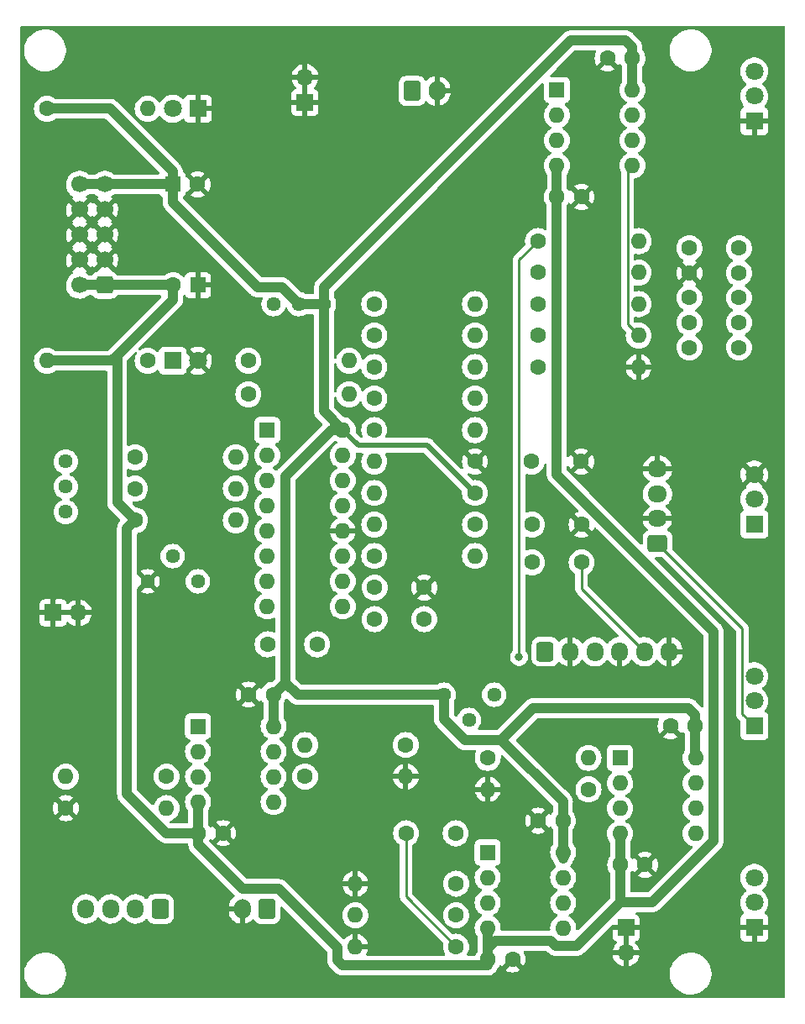
<source format=gbl>
G04 #@! TF.GenerationSoftware,KiCad,Pcbnew,(6.0.11)*
G04 #@! TF.CreationDate,2023-07-18T09:17:07+09:00*
G04 #@! TF.ProjectId,3340VCO,33333430-5643-44f2-9e6b-696361645f70,1.0*
G04 #@! TF.SameCoordinates,Original*
G04 #@! TF.FileFunction,Copper,L2,Bot*
G04 #@! TF.FilePolarity,Positive*
%FSLAX46Y46*%
G04 Gerber Fmt 4.6, Leading zero omitted, Abs format (unit mm)*
G04 Created by KiCad (PCBNEW (6.0.11)) date 2023-07-18 09:17:07*
%MOMM*%
%LPD*%
G01*
G04 APERTURE LIST*
G04 Aperture macros list*
%AMRoundRect*
0 Rectangle with rounded corners*
0 $1 Rounding radius*
0 $2 $3 $4 $5 $6 $7 $8 $9 X,Y pos of 4 corners*
0 Add a 4 corners polygon primitive as box body*
4,1,4,$2,$3,$4,$5,$6,$7,$8,$9,$2,$3,0*
0 Add four circle primitives for the rounded corners*
1,1,$1+$1,$2,$3*
1,1,$1+$1,$4,$5*
1,1,$1+$1,$6,$7*
1,1,$1+$1,$8,$9*
0 Add four rect primitives between the rounded corners*
20,1,$1+$1,$2,$3,$4,$5,0*
20,1,$1+$1,$4,$5,$6,$7,0*
20,1,$1+$1,$6,$7,$8,$9,0*
20,1,$1+$1,$8,$9,$2,$3,0*%
G04 Aperture macros list end*
G04 #@! TA.AperFunction,ComponentPad*
%ADD10R,1.700000X1.700000*%
G04 #@! TD*
G04 #@! TA.AperFunction,ComponentPad*
%ADD11O,1.700000X1.700000*%
G04 #@! TD*
G04 #@! TA.AperFunction,ComponentPad*
%ADD12C,1.600000*%
G04 #@! TD*
G04 #@! TA.AperFunction,ComponentPad*
%ADD13O,1.600000X1.600000*%
G04 #@! TD*
G04 #@! TA.AperFunction,ComponentPad*
%ADD14R,1.600000X1.600000*%
G04 #@! TD*
G04 #@! TA.AperFunction,ComponentPad*
%ADD15R,1.800000X1.800000*%
G04 #@! TD*
G04 #@! TA.AperFunction,ComponentPad*
%ADD16C,1.800000*%
G04 #@! TD*
G04 #@! TA.AperFunction,ComponentPad*
%ADD17C,1.440000*%
G04 #@! TD*
G04 #@! TA.AperFunction,ComponentPad*
%ADD18RoundRect,0.250000X-0.600000X-0.750000X0.600000X-0.750000X0.600000X0.750000X-0.600000X0.750000X0*%
G04 #@! TD*
G04 #@! TA.AperFunction,ComponentPad*
%ADD19O,1.700000X2.000000*%
G04 #@! TD*
G04 #@! TA.AperFunction,ComponentPad*
%ADD20RoundRect,0.250000X-0.600000X-0.725000X0.600000X-0.725000X0.600000X0.725000X-0.600000X0.725000X0*%
G04 #@! TD*
G04 #@! TA.AperFunction,ComponentPad*
%ADD21O,1.700000X1.950000*%
G04 #@! TD*
G04 #@! TA.AperFunction,ComponentPad*
%ADD22RoundRect,0.250000X0.725000X-0.600000X0.725000X0.600000X-0.725000X0.600000X-0.725000X-0.600000X0*%
G04 #@! TD*
G04 #@! TA.AperFunction,ComponentPad*
%ADD23O,1.950000X1.700000*%
G04 #@! TD*
G04 #@! TA.AperFunction,ComponentPad*
%ADD24RoundRect,0.250000X0.600000X0.750000X-0.600000X0.750000X-0.600000X-0.750000X0.600000X-0.750000X0*%
G04 #@! TD*
G04 #@! TA.AperFunction,ComponentPad*
%ADD25RoundRect,0.250000X0.600000X0.725000X-0.600000X0.725000X-0.600000X-0.725000X0.600000X-0.725000X0*%
G04 #@! TD*
G04 #@! TA.AperFunction,ComponentPad*
%ADD26RoundRect,0.250000X0.600000X0.600000X-0.600000X0.600000X-0.600000X-0.600000X0.600000X-0.600000X0*%
G04 #@! TD*
G04 #@! TA.AperFunction,ComponentPad*
%ADD27C,1.700000*%
G04 #@! TD*
G04 #@! TA.AperFunction,ViaPad*
%ADD28C,0.800000*%
G04 #@! TD*
G04 #@! TA.AperFunction,Conductor*
%ADD29C,1.000000*%
G04 #@! TD*
G04 #@! TA.AperFunction,Conductor*
%ADD30C,0.500000*%
G04 #@! TD*
G04 #@! TA.AperFunction,Conductor*
%ADD31C,0.250000*%
G04 #@! TD*
G04 APERTURE END LIST*
D10*
X163195000Y-141605000D03*
D11*
X163195000Y-144145000D03*
D12*
X146050000Y-143510000D03*
D13*
X135890000Y-143510000D03*
X163840000Y-57160000D03*
X163840000Y-59700000D03*
X163840000Y-62240000D03*
X163840000Y-64780000D03*
X156220000Y-64780000D03*
X156220000Y-62240000D03*
X156220000Y-59700000D03*
D14*
X156220000Y-57160000D03*
D10*
X130810000Y-58420000D03*
D11*
X130810000Y-55880000D03*
D12*
X141010000Y-132080000D03*
X146010000Y-132080000D03*
X154305000Y-81915000D03*
D13*
X164465000Y-81915000D03*
D15*
X176130000Y-121245000D03*
D16*
X176130000Y-118745000D03*
X176130000Y-116245000D03*
D15*
X120015000Y-59055000D03*
D16*
X117475000Y-59055000D03*
D12*
X127040000Y-113030000D03*
X132040000Y-113030000D03*
D13*
X147965000Y-85080000D03*
D12*
X137805000Y-85080000D03*
D13*
X135255000Y-84455000D03*
D12*
X125095000Y-84455000D03*
D13*
X147955000Y-104130000D03*
D12*
X137795000Y-104130000D03*
X154305000Y-78740000D03*
D13*
X164465000Y-78740000D03*
D14*
X149235000Y-134005000D03*
D13*
X149235000Y-136545000D03*
X149235000Y-139085000D03*
X149235000Y-141625000D03*
X156855000Y-141625000D03*
X156855000Y-139085000D03*
X156855000Y-136545000D03*
X156855000Y-134005000D03*
D14*
X117475000Y-66675000D03*
D12*
X119975000Y-66675000D03*
D17*
X127645000Y-78740000D03*
X130185000Y-78740000D03*
X132725000Y-78740000D03*
D18*
X141625000Y-57260000D03*
D19*
X144125000Y-57260000D03*
D12*
X159405000Y-127645000D03*
D13*
X149245000Y-127645000D03*
D16*
X176130000Y-95925000D03*
X176130000Y-98425000D03*
D15*
X176130000Y-100925000D03*
D12*
X154305000Y-72390000D03*
D13*
X164465000Y-72390000D03*
D12*
X165100000Y-135255000D03*
X162600000Y-135255000D03*
X146050000Y-137160000D03*
D13*
X135890000Y-137160000D03*
D20*
X155040000Y-113775000D03*
D21*
X157540000Y-113775000D03*
X160040000Y-113775000D03*
X162540000Y-113775000D03*
X165040000Y-113775000D03*
X167540000Y-113775000D03*
D12*
X153670000Y-94615000D03*
X158670000Y-94615000D03*
X104775000Y-59055000D03*
D13*
X114935000Y-59055000D03*
X147965000Y-81905000D03*
D12*
X137805000Y-81905000D03*
D13*
X147955000Y-91440000D03*
D12*
X137795000Y-91440000D03*
X142835000Y-110490000D03*
X137835000Y-110490000D03*
D13*
X147965000Y-88255000D03*
D12*
X137805000Y-88255000D03*
D13*
X123825000Y-94180000D03*
D12*
X113665000Y-94180000D03*
X158710000Y-67935000D03*
X156210000Y-67935000D03*
D10*
X105410000Y-109855000D03*
D11*
X107950000Y-109855000D03*
D13*
X130820000Y-123180000D03*
D12*
X140980000Y-123180000D03*
D15*
X176130000Y-60285000D03*
D16*
X176130000Y-57785000D03*
X176130000Y-55285000D03*
D12*
X149245000Y-124470000D03*
D13*
X159405000Y-124470000D03*
D15*
X117475000Y-84455000D03*
D16*
X120015000Y-84455000D03*
D12*
X127625000Y-118100000D03*
X125125000Y-118100000D03*
X142835000Y-107315000D03*
X137835000Y-107315000D03*
D17*
X106680000Y-94615000D03*
X106680000Y-97155000D03*
X106680000Y-99695000D03*
D15*
X176130000Y-141565000D03*
D16*
X176130000Y-139065000D03*
X176130000Y-136565000D03*
D22*
X166370000Y-102870000D03*
D23*
X166370000Y-100370000D03*
X166370000Y-97870000D03*
X166370000Y-95370000D03*
D13*
X135255000Y-87830000D03*
D12*
X125095000Y-87830000D03*
X154305000Y-75565000D03*
D13*
X164465000Y-75565000D03*
D24*
X126980000Y-139700000D03*
D19*
X124480000Y-139700000D03*
D12*
X163830000Y-53965000D03*
X161330000Y-53965000D03*
X114935000Y-84455000D03*
D13*
X104775000Y-84455000D03*
D17*
X149900000Y-118110000D03*
X147360000Y-120650000D03*
X144820000Y-118110000D03*
D12*
X122555000Y-132070000D03*
X120055000Y-132070000D03*
D13*
X134620000Y-91430000D03*
X134620000Y-93970000D03*
X134620000Y-96510000D03*
X134620000Y-99050000D03*
X134620000Y-101590000D03*
X134620000Y-104130000D03*
X134620000Y-106670000D03*
X134620000Y-109210000D03*
X127000000Y-109210000D03*
X127000000Y-106670000D03*
X127000000Y-104130000D03*
X127000000Y-101590000D03*
X127000000Y-99050000D03*
X127000000Y-96510000D03*
X127000000Y-93970000D03*
D14*
X127000000Y-91430000D03*
D12*
X169582500Y-83105000D03*
X169582500Y-80605000D03*
X169582500Y-78105000D03*
X169582500Y-75605000D03*
X169582500Y-73105000D03*
X174582500Y-83105000D03*
X174582500Y-80605000D03*
X174582500Y-78105000D03*
X174582500Y-75605000D03*
X174582500Y-73105000D03*
D17*
X120015000Y-106680000D03*
X117475000Y-104140000D03*
X114935000Y-106680000D03*
D13*
X137795000Y-100955000D03*
D12*
X147955000Y-100955000D03*
X146050000Y-140335000D03*
D13*
X135890000Y-140335000D03*
X140980000Y-126355000D03*
D12*
X130820000Y-126355000D03*
D13*
X127645000Y-121295000D03*
X127645000Y-123835000D03*
X127645000Y-126375000D03*
X127645000Y-128915000D03*
X120025000Y-128915000D03*
X120025000Y-126375000D03*
X120025000Y-123835000D03*
D14*
X120025000Y-121295000D03*
D13*
X137795000Y-97780000D03*
D12*
X147955000Y-97780000D03*
X153710000Y-104775000D03*
X158710000Y-104775000D03*
D13*
X137795000Y-94615000D03*
D12*
X147955000Y-94615000D03*
D13*
X106690000Y-126365000D03*
D12*
X116850000Y-126365000D03*
D25*
X116205000Y-139700000D03*
D21*
X113705000Y-139700000D03*
X111205000Y-139700000D03*
X108705000Y-139700000D03*
D26*
X110607500Y-76835000D03*
D27*
X108067500Y-76835000D03*
X110607500Y-74295000D03*
X108067500Y-74295000D03*
X110607500Y-71755000D03*
X108067500Y-71755000D03*
X110607500Y-69215000D03*
X108067500Y-69215000D03*
X110607500Y-66675000D03*
X108067500Y-66675000D03*
D13*
X123825000Y-100530000D03*
D12*
X113665000Y-100530000D03*
D14*
X120015000Y-76835000D03*
D12*
X117515000Y-76835000D03*
D13*
X147965000Y-78730000D03*
D12*
X137805000Y-78730000D03*
X154305000Y-85090000D03*
D13*
X164465000Y-85090000D03*
D12*
X158710000Y-100965000D03*
X153710000Y-100965000D03*
X151765000Y-144780000D03*
X149265000Y-144780000D03*
X170180000Y-121285000D03*
X167680000Y-121285000D03*
X156825000Y-130810000D03*
X154325000Y-130810000D03*
D13*
X116850000Y-129540000D03*
D12*
X106690000Y-129540000D03*
D14*
X162590000Y-124480000D03*
D13*
X162590000Y-127020000D03*
X162590000Y-129560000D03*
X162590000Y-132100000D03*
X170210000Y-132100000D03*
X170210000Y-129560000D03*
X170210000Y-127020000D03*
X170210000Y-124480000D03*
D12*
X113665000Y-97345000D03*
D13*
X123825000Y-97345000D03*
D28*
X152400000Y-114300000D03*
D29*
X156825000Y-134600000D02*
X156845000Y-134620000D01*
X156825000Y-128885000D02*
X156825000Y-130810000D01*
X132725000Y-77055000D02*
X157615000Y-52165000D01*
X130065000Y-118110000D02*
X128840000Y-116885000D01*
X134620000Y-91430000D02*
X133488630Y-91430000D01*
X134620000Y-91430000D02*
X132725000Y-89535000D01*
X117475000Y-65405000D02*
X111125000Y-59055000D01*
X170180000Y-121285000D02*
X170180000Y-124450000D01*
X144820000Y-120542448D02*
X146947552Y-122670000D01*
X110607500Y-66675000D02*
X117475000Y-66675000D01*
X128840000Y-116885000D02*
X127625000Y-118100000D01*
X130185000Y-78740000D02*
X132725000Y-78740000D01*
X117475000Y-68475000D02*
X117475000Y-66675000D01*
X163161370Y-52165000D02*
X163830000Y-52833630D01*
X108067500Y-66675000D02*
X110607500Y-66675000D01*
X157615000Y-52165000D02*
X163161370Y-52165000D01*
X170180000Y-124450000D02*
X170210000Y-124480000D01*
D30*
X136180000Y-92990000D02*
X134620000Y-91430000D01*
D29*
X111125000Y-59055000D02*
X104775000Y-59055000D01*
X127625000Y-118100000D02*
X127625000Y-121275000D01*
X163830000Y-57150000D02*
X163840000Y-57160000D01*
X144820000Y-118110000D02*
X130065000Y-118110000D01*
X153795000Y-119485000D02*
X150610000Y-122670000D01*
X126020000Y-77020000D02*
X117475000Y-68475000D01*
D30*
X147955000Y-97780000D02*
X143165000Y-92990000D01*
D29*
X133488630Y-91430000D02*
X128840000Y-96078630D01*
X132725000Y-89535000D02*
X132725000Y-78740000D01*
X170180000Y-121285000D02*
X170180000Y-120153630D01*
X128840000Y-96078630D02*
X128840000Y-116885000D01*
X156855000Y-134610000D02*
X156855000Y-134005000D01*
X156845000Y-134620000D02*
X156855000Y-134610000D01*
X146947552Y-122670000D02*
X150610000Y-122670000D01*
X117475000Y-66675000D02*
X117475000Y-65405000D01*
D30*
X143165000Y-92990000D02*
X136180000Y-92990000D01*
D29*
X132725000Y-78740000D02*
X132725000Y-77055000D01*
X144820000Y-118110000D02*
X144820000Y-120542448D01*
X127625000Y-121275000D02*
X127645000Y-121295000D01*
X170180000Y-120153630D02*
X169511370Y-119485000D01*
X163830000Y-53965000D02*
X163830000Y-57150000D01*
X130185000Y-78740000D02*
X128465000Y-77020000D01*
X169511370Y-119485000D02*
X153795000Y-119485000D01*
X163830000Y-52833630D02*
X163830000Y-53965000D01*
X156825000Y-130810000D02*
X156825000Y-134600000D01*
X150610000Y-122670000D02*
X156825000Y-128885000D01*
X128465000Y-77020000D02*
X126020000Y-77020000D01*
X120025000Y-128915000D02*
X120025000Y-132040000D01*
X124553630Y-137700000D02*
X128175000Y-137700000D01*
X112865001Y-128105001D02*
X116830000Y-132070000D01*
X112865001Y-101329999D02*
X112865001Y-128105001D01*
X162600000Y-139025000D02*
X162600000Y-135255000D01*
X155567208Y-142882793D02*
X156109415Y-143425000D01*
X156220000Y-67925000D02*
X156210000Y-67935000D01*
X104775000Y-84455000D02*
X111335000Y-84455000D01*
X162590000Y-135245000D02*
X162600000Y-135255000D01*
X156109415Y-143425000D02*
X158200000Y-143425000D01*
X117515000Y-76835000D02*
X117515000Y-78275000D01*
X120025000Y-132040000D02*
X120055000Y-132070000D01*
X111335000Y-84455000D02*
X111865000Y-83925000D01*
X113665000Y-100530000D02*
X112865001Y-101329999D01*
X150030837Y-142882793D02*
X155567208Y-142882793D01*
X111865000Y-98730000D02*
X113665000Y-100530000D01*
X134620000Y-145415000D02*
X149225000Y-145415000D01*
X149265000Y-143648630D02*
X150030837Y-142882793D01*
X110607500Y-76835000D02*
X117515000Y-76835000D01*
X134090000Y-144885000D02*
X134620000Y-145415000D01*
X128175000Y-137700000D02*
X134090000Y-143615000D01*
X149235000Y-144750000D02*
X149265000Y-144780000D01*
X116830000Y-132070000D02*
X120055000Y-132070000D01*
X165830585Y-139025000D02*
X162600000Y-139025000D01*
X156210000Y-67935000D02*
X156210000Y-95919415D01*
X156210000Y-95919415D02*
X172010000Y-111719415D01*
X111865000Y-83925000D02*
X111865000Y-98730000D01*
X134090000Y-143615000D02*
X134090000Y-144885000D01*
X158200000Y-143425000D02*
X162600000Y-139025000D01*
X120055000Y-133201370D02*
X124553630Y-137700000D01*
X149235000Y-141625000D02*
X149235000Y-144750000D01*
X120055000Y-132070000D02*
X120055000Y-133201370D01*
X172010000Y-111719415D02*
X172010000Y-132845585D01*
X156220000Y-64780000D02*
X156220000Y-67925000D01*
X117515000Y-78275000D02*
X111865000Y-83925000D01*
X149265000Y-144780000D02*
X149265000Y-143648630D01*
X108067500Y-76835000D02*
X110607500Y-76835000D01*
X172010000Y-132845585D02*
X165830585Y-139025000D01*
X162590000Y-132100000D02*
X162590000Y-135245000D01*
D31*
X158710000Y-107445000D02*
X165040000Y-113775000D01*
X158710000Y-104775000D02*
X158710000Y-107445000D01*
X141010000Y-132080000D02*
X141010000Y-138470000D01*
X141010000Y-138470000D02*
X146050000Y-143510000D01*
X174905000Y-111405000D02*
X174905000Y-120020000D01*
X174905000Y-120020000D02*
X176130000Y-121245000D01*
X166370000Y-102870000D02*
X174905000Y-111405000D01*
X152400000Y-74295000D02*
X154305000Y-72390000D01*
X152400000Y-114290000D02*
X152400000Y-74295000D01*
X163340000Y-80790000D02*
X163340000Y-65280000D01*
X163340000Y-65280000D02*
X163840000Y-64780000D01*
X164465000Y-81915000D02*
X163340000Y-80790000D01*
G04 #@! TA.AperFunction,Conductor*
G36*
X179138621Y-50693502D02*
G01*
X179185114Y-50747158D01*
X179196500Y-50799500D01*
X179196500Y-148590500D01*
X179176498Y-148658621D01*
X179122842Y-148705114D01*
X179070500Y-148716500D01*
X102234500Y-148716500D01*
X102166379Y-148696498D01*
X102119886Y-148642842D01*
X102108500Y-148590500D01*
X102108500Y-146357703D01*
X102490743Y-146357703D01*
X102491302Y-146361947D01*
X102491302Y-146361951D01*
X102499472Y-146424004D01*
X102528268Y-146642734D01*
X102604129Y-146920036D01*
X102716923Y-147184476D01*
X102864561Y-147431161D01*
X103044313Y-147655528D01*
X103252851Y-147853423D01*
X103486317Y-148021186D01*
X103490112Y-148023195D01*
X103490113Y-148023196D01*
X103511869Y-148034715D01*
X103740392Y-148155712D01*
X104010373Y-148254511D01*
X104291264Y-148315755D01*
X104319841Y-148318004D01*
X104514282Y-148333307D01*
X104514291Y-148333307D01*
X104516739Y-148333500D01*
X104672271Y-148333500D01*
X104674407Y-148333354D01*
X104674418Y-148333354D01*
X104882548Y-148319165D01*
X104882554Y-148319164D01*
X104886825Y-148318873D01*
X104891020Y-148318004D01*
X104891022Y-148318004D01*
X105027584Y-148289723D01*
X105168342Y-148260574D01*
X105439343Y-148164607D01*
X105694812Y-148032750D01*
X105698313Y-148030289D01*
X105698317Y-148030287D01*
X105812418Y-147950095D01*
X105930023Y-147867441D01*
X106140622Y-147671740D01*
X106322713Y-147449268D01*
X106472927Y-147204142D01*
X106588483Y-146940898D01*
X106667244Y-146664406D01*
X106707751Y-146379784D01*
X106707845Y-146361951D01*
X106709235Y-146096583D01*
X106709235Y-146096576D01*
X106709257Y-146092297D01*
X106706536Y-146071625D01*
X106692190Y-145962660D01*
X106671732Y-145807266D01*
X106595871Y-145529964D01*
X106579768Y-145492211D01*
X106484763Y-145269476D01*
X106484761Y-145269472D01*
X106483077Y-145265524D01*
X106376668Y-145087728D01*
X106337643Y-145022521D01*
X106337640Y-145022517D01*
X106335439Y-145018839D01*
X106155687Y-144794472D01*
X105947149Y-144596577D01*
X105720907Y-144434005D01*
X105717172Y-144431321D01*
X105717171Y-144431320D01*
X105713683Y-144428814D01*
X105698034Y-144420528D01*
X105644220Y-144392035D01*
X105459608Y-144294288D01*
X105227818Y-144209465D01*
X105193658Y-144196964D01*
X105193656Y-144196963D01*
X105189627Y-144195489D01*
X104908736Y-144134245D01*
X104877685Y-144131801D01*
X104685718Y-144116693D01*
X104685709Y-144116693D01*
X104683261Y-144116500D01*
X104527729Y-144116500D01*
X104525593Y-144116646D01*
X104525582Y-144116646D01*
X104317452Y-144130835D01*
X104317446Y-144130836D01*
X104313175Y-144131127D01*
X104308980Y-144131996D01*
X104308978Y-144131996D01*
X104172416Y-144160277D01*
X104031658Y-144189426D01*
X103760657Y-144285393D01*
X103756848Y-144287359D01*
X103529184Y-144404865D01*
X103505188Y-144417250D01*
X103501687Y-144419711D01*
X103501683Y-144419713D01*
X103475133Y-144438373D01*
X103269977Y-144582559D01*
X103059378Y-144778260D01*
X102877287Y-145000732D01*
X102727073Y-145245858D01*
X102725347Y-145249791D01*
X102725346Y-145249792D01*
X102645577Y-145431511D01*
X102611517Y-145509102D01*
X102610342Y-145513229D01*
X102610341Y-145513230D01*
X102606699Y-145526016D01*
X102532756Y-145785594D01*
X102492249Y-146070216D01*
X102492227Y-146074505D01*
X102492226Y-146074512D01*
X102490788Y-146349024D01*
X102490743Y-146357703D01*
X102108500Y-146357703D01*
X102108500Y-139882890D01*
X107346500Y-139882890D01*
X107346725Y-139885539D01*
X107360579Y-140048812D01*
X107361080Y-140054720D01*
X107362418Y-140059875D01*
X107362419Y-140059881D01*
X107407830Y-140234840D01*
X107418999Y-140277872D01*
X107421191Y-140282738D01*
X107421192Y-140282741D01*
X107442267Y-140329525D01*
X107513688Y-140488075D01*
X107642441Y-140679319D01*
X107646120Y-140683176D01*
X107646122Y-140683178D01*
X107707710Y-140747738D01*
X107801576Y-140846135D01*
X107986542Y-140983754D01*
X107991293Y-140986170D01*
X107991297Y-140986172D01*
X108028607Y-141005141D01*
X108192051Y-141088240D01*
X108197145Y-141089822D01*
X108197148Y-141089823D01*
X108397020Y-141151885D01*
X108412227Y-141156607D01*
X108417516Y-141157308D01*
X108635489Y-141186198D01*
X108635494Y-141186198D01*
X108640774Y-141186898D01*
X108646103Y-141186698D01*
X108646105Y-141186698D01*
X108755966Y-141182573D01*
X108871158Y-141178249D01*
X108887649Y-141174789D01*
X108989289Y-141153463D01*
X109096791Y-141130907D01*
X109101750Y-141128949D01*
X109101752Y-141128948D01*
X109306256Y-141048185D01*
X109306258Y-141048184D01*
X109311221Y-141046224D01*
X109316047Y-141043296D01*
X109503757Y-140929390D01*
X109503756Y-140929390D01*
X109508317Y-140926623D01*
X109577142Y-140866900D01*
X109678412Y-140779023D01*
X109678414Y-140779021D01*
X109682445Y-140775523D01*
X109746048Y-140697954D01*
X109825240Y-140601373D01*
X109825244Y-140601367D01*
X109828624Y-140597245D01*
X109846552Y-140565750D01*
X109897632Y-140516445D01*
X109967262Y-140502583D01*
X110033333Y-140528566D01*
X110060573Y-140557716D01*
X110142441Y-140679319D01*
X110146120Y-140683176D01*
X110146122Y-140683178D01*
X110207710Y-140747738D01*
X110301576Y-140846135D01*
X110486542Y-140983754D01*
X110491293Y-140986170D01*
X110491297Y-140986172D01*
X110528607Y-141005141D01*
X110692051Y-141088240D01*
X110697145Y-141089822D01*
X110697148Y-141089823D01*
X110897020Y-141151885D01*
X110912227Y-141156607D01*
X110917516Y-141157308D01*
X111135489Y-141186198D01*
X111135494Y-141186198D01*
X111140774Y-141186898D01*
X111146103Y-141186698D01*
X111146105Y-141186698D01*
X111255966Y-141182573D01*
X111371158Y-141178249D01*
X111387649Y-141174789D01*
X111489289Y-141153463D01*
X111596791Y-141130907D01*
X111601750Y-141128949D01*
X111601752Y-141128948D01*
X111806256Y-141048185D01*
X111806258Y-141048184D01*
X111811221Y-141046224D01*
X111816047Y-141043296D01*
X112003757Y-140929390D01*
X112003756Y-140929390D01*
X112008317Y-140926623D01*
X112077142Y-140866900D01*
X112178412Y-140779023D01*
X112178414Y-140779021D01*
X112182445Y-140775523D01*
X112246048Y-140697954D01*
X112325240Y-140601373D01*
X112325244Y-140601367D01*
X112328624Y-140597245D01*
X112346552Y-140565750D01*
X112397632Y-140516445D01*
X112467262Y-140502583D01*
X112533333Y-140528566D01*
X112560573Y-140557716D01*
X112642441Y-140679319D01*
X112646120Y-140683176D01*
X112646122Y-140683178D01*
X112707710Y-140747738D01*
X112801576Y-140846135D01*
X112986542Y-140983754D01*
X112991293Y-140986170D01*
X112991297Y-140986172D01*
X113028607Y-141005141D01*
X113192051Y-141088240D01*
X113197145Y-141089822D01*
X113197148Y-141089823D01*
X113397020Y-141151885D01*
X113412227Y-141156607D01*
X113417516Y-141157308D01*
X113635489Y-141186198D01*
X113635494Y-141186198D01*
X113640774Y-141186898D01*
X113646103Y-141186698D01*
X113646105Y-141186698D01*
X113755966Y-141182573D01*
X113871158Y-141178249D01*
X113887649Y-141174789D01*
X113989289Y-141153463D01*
X114096791Y-141130907D01*
X114101750Y-141128949D01*
X114101752Y-141128948D01*
X114306256Y-141048185D01*
X114306258Y-141048184D01*
X114311221Y-141046224D01*
X114316047Y-141043296D01*
X114503757Y-140929390D01*
X114503756Y-140929390D01*
X114508317Y-140926623D01*
X114577142Y-140866900D01*
X114678412Y-140779023D01*
X114678414Y-140779021D01*
X114682445Y-140775523D01*
X114711670Y-140739880D01*
X114770329Y-140699886D01*
X114841299Y-140697954D01*
X114902048Y-140734698D01*
X114916248Y-140753468D01*
X114942595Y-140796044D01*
X115006522Y-140899348D01*
X115131697Y-141024305D01*
X115137927Y-141028145D01*
X115137928Y-141028146D01*
X115275090Y-141112694D01*
X115282262Y-141117115D01*
X115317938Y-141128948D01*
X115443611Y-141170632D01*
X115443613Y-141170632D01*
X115450139Y-141172797D01*
X115456975Y-141173497D01*
X115456978Y-141173498D01*
X115492663Y-141177154D01*
X115554600Y-141183500D01*
X116855400Y-141183500D01*
X116858646Y-141183163D01*
X116858650Y-141183163D01*
X116954308Y-141173238D01*
X116954312Y-141173237D01*
X116961166Y-141172526D01*
X116967702Y-141170345D01*
X116967704Y-141170345D01*
X117099806Y-141126272D01*
X117128946Y-141116550D01*
X117279348Y-141023478D01*
X117404305Y-140898303D01*
X117436462Y-140846135D01*
X117493275Y-140753968D01*
X117493276Y-140753966D01*
X117497115Y-140747738D01*
X117547031Y-140597245D01*
X117550632Y-140586389D01*
X117550632Y-140586387D01*
X117552797Y-140579861D01*
X117563500Y-140475400D01*
X117563500Y-139970193D01*
X123127289Y-139970193D01*
X123136124Y-140074325D01*
X123137914Y-140084797D01*
X123193130Y-140297535D01*
X123196665Y-140307575D01*
X123286937Y-140507970D01*
X123292106Y-140517256D01*
X123414850Y-140699575D01*
X123421519Y-140707870D01*
X123573228Y-140866900D01*
X123581186Y-140873941D01*
X123757525Y-141005141D01*
X123766562Y-141010745D01*
X123962484Y-141110357D01*
X123972335Y-141114357D01*
X124182240Y-141179534D01*
X124192624Y-141181817D01*
X124208043Y-141183861D01*
X124222207Y-141181665D01*
X124226000Y-141168478D01*
X124226000Y-139972115D01*
X124221525Y-139956876D01*
X124220135Y-139955671D01*
X124212452Y-139954000D01*
X123144030Y-139954000D01*
X123129352Y-139958310D01*
X123127289Y-139970193D01*
X117563500Y-139970193D01*
X117563500Y-138924600D01*
X117560680Y-138897417D01*
X117553238Y-138825692D01*
X117553237Y-138825688D01*
X117552526Y-138818834D01*
X117548710Y-138807394D01*
X117498868Y-138658002D01*
X117496550Y-138651054D01*
X117403478Y-138500652D01*
X117278303Y-138375695D01*
X117271639Y-138371587D01*
X117133968Y-138286725D01*
X117133966Y-138286724D01*
X117127738Y-138282885D01*
X117014154Y-138245211D01*
X116966389Y-138229368D01*
X116966387Y-138229368D01*
X116959861Y-138227203D01*
X116953025Y-138226503D01*
X116953022Y-138226502D01*
X116909969Y-138222091D01*
X116855400Y-138216500D01*
X115554600Y-138216500D01*
X115551354Y-138216837D01*
X115551350Y-138216837D01*
X115455692Y-138226762D01*
X115455688Y-138226763D01*
X115448834Y-138227474D01*
X115442298Y-138229655D01*
X115442296Y-138229655D01*
X115327369Y-138267998D01*
X115281054Y-138283450D01*
X115130652Y-138376522D01*
X115005695Y-138501697D01*
X114917873Y-138644171D01*
X114915920Y-138647339D01*
X114863148Y-138694832D01*
X114793076Y-138706256D01*
X114727952Y-138677982D01*
X114717490Y-138668195D01*
X114648931Y-138596327D01*
X114608424Y-138553865D01*
X114588073Y-138538723D01*
X114471673Y-138452119D01*
X114423458Y-138416246D01*
X114418707Y-138413830D01*
X114418703Y-138413828D01*
X114296731Y-138351815D01*
X114217949Y-138311760D01*
X114212855Y-138310178D01*
X114212852Y-138310177D01*
X114002871Y-138244976D01*
X113997773Y-138243393D01*
X113992484Y-138242692D01*
X113774511Y-138213802D01*
X113774506Y-138213802D01*
X113769226Y-138213102D01*
X113763897Y-138213302D01*
X113763895Y-138213302D01*
X113654034Y-138217427D01*
X113538842Y-138221751D01*
X113533623Y-138222846D01*
X113511566Y-138227474D01*
X113313209Y-138269093D01*
X113308250Y-138271051D01*
X113308248Y-138271052D01*
X113103744Y-138351815D01*
X113103742Y-138351816D01*
X113098779Y-138353776D01*
X113094220Y-138356543D01*
X113094217Y-138356544D01*
X112990581Y-138419432D01*
X112901683Y-138473377D01*
X112897653Y-138476874D01*
X112731643Y-138620930D01*
X112727555Y-138624477D01*
X112708809Y-138647339D01*
X112584760Y-138798627D01*
X112584756Y-138798633D01*
X112581376Y-138802755D01*
X112563448Y-138834250D01*
X112512368Y-138883555D01*
X112442738Y-138897417D01*
X112376667Y-138871434D01*
X112349427Y-138842284D01*
X112325935Y-138807390D01*
X112267559Y-138720681D01*
X112263078Y-138715983D01*
X112148931Y-138596327D01*
X112108424Y-138553865D01*
X112088073Y-138538723D01*
X111971673Y-138452119D01*
X111923458Y-138416246D01*
X111918707Y-138413830D01*
X111918703Y-138413828D01*
X111796731Y-138351815D01*
X111717949Y-138311760D01*
X111712855Y-138310178D01*
X111712852Y-138310177D01*
X111502871Y-138244976D01*
X111497773Y-138243393D01*
X111492484Y-138242692D01*
X111274511Y-138213802D01*
X111274506Y-138213802D01*
X111269226Y-138213102D01*
X111263897Y-138213302D01*
X111263895Y-138213302D01*
X111154034Y-138217427D01*
X111038842Y-138221751D01*
X111033623Y-138222846D01*
X111011566Y-138227474D01*
X110813209Y-138269093D01*
X110808250Y-138271051D01*
X110808248Y-138271052D01*
X110603744Y-138351815D01*
X110603742Y-138351816D01*
X110598779Y-138353776D01*
X110594220Y-138356543D01*
X110594217Y-138356544D01*
X110490581Y-138419432D01*
X110401683Y-138473377D01*
X110397653Y-138476874D01*
X110231643Y-138620930D01*
X110227555Y-138624477D01*
X110208809Y-138647339D01*
X110084760Y-138798627D01*
X110084756Y-138798633D01*
X110081376Y-138802755D01*
X110063448Y-138834250D01*
X110012368Y-138883555D01*
X109942738Y-138897417D01*
X109876667Y-138871434D01*
X109849427Y-138842284D01*
X109825935Y-138807390D01*
X109767559Y-138720681D01*
X109763078Y-138715983D01*
X109648931Y-138596327D01*
X109608424Y-138553865D01*
X109588073Y-138538723D01*
X109471673Y-138452119D01*
X109423458Y-138416246D01*
X109418707Y-138413830D01*
X109418703Y-138413828D01*
X109296731Y-138351815D01*
X109217949Y-138311760D01*
X109212855Y-138310178D01*
X109212852Y-138310177D01*
X109002871Y-138244976D01*
X108997773Y-138243393D01*
X108992484Y-138242692D01*
X108774511Y-138213802D01*
X108774506Y-138213802D01*
X108769226Y-138213102D01*
X108763897Y-138213302D01*
X108763895Y-138213302D01*
X108654034Y-138217427D01*
X108538842Y-138221751D01*
X108533623Y-138222846D01*
X108511566Y-138227474D01*
X108313209Y-138269093D01*
X108308250Y-138271051D01*
X108308248Y-138271052D01*
X108103744Y-138351815D01*
X108103742Y-138351816D01*
X108098779Y-138353776D01*
X108094220Y-138356543D01*
X108094217Y-138356544D01*
X107990581Y-138419432D01*
X107901683Y-138473377D01*
X107897653Y-138476874D01*
X107731643Y-138620930D01*
X107727555Y-138624477D01*
X107708809Y-138647339D01*
X107584760Y-138798627D01*
X107584756Y-138798633D01*
X107581376Y-138802755D01*
X107578738Y-138807390D01*
X107578735Y-138807394D01*
X107525626Y-138900694D01*
X107467325Y-139003114D01*
X107388663Y-139219825D01*
X107387714Y-139225074D01*
X107387713Y-139225077D01*
X107348377Y-139442608D01*
X107348376Y-139442615D01*
X107347639Y-139446692D01*
X107346500Y-139470844D01*
X107346500Y-139882890D01*
X102108500Y-139882890D01*
X102108500Y-130626062D01*
X105968493Y-130626062D01*
X105977789Y-130638077D01*
X106028994Y-130673931D01*
X106038489Y-130679414D01*
X106235947Y-130771490D01*
X106246239Y-130775236D01*
X106456688Y-130831625D01*
X106467481Y-130833528D01*
X106684525Y-130852517D01*
X106695475Y-130852517D01*
X106912519Y-130833528D01*
X106923312Y-130831625D01*
X107133761Y-130775236D01*
X107144053Y-130771490D01*
X107341511Y-130679414D01*
X107351006Y-130673931D01*
X107403048Y-130637491D01*
X107411424Y-130627012D01*
X107404356Y-130613566D01*
X106702812Y-129912022D01*
X106688868Y-129904408D01*
X106687035Y-129904539D01*
X106680420Y-129908790D01*
X105974923Y-130614287D01*
X105968493Y-130626062D01*
X102108500Y-130626062D01*
X102108500Y-129545475D01*
X105377483Y-129545475D01*
X105396472Y-129762519D01*
X105398375Y-129773312D01*
X105454764Y-129983761D01*
X105458510Y-129994053D01*
X105550586Y-130191511D01*
X105556069Y-130201006D01*
X105592509Y-130253048D01*
X105602988Y-130261424D01*
X105616434Y-130254356D01*
X106317978Y-129552812D01*
X106324356Y-129541132D01*
X107054408Y-129541132D01*
X107054539Y-129542965D01*
X107058790Y-129549580D01*
X107764287Y-130255077D01*
X107776062Y-130261507D01*
X107788077Y-130252211D01*
X107823931Y-130201006D01*
X107829414Y-130191511D01*
X107921490Y-129994053D01*
X107925236Y-129983761D01*
X107981625Y-129773312D01*
X107983528Y-129762519D01*
X108002517Y-129545475D01*
X108002517Y-129534525D01*
X107983528Y-129317481D01*
X107981625Y-129306688D01*
X107925236Y-129096239D01*
X107921490Y-129085947D01*
X107829414Y-128888489D01*
X107823931Y-128878994D01*
X107787491Y-128826952D01*
X107777012Y-128818576D01*
X107763566Y-128825644D01*
X107062022Y-129527188D01*
X107054408Y-129541132D01*
X106324356Y-129541132D01*
X106325592Y-129538868D01*
X106325461Y-129537035D01*
X106321210Y-129530420D01*
X105615713Y-128824923D01*
X105603938Y-128818493D01*
X105591923Y-128827789D01*
X105556069Y-128878994D01*
X105550586Y-128888489D01*
X105458510Y-129085947D01*
X105454764Y-129096239D01*
X105398375Y-129306688D01*
X105396472Y-129317481D01*
X105377483Y-129534525D01*
X105377483Y-129545475D01*
X102108500Y-129545475D01*
X102108500Y-128452988D01*
X105968576Y-128452988D01*
X105975644Y-128466434D01*
X106677188Y-129167978D01*
X106691132Y-129175592D01*
X106692965Y-129175461D01*
X106699580Y-129171210D01*
X107405077Y-128465713D01*
X107411507Y-128453938D01*
X107402211Y-128441923D01*
X107351006Y-128406069D01*
X107341511Y-128400586D01*
X107144053Y-128308510D01*
X107133761Y-128304764D01*
X106923312Y-128248375D01*
X106912519Y-128246472D01*
X106695475Y-128227483D01*
X106684525Y-128227483D01*
X106467481Y-128246472D01*
X106456688Y-128248375D01*
X106246239Y-128304764D01*
X106235947Y-128308510D01*
X106038489Y-128400586D01*
X106028994Y-128406069D01*
X105976952Y-128442509D01*
X105968576Y-128452988D01*
X102108500Y-128452988D01*
X102108500Y-126365000D01*
X105376502Y-126365000D01*
X105396457Y-126593087D01*
X105397881Y-126598400D01*
X105397881Y-126598402D01*
X105451614Y-126798933D01*
X105455716Y-126814243D01*
X105458039Y-126819224D01*
X105458039Y-126819225D01*
X105550151Y-127016762D01*
X105550154Y-127016767D01*
X105552477Y-127021749D01*
X105562636Y-127036257D01*
X105679529Y-127203197D01*
X105683802Y-127209300D01*
X105845700Y-127371198D01*
X105850208Y-127374355D01*
X105850211Y-127374357D01*
X105918814Y-127422393D01*
X106033251Y-127502523D01*
X106038233Y-127504846D01*
X106038238Y-127504849D01*
X106221353Y-127590236D01*
X106240757Y-127599284D01*
X106246065Y-127600706D01*
X106246067Y-127600707D01*
X106456598Y-127657119D01*
X106456600Y-127657119D01*
X106461913Y-127658543D01*
X106690000Y-127678498D01*
X106918087Y-127658543D01*
X106923400Y-127657119D01*
X106923402Y-127657119D01*
X107133933Y-127600707D01*
X107133935Y-127600706D01*
X107139243Y-127599284D01*
X107158647Y-127590236D01*
X107341762Y-127504849D01*
X107341767Y-127504846D01*
X107346749Y-127502523D01*
X107461186Y-127422393D01*
X107529789Y-127374357D01*
X107529792Y-127374355D01*
X107534300Y-127371198D01*
X107696198Y-127209300D01*
X107700472Y-127203197D01*
X107817364Y-127036257D01*
X107827523Y-127021749D01*
X107829846Y-127016767D01*
X107829849Y-127016762D01*
X107921961Y-126819225D01*
X107921961Y-126819224D01*
X107924284Y-126814243D01*
X107928387Y-126798933D01*
X107982119Y-126598402D01*
X107982119Y-126598400D01*
X107983543Y-126593087D01*
X108003498Y-126365000D01*
X107983543Y-126136913D01*
X107982119Y-126131598D01*
X107925707Y-125921067D01*
X107925706Y-125921065D01*
X107924284Y-125915757D01*
X107910238Y-125885634D01*
X107829849Y-125713238D01*
X107829846Y-125713233D01*
X107827523Y-125708251D01*
X107706359Y-125535211D01*
X107699357Y-125525211D01*
X107699355Y-125525208D01*
X107696198Y-125520700D01*
X107534300Y-125358802D01*
X107529792Y-125355645D01*
X107529789Y-125355643D01*
X107361030Y-125237477D01*
X107346749Y-125227477D01*
X107341767Y-125225154D01*
X107341762Y-125225151D01*
X107144225Y-125133039D01*
X107144224Y-125133039D01*
X107139243Y-125130716D01*
X107133935Y-125129294D01*
X107133933Y-125129293D01*
X106923402Y-125072881D01*
X106923400Y-125072881D01*
X106918087Y-125071457D01*
X106690000Y-125051502D01*
X106461913Y-125071457D01*
X106456600Y-125072881D01*
X106456598Y-125072881D01*
X106246067Y-125129293D01*
X106246065Y-125129294D01*
X106240757Y-125130716D01*
X106235776Y-125133039D01*
X106235775Y-125133039D01*
X106038238Y-125225151D01*
X106038233Y-125225154D01*
X106033251Y-125227477D01*
X106018970Y-125237477D01*
X105850211Y-125355643D01*
X105850208Y-125355645D01*
X105845700Y-125358802D01*
X105683802Y-125520700D01*
X105680645Y-125525208D01*
X105680643Y-125525211D01*
X105673641Y-125535211D01*
X105552477Y-125708251D01*
X105550154Y-125713233D01*
X105550151Y-125713238D01*
X105469762Y-125885634D01*
X105455716Y-125915757D01*
X105454294Y-125921065D01*
X105454293Y-125921067D01*
X105397881Y-126131598D01*
X105396457Y-126136913D01*
X105376502Y-126365000D01*
X102108500Y-126365000D01*
X102108500Y-110749669D01*
X104052001Y-110749669D01*
X104052371Y-110756490D01*
X104057895Y-110807352D01*
X104061521Y-110822604D01*
X104106676Y-110943054D01*
X104115214Y-110958649D01*
X104191715Y-111060724D01*
X104204276Y-111073285D01*
X104306351Y-111149786D01*
X104321946Y-111158324D01*
X104442394Y-111203478D01*
X104457649Y-111207105D01*
X104508514Y-111212631D01*
X104515328Y-111213000D01*
X105137885Y-111213000D01*
X105153124Y-111208525D01*
X105154329Y-111207135D01*
X105156000Y-111199452D01*
X105156000Y-111194884D01*
X105664000Y-111194884D01*
X105668475Y-111210123D01*
X105669865Y-111211328D01*
X105677548Y-111212999D01*
X106304669Y-111212999D01*
X106311490Y-111212629D01*
X106362352Y-111207105D01*
X106377604Y-111203479D01*
X106498054Y-111158324D01*
X106513649Y-111149786D01*
X106615724Y-111073285D01*
X106628285Y-111060724D01*
X106704786Y-110958649D01*
X106713325Y-110943052D01*
X106754425Y-110833418D01*
X106797066Y-110776653D01*
X106863628Y-110751953D01*
X106932977Y-110767160D01*
X106967645Y-110795150D01*
X106993219Y-110824674D01*
X107000580Y-110831883D01*
X107164434Y-110967916D01*
X107172881Y-110973831D01*
X107356756Y-111081279D01*
X107366042Y-111085729D01*
X107565001Y-111161703D01*
X107574899Y-111164579D01*
X107678250Y-111185606D01*
X107692299Y-111184410D01*
X107696000Y-111174065D01*
X107696000Y-111173517D01*
X108204000Y-111173517D01*
X108208064Y-111187359D01*
X108221478Y-111189393D01*
X108228184Y-111188534D01*
X108238262Y-111186392D01*
X108442255Y-111125191D01*
X108451842Y-111121433D01*
X108643095Y-111027739D01*
X108651945Y-111022464D01*
X108825328Y-110898792D01*
X108833200Y-110892139D01*
X108984052Y-110741812D01*
X108990730Y-110733965D01*
X109115003Y-110561020D01*
X109120313Y-110552183D01*
X109214670Y-110361267D01*
X109218469Y-110351672D01*
X109280377Y-110147910D01*
X109282555Y-110137837D01*
X109283986Y-110126962D01*
X109281775Y-110112778D01*
X109268617Y-110109000D01*
X108222115Y-110109000D01*
X108206876Y-110113475D01*
X108205671Y-110114865D01*
X108204000Y-110122548D01*
X108204000Y-111173517D01*
X107696000Y-111173517D01*
X107696000Y-110127115D01*
X107691525Y-110111876D01*
X107690135Y-110110671D01*
X107682452Y-110109000D01*
X105682115Y-110109000D01*
X105666876Y-110113475D01*
X105665671Y-110114865D01*
X105664000Y-110122548D01*
X105664000Y-111194884D01*
X105156000Y-111194884D01*
X105156000Y-110127115D01*
X105151525Y-110111876D01*
X105150135Y-110110671D01*
X105142452Y-110109000D01*
X104070116Y-110109000D01*
X104054877Y-110113475D01*
X104053672Y-110114865D01*
X104052001Y-110122548D01*
X104052001Y-110749669D01*
X102108500Y-110749669D01*
X102108500Y-109582885D01*
X104052000Y-109582885D01*
X104056475Y-109598124D01*
X104057865Y-109599329D01*
X104065548Y-109601000D01*
X105137885Y-109601000D01*
X105153124Y-109596525D01*
X105154329Y-109595135D01*
X105156000Y-109587452D01*
X105156000Y-109582885D01*
X105664000Y-109582885D01*
X105668475Y-109598124D01*
X105669865Y-109599329D01*
X105677548Y-109601000D01*
X107677885Y-109601000D01*
X107693124Y-109596525D01*
X107694329Y-109595135D01*
X107696000Y-109587452D01*
X107696000Y-109582885D01*
X108204000Y-109582885D01*
X108208475Y-109598124D01*
X108209865Y-109599329D01*
X108217548Y-109601000D01*
X109268344Y-109601000D01*
X109281875Y-109597027D01*
X109283180Y-109587947D01*
X109241214Y-109420875D01*
X109237894Y-109411124D01*
X109152972Y-109215814D01*
X109148105Y-109206739D01*
X109032426Y-109027926D01*
X109026136Y-109019757D01*
X108882806Y-108862240D01*
X108875273Y-108855215D01*
X108708139Y-108723222D01*
X108699552Y-108717517D01*
X108513117Y-108614599D01*
X108503705Y-108610369D01*
X108302959Y-108539280D01*
X108292988Y-108536646D01*
X108221837Y-108523972D01*
X108208540Y-108525432D01*
X108204000Y-108539989D01*
X108204000Y-109582885D01*
X107696000Y-109582885D01*
X107696000Y-108538102D01*
X107692082Y-108524758D01*
X107677806Y-108522771D01*
X107639324Y-108528660D01*
X107629288Y-108531051D01*
X107426868Y-108597212D01*
X107417359Y-108601209D01*
X107228463Y-108699542D01*
X107219738Y-108705036D01*
X107049433Y-108832905D01*
X107041726Y-108839748D01*
X106964094Y-108920985D01*
X106902570Y-108956415D01*
X106831657Y-108952958D01*
X106773871Y-108911712D01*
X106755018Y-108878164D01*
X106713324Y-108766946D01*
X106704786Y-108751351D01*
X106628285Y-108649276D01*
X106615724Y-108636715D01*
X106513649Y-108560214D01*
X106498054Y-108551676D01*
X106377606Y-108506522D01*
X106362351Y-108502895D01*
X106311486Y-108497369D01*
X106304672Y-108497000D01*
X105682115Y-108497000D01*
X105666876Y-108501475D01*
X105665671Y-108502865D01*
X105664000Y-108510548D01*
X105664000Y-109582885D01*
X105156000Y-109582885D01*
X105156000Y-108515116D01*
X105151525Y-108499877D01*
X105150135Y-108498672D01*
X105142452Y-108497001D01*
X104515331Y-108497001D01*
X104508510Y-108497371D01*
X104457648Y-108502895D01*
X104442396Y-108506521D01*
X104321946Y-108551676D01*
X104306351Y-108560214D01*
X104204276Y-108636715D01*
X104191715Y-108649276D01*
X104115214Y-108751351D01*
X104106676Y-108766946D01*
X104061522Y-108887394D01*
X104057895Y-108902649D01*
X104052369Y-108953514D01*
X104052000Y-108960328D01*
X104052000Y-109582885D01*
X102108500Y-109582885D01*
X102108500Y-99695000D01*
X105446807Y-99695000D01*
X105465542Y-99909142D01*
X105466966Y-99914455D01*
X105466966Y-99914457D01*
X105519550Y-100110700D01*
X105521178Y-100116777D01*
X105523500Y-100121757D01*
X105523501Y-100121759D01*
X105608127Y-100303238D01*
X105612024Y-100311596D01*
X105735319Y-100487681D01*
X105887319Y-100639681D01*
X106063403Y-100762976D01*
X106068381Y-100765297D01*
X106068384Y-100765299D01*
X106248405Y-100849244D01*
X106258223Y-100853822D01*
X106263531Y-100855244D01*
X106263533Y-100855245D01*
X106460543Y-100908034D01*
X106460545Y-100908034D01*
X106465858Y-100909458D01*
X106680000Y-100928193D01*
X106894142Y-100909458D01*
X106899455Y-100908034D01*
X106899457Y-100908034D01*
X107096467Y-100855245D01*
X107096469Y-100855244D01*
X107101777Y-100853822D01*
X107111595Y-100849244D01*
X107291616Y-100765299D01*
X107291619Y-100765297D01*
X107296597Y-100762976D01*
X107472681Y-100639681D01*
X107624681Y-100487681D01*
X107747976Y-100311596D01*
X107751874Y-100303238D01*
X107836499Y-100121759D01*
X107836500Y-100121757D01*
X107838822Y-100116777D01*
X107840451Y-100110700D01*
X107893034Y-99914457D01*
X107893034Y-99914455D01*
X107894458Y-99909142D01*
X107913193Y-99695000D01*
X107894458Y-99480858D01*
X107893034Y-99475543D01*
X107840245Y-99278533D01*
X107840244Y-99278531D01*
X107838822Y-99273223D01*
X107819277Y-99231308D01*
X107750299Y-99083385D01*
X107750297Y-99083382D01*
X107747976Y-99078404D01*
X107624681Y-98902319D01*
X107472681Y-98750319D01*
X107296597Y-98627024D01*
X107291619Y-98624703D01*
X107291616Y-98624701D01*
X107108247Y-98539195D01*
X107054962Y-98492278D01*
X107035501Y-98424000D01*
X107056043Y-98356041D01*
X107108247Y-98310805D01*
X107291616Y-98225299D01*
X107291619Y-98225297D01*
X107296597Y-98222976D01*
X107472681Y-98099681D01*
X107624681Y-97947681D01*
X107747976Y-97771596D01*
X107752513Y-97761868D01*
X107836499Y-97581759D01*
X107836500Y-97581757D01*
X107838822Y-97576777D01*
X107841440Y-97567009D01*
X107893034Y-97374457D01*
X107893034Y-97374455D01*
X107894458Y-97369142D01*
X107913193Y-97155000D01*
X107894458Y-96940858D01*
X107857910Y-96804461D01*
X107840245Y-96738533D01*
X107840244Y-96738531D01*
X107838822Y-96733223D01*
X107832769Y-96720242D01*
X107750299Y-96543385D01*
X107750297Y-96543382D01*
X107747976Y-96538404D01*
X107624681Y-96362319D01*
X107472681Y-96210319D01*
X107296597Y-96087024D01*
X107291619Y-96084703D01*
X107291616Y-96084701D01*
X107108247Y-95999195D01*
X107054962Y-95952278D01*
X107035501Y-95884000D01*
X107056043Y-95816041D01*
X107108247Y-95770805D01*
X107291616Y-95685299D01*
X107291619Y-95685297D01*
X107296597Y-95682976D01*
X107472681Y-95559681D01*
X107624681Y-95407681D01*
X107747976Y-95231596D01*
X107767673Y-95189357D01*
X107836499Y-95041759D01*
X107836500Y-95041757D01*
X107838822Y-95036777D01*
X107853077Y-94983579D01*
X107893034Y-94834457D01*
X107893034Y-94834455D01*
X107894458Y-94829142D01*
X107913193Y-94615000D01*
X107894458Y-94400858D01*
X107893034Y-94395543D01*
X107840245Y-94198533D01*
X107840244Y-94198531D01*
X107838822Y-94193223D01*
X107828571Y-94171239D01*
X107750299Y-94003385D01*
X107750297Y-94003382D01*
X107747976Y-93998404D01*
X107624681Y-93822319D01*
X107472681Y-93670319D01*
X107296597Y-93547024D01*
X107291619Y-93544703D01*
X107291616Y-93544701D01*
X107106759Y-93458501D01*
X107106758Y-93458500D01*
X107101777Y-93456178D01*
X107096469Y-93454756D01*
X107096467Y-93454755D01*
X106899457Y-93401966D01*
X106899455Y-93401966D01*
X106894142Y-93400542D01*
X106680000Y-93381807D01*
X106465858Y-93400542D01*
X106460545Y-93401966D01*
X106460543Y-93401966D01*
X106263533Y-93454755D01*
X106263531Y-93454756D01*
X106258223Y-93456178D01*
X106253243Y-93458500D01*
X106253241Y-93458501D01*
X106068385Y-93544701D01*
X106068382Y-93544703D01*
X106063404Y-93547024D01*
X105887319Y-93670319D01*
X105735319Y-93822319D01*
X105612024Y-93998404D01*
X105609703Y-94003382D01*
X105609701Y-94003385D01*
X105531429Y-94171239D01*
X105521178Y-94193223D01*
X105519756Y-94198531D01*
X105519755Y-94198533D01*
X105466966Y-94395543D01*
X105465542Y-94400858D01*
X105446807Y-94615000D01*
X105465542Y-94829142D01*
X105466966Y-94834455D01*
X105466966Y-94834457D01*
X105506924Y-94983579D01*
X105521178Y-95036777D01*
X105523500Y-95041757D01*
X105523501Y-95041759D01*
X105592328Y-95189357D01*
X105612024Y-95231596D01*
X105735319Y-95407681D01*
X105887319Y-95559681D01*
X106063403Y-95682976D01*
X106068381Y-95685297D01*
X106068384Y-95685299D01*
X106251753Y-95770805D01*
X106305038Y-95817722D01*
X106324499Y-95886000D01*
X106303957Y-95953959D01*
X106251753Y-95999195D01*
X106068385Y-96084701D01*
X106068382Y-96084703D01*
X106063404Y-96087024D01*
X105887319Y-96210319D01*
X105735319Y-96362319D01*
X105612024Y-96538404D01*
X105609703Y-96543382D01*
X105609701Y-96543385D01*
X105527231Y-96720242D01*
X105521178Y-96733223D01*
X105519756Y-96738531D01*
X105519755Y-96738533D01*
X105502090Y-96804461D01*
X105465542Y-96940858D01*
X105446807Y-97155000D01*
X105465542Y-97369142D01*
X105466966Y-97374455D01*
X105466966Y-97374457D01*
X105518561Y-97567009D01*
X105521178Y-97576777D01*
X105523500Y-97581757D01*
X105523501Y-97581759D01*
X105607488Y-97761868D01*
X105612024Y-97771596D01*
X105735319Y-97947681D01*
X105887319Y-98099681D01*
X106063403Y-98222976D01*
X106068381Y-98225297D01*
X106068384Y-98225299D01*
X106251753Y-98310805D01*
X106305038Y-98357722D01*
X106324499Y-98426000D01*
X106303957Y-98493959D01*
X106251753Y-98539195D01*
X106068385Y-98624701D01*
X106068382Y-98624703D01*
X106063404Y-98627024D01*
X105887319Y-98750319D01*
X105735319Y-98902319D01*
X105612024Y-99078404D01*
X105609703Y-99083382D01*
X105609701Y-99083385D01*
X105540723Y-99231308D01*
X105521178Y-99273223D01*
X105519756Y-99278531D01*
X105519755Y-99278533D01*
X105466966Y-99475543D01*
X105465542Y-99480858D01*
X105446807Y-99695000D01*
X102108500Y-99695000D01*
X102108500Y-84455000D01*
X103461502Y-84455000D01*
X103481457Y-84683087D01*
X103482881Y-84688400D01*
X103482881Y-84688402D01*
X103521660Y-84833124D01*
X103540716Y-84904243D01*
X103543039Y-84909224D01*
X103543039Y-84909225D01*
X103635151Y-85106762D01*
X103635154Y-85106767D01*
X103637477Y-85111749D01*
X103768802Y-85299300D01*
X103930700Y-85461198D01*
X103935208Y-85464355D01*
X103935211Y-85464357D01*
X104013389Y-85519098D01*
X104118251Y-85592523D01*
X104123233Y-85594846D01*
X104123238Y-85594849D01*
X104274878Y-85665559D01*
X104325757Y-85689284D01*
X104331065Y-85690706D01*
X104331067Y-85690707D01*
X104541598Y-85747119D01*
X104541600Y-85747119D01*
X104546913Y-85748543D01*
X104775000Y-85768498D01*
X105003087Y-85748543D01*
X105008400Y-85747119D01*
X105008402Y-85747119D01*
X105218933Y-85690707D01*
X105218935Y-85690706D01*
X105224243Y-85689284D01*
X105275122Y-85665559D01*
X105426762Y-85594849D01*
X105426767Y-85594846D01*
X105431749Y-85592523D01*
X105583469Y-85486287D01*
X105655740Y-85463500D01*
X110730500Y-85463500D01*
X110798621Y-85483502D01*
X110845114Y-85537158D01*
X110856500Y-85589500D01*
X110856500Y-98668157D01*
X110855763Y-98681764D01*
X110851676Y-98719388D01*
X110853973Y-98745638D01*
X110856050Y-98769388D01*
X110856379Y-98774214D01*
X110856500Y-98776686D01*
X110856500Y-98779769D01*
X110856801Y-98782837D01*
X110860690Y-98822506D01*
X110860812Y-98823819D01*
X110863315Y-98852428D01*
X110868913Y-98916413D01*
X110870400Y-98921532D01*
X110870920Y-98926833D01*
X110897791Y-99015834D01*
X110898126Y-99016967D01*
X110915976Y-99078404D01*
X110924091Y-99106336D01*
X110926544Y-99111068D01*
X110928084Y-99116169D01*
X110930978Y-99121612D01*
X110971731Y-99198260D01*
X110972343Y-99199426D01*
X111003597Y-99259719D01*
X111015108Y-99281926D01*
X111018431Y-99286089D01*
X111020934Y-99290796D01*
X111079755Y-99362918D01*
X111080446Y-99363774D01*
X111111738Y-99402973D01*
X111114242Y-99405477D01*
X111114884Y-99406195D01*
X111118585Y-99410528D01*
X111145935Y-99444062D01*
X111150682Y-99447989D01*
X111150684Y-99447991D01*
X111181262Y-99473287D01*
X111190031Y-99481266D01*
X112146770Y-100438004D01*
X112180794Y-100500315D01*
X112175730Y-100571130D01*
X112154197Y-100608087D01*
X112123684Y-100644451D01*
X112120529Y-100648068D01*
X112118886Y-100649880D01*
X112116692Y-100652074D01*
X112089359Y-100685348D01*
X112088697Y-100686146D01*
X112028847Y-100757473D01*
X112026279Y-100762143D01*
X112022898Y-100766260D01*
X111991861Y-100824144D01*
X111979024Y-100848085D01*
X111978395Y-100849244D01*
X111936539Y-100925380D01*
X111936536Y-100925388D01*
X111933568Y-100930786D01*
X111931956Y-100935868D01*
X111929439Y-100940562D01*
X111902239Y-101029530D01*
X111901919Y-101030558D01*
X111873766Y-101119305D01*
X111873172Y-101124601D01*
X111871614Y-101129697D01*
X111865732Y-101187607D01*
X111862219Y-101222186D01*
X111862090Y-101223392D01*
X111856501Y-101273226D01*
X111856501Y-101276753D01*
X111856446Y-101277738D01*
X111855999Y-101283418D01*
X111851627Y-101326461D01*
X111853897Y-101350470D01*
X111855942Y-101372108D01*
X111856501Y-101383966D01*
X111856501Y-128043158D01*
X111855764Y-128056765D01*
X111854674Y-128066803D01*
X111851677Y-128094389D01*
X111852214Y-128100524D01*
X111856051Y-128144389D01*
X111856380Y-128149215D01*
X111856501Y-128151687D01*
X111856501Y-128154770D01*
X111856802Y-128157838D01*
X111860691Y-128197507D01*
X111860813Y-128198820D01*
X111861687Y-128208805D01*
X111868914Y-128291414D01*
X111870401Y-128296533D01*
X111870921Y-128301834D01*
X111897792Y-128390835D01*
X111898127Y-128391968D01*
X111919553Y-128465713D01*
X111924092Y-128481337D01*
X111926545Y-128486069D01*
X111928085Y-128491170D01*
X111930979Y-128496613D01*
X111971732Y-128573261D01*
X111972344Y-128574427D01*
X111985216Y-128599259D01*
X112015109Y-128656927D01*
X112018432Y-128661090D01*
X112020935Y-128665797D01*
X112079756Y-128737919D01*
X112080447Y-128738775D01*
X112111739Y-128777974D01*
X112114243Y-128780478D01*
X112114885Y-128781196D01*
X112118586Y-128785529D01*
X112145936Y-128819063D01*
X112150683Y-128822990D01*
X112150685Y-128822992D01*
X112181263Y-128848288D01*
X112190043Y-128856278D01*
X116073145Y-132739379D01*
X116082247Y-132749522D01*
X116105968Y-132779025D01*
X116144456Y-132811320D01*
X116148075Y-132814478D01*
X116149890Y-132816124D01*
X116152075Y-132818309D01*
X116154455Y-132820264D01*
X116154465Y-132820273D01*
X116185236Y-132845549D01*
X116186251Y-132846391D01*
X116189264Y-132848919D01*
X116257474Y-132906154D01*
X116262148Y-132908723D01*
X116266261Y-132912102D01*
X116341971Y-132952697D01*
X116348047Y-132955955D01*
X116349177Y-132956568D01*
X116430787Y-133001433D01*
X116435869Y-133003045D01*
X116440563Y-133005562D01*
X116529531Y-133032762D01*
X116530559Y-133033082D01*
X116619306Y-133061235D01*
X116624602Y-133061829D01*
X116629698Y-133063387D01*
X116722257Y-133072790D01*
X116723393Y-133072911D01*
X116757008Y-133076681D01*
X116769730Y-133078108D01*
X116769734Y-133078108D01*
X116773227Y-133078500D01*
X116776754Y-133078500D01*
X116777739Y-133078555D01*
X116783419Y-133079002D01*
X116812825Y-133081989D01*
X116820337Y-133082752D01*
X116820339Y-133082752D01*
X116826462Y-133083374D01*
X116872108Y-133079059D01*
X116883967Y-133078500D01*
X118916397Y-133078500D01*
X118984518Y-133098502D01*
X119031011Y-133152158D01*
X119041918Y-133193519D01*
X119043082Y-133206832D01*
X119046050Y-133240760D01*
X119046379Y-133245584D01*
X119046500Y-133248056D01*
X119046500Y-133251139D01*
X119046801Y-133254207D01*
X119050690Y-133293876D01*
X119050812Y-133295189D01*
X119053582Y-133326843D01*
X119058913Y-133387783D01*
X119060400Y-133392902D01*
X119060920Y-133398203D01*
X119087791Y-133487204D01*
X119088126Y-133488337D01*
X119111741Y-133569617D01*
X119114091Y-133577706D01*
X119116544Y-133582438D01*
X119118084Y-133587539D01*
X119120978Y-133592982D01*
X119161731Y-133669630D01*
X119162343Y-133670796D01*
X119205108Y-133753296D01*
X119208431Y-133757459D01*
X119210934Y-133762166D01*
X119269755Y-133834288D01*
X119270446Y-133835144D01*
X119301738Y-133874343D01*
X119304242Y-133876847D01*
X119304884Y-133877565D01*
X119308585Y-133881898D01*
X119335935Y-133915432D01*
X119340682Y-133919359D01*
X119340684Y-133919361D01*
X119371262Y-133944657D01*
X119380042Y-133952647D01*
X121585480Y-136158084D01*
X123688365Y-138260969D01*
X123722391Y-138323281D01*
X123717326Y-138394096D01*
X123676377Y-138448091D01*
X123676978Y-138448783D01*
X123673687Y-138451639D01*
X123673513Y-138451868D01*
X123672948Y-138452280D01*
X123506948Y-138596327D01*
X123499528Y-138603958D01*
X123360174Y-138773911D01*
X123354150Y-138782678D01*
X123245424Y-138973682D01*
X123240959Y-138983346D01*
X123165969Y-139189941D01*
X123163198Y-139200208D01*
X123123877Y-139417655D01*
X123122944Y-139425884D01*
X123122732Y-139430376D01*
X123126475Y-139443124D01*
X123127865Y-139444329D01*
X123135548Y-139446000D01*
X124608000Y-139446000D01*
X124676121Y-139466002D01*
X124722614Y-139519658D01*
X124734000Y-139572000D01*
X124734000Y-141166192D01*
X124737973Y-141179723D01*
X124748580Y-141181248D01*
X124866421Y-141156523D01*
X124876617Y-141153463D01*
X125081029Y-141072737D01*
X125090561Y-141068006D01*
X125278462Y-140953984D01*
X125287052Y-140947720D01*
X125453052Y-140803673D01*
X125460470Y-140796044D01*
X125486391Y-140764431D01*
X125545051Y-140724436D01*
X125616021Y-140722504D01*
X125676770Y-140759248D01*
X125690969Y-140778017D01*
X125781522Y-140924348D01*
X125906697Y-141049305D01*
X125912927Y-141053145D01*
X125912928Y-141053146D01*
X126050090Y-141137694D01*
X126057262Y-141142115D01*
X126103068Y-141157308D01*
X126218611Y-141195632D01*
X126218613Y-141195632D01*
X126225139Y-141197797D01*
X126231975Y-141198497D01*
X126231978Y-141198498D01*
X126275031Y-141202909D01*
X126329600Y-141208500D01*
X127630400Y-141208500D01*
X127633646Y-141208163D01*
X127633650Y-141208163D01*
X127729308Y-141198238D01*
X127729312Y-141198237D01*
X127736166Y-141197526D01*
X127742702Y-141195345D01*
X127742704Y-141195345D01*
X127874806Y-141151272D01*
X127903946Y-141141550D01*
X128054348Y-141048478D01*
X128179305Y-140923303D01*
X128183146Y-140917072D01*
X128268275Y-140778968D01*
X128268276Y-140778966D01*
X128272115Y-140772738D01*
X128317006Y-140637396D01*
X128325632Y-140611389D01*
X128325632Y-140611387D01*
X128327797Y-140604861D01*
X128328578Y-140597245D01*
X128336773Y-140517256D01*
X128338500Y-140500400D01*
X128338500Y-139593925D01*
X128358502Y-139525804D01*
X128412158Y-139479311D01*
X128482432Y-139469207D01*
X128547012Y-139498701D01*
X128553595Y-139504830D01*
X133044595Y-143995829D01*
X133078621Y-144058141D01*
X133081500Y-144084924D01*
X133081500Y-144823157D01*
X133080763Y-144836764D01*
X133079215Y-144851020D01*
X133076676Y-144874388D01*
X133077213Y-144880523D01*
X133081050Y-144924388D01*
X133081379Y-144929214D01*
X133081500Y-144931686D01*
X133081500Y-144934769D01*
X133081801Y-144937837D01*
X133085690Y-144977506D01*
X133085812Y-144978819D01*
X133093913Y-145071413D01*
X133095400Y-145076532D01*
X133095920Y-145081833D01*
X133122791Y-145170834D01*
X133123126Y-145171967D01*
X133143532Y-145242201D01*
X133149091Y-145261336D01*
X133151544Y-145266068D01*
X133153084Y-145271169D01*
X133155978Y-145276612D01*
X133196731Y-145353260D01*
X133197343Y-145354426D01*
X133206079Y-145371279D01*
X133240108Y-145436926D01*
X133243431Y-145441089D01*
X133245934Y-145445796D01*
X133304755Y-145517918D01*
X133305446Y-145518774D01*
X133336738Y-145557973D01*
X133339242Y-145560477D01*
X133339884Y-145561195D01*
X133343585Y-145565528D01*
X133370935Y-145599062D01*
X133406270Y-145628294D01*
X133415036Y-145636271D01*
X133863149Y-146084383D01*
X133872251Y-146094527D01*
X133895968Y-146124025D01*
X133900696Y-146127992D01*
X133934421Y-146156291D01*
X133938069Y-146159472D01*
X133939881Y-146161115D01*
X133942075Y-146163309D01*
X133975349Y-146190642D01*
X133976147Y-146191304D01*
X134047474Y-146251154D01*
X134052144Y-146253722D01*
X134056261Y-146257103D01*
X134114145Y-146288140D01*
X134138086Y-146300977D01*
X134139245Y-146301606D01*
X134215381Y-146343462D01*
X134215389Y-146343465D01*
X134220787Y-146346433D01*
X134225869Y-146348045D01*
X134230563Y-146350562D01*
X134319531Y-146377762D01*
X134320559Y-146378082D01*
X134409306Y-146406235D01*
X134414602Y-146406829D01*
X134419698Y-146408387D01*
X134512257Y-146417790D01*
X134513393Y-146417911D01*
X134547008Y-146421681D01*
X134559730Y-146423108D01*
X134559734Y-146423108D01*
X134563227Y-146423500D01*
X134566754Y-146423500D01*
X134567739Y-146423555D01*
X134573419Y-146424002D01*
X134602825Y-146426989D01*
X134610337Y-146427752D01*
X134610339Y-146427752D01*
X134616462Y-146428374D01*
X134662108Y-146424059D01*
X134673967Y-146423500D01*
X149274769Y-146423500D01*
X149277825Y-146423200D01*
X149277832Y-146423200D01*
X149336340Y-146417463D01*
X149421833Y-146409080D01*
X149427734Y-146407298D01*
X149427736Y-146407298D01*
X149525036Y-146377921D01*
X149592001Y-146357703D01*
X167595743Y-146357703D01*
X167596302Y-146361947D01*
X167596302Y-146361951D01*
X167604472Y-146424004D01*
X167633268Y-146642734D01*
X167709129Y-146920036D01*
X167821923Y-147184476D01*
X167969561Y-147431161D01*
X168149313Y-147655528D01*
X168357851Y-147853423D01*
X168591317Y-148021186D01*
X168595112Y-148023195D01*
X168595113Y-148023196D01*
X168616869Y-148034715D01*
X168845392Y-148155712D01*
X169115373Y-148254511D01*
X169396264Y-148315755D01*
X169424841Y-148318004D01*
X169619282Y-148333307D01*
X169619291Y-148333307D01*
X169621739Y-148333500D01*
X169777271Y-148333500D01*
X169779407Y-148333354D01*
X169779418Y-148333354D01*
X169987548Y-148319165D01*
X169987554Y-148319164D01*
X169991825Y-148318873D01*
X169996020Y-148318004D01*
X169996022Y-148318004D01*
X170132584Y-148289723D01*
X170273342Y-148260574D01*
X170544343Y-148164607D01*
X170799812Y-148032750D01*
X170803313Y-148030289D01*
X170803317Y-148030287D01*
X170917418Y-147950095D01*
X171035023Y-147867441D01*
X171245622Y-147671740D01*
X171427713Y-147449268D01*
X171577927Y-147204142D01*
X171693483Y-146940898D01*
X171772244Y-146664406D01*
X171812751Y-146379784D01*
X171812845Y-146361951D01*
X171814235Y-146096583D01*
X171814235Y-146096576D01*
X171814257Y-146092297D01*
X171811536Y-146071625D01*
X171797190Y-145962660D01*
X171776732Y-145807266D01*
X171700871Y-145529964D01*
X171684768Y-145492211D01*
X171589763Y-145269476D01*
X171589761Y-145269472D01*
X171588077Y-145265524D01*
X171481668Y-145087728D01*
X171442643Y-145022521D01*
X171442640Y-145022517D01*
X171440439Y-145018839D01*
X171260687Y-144794472D01*
X171052149Y-144596577D01*
X170825907Y-144434005D01*
X170822172Y-144431321D01*
X170822171Y-144431320D01*
X170818683Y-144428814D01*
X170803034Y-144420528D01*
X170749220Y-144392035D01*
X170564608Y-144294288D01*
X170332818Y-144209465D01*
X170298658Y-144196964D01*
X170298656Y-144196963D01*
X170294627Y-144195489D01*
X170013736Y-144134245D01*
X169982685Y-144131801D01*
X169790718Y-144116693D01*
X169790709Y-144116693D01*
X169788261Y-144116500D01*
X169632729Y-144116500D01*
X169630593Y-144116646D01*
X169630582Y-144116646D01*
X169422452Y-144130835D01*
X169422446Y-144130836D01*
X169418175Y-144131127D01*
X169413980Y-144131996D01*
X169413978Y-144131996D01*
X169277416Y-144160277D01*
X169136658Y-144189426D01*
X168865657Y-144285393D01*
X168861848Y-144287359D01*
X168634184Y-144404865D01*
X168610188Y-144417250D01*
X168606687Y-144419711D01*
X168606683Y-144419713D01*
X168580133Y-144438373D01*
X168374977Y-144582559D01*
X168164378Y-144778260D01*
X167982287Y-145000732D01*
X167832073Y-145245858D01*
X167830347Y-145249791D01*
X167830346Y-145249792D01*
X167750577Y-145431511D01*
X167716517Y-145509102D01*
X167715342Y-145513229D01*
X167715341Y-145513230D01*
X167711699Y-145526016D01*
X167637756Y-145785594D01*
X167597249Y-146070216D01*
X167597227Y-146074505D01*
X167597226Y-146074512D01*
X167595788Y-146349024D01*
X167595743Y-146357703D01*
X149592001Y-146357703D01*
X149611169Y-146351916D01*
X149785796Y-146259066D01*
X149900807Y-146165265D01*
X149934287Y-146137960D01*
X149934290Y-146137957D01*
X149939062Y-146134065D01*
X149973616Y-146092297D01*
X150061201Y-145986425D01*
X150061203Y-145986421D01*
X150065130Y-145981675D01*
X150127642Y-145866062D01*
X151043493Y-145866062D01*
X151052789Y-145878077D01*
X151103994Y-145913931D01*
X151113489Y-145919414D01*
X151310947Y-146011490D01*
X151321239Y-146015236D01*
X151531688Y-146071625D01*
X151542481Y-146073528D01*
X151759525Y-146092517D01*
X151770475Y-146092517D01*
X151987519Y-146073528D01*
X151998312Y-146071625D01*
X152208761Y-146015236D01*
X152219053Y-146011490D01*
X152416511Y-145919414D01*
X152426006Y-145913931D01*
X152478048Y-145877491D01*
X152486424Y-145867012D01*
X152479356Y-145853566D01*
X151777812Y-145152022D01*
X151763868Y-145144408D01*
X151762035Y-145144539D01*
X151755420Y-145148790D01*
X151049923Y-145854287D01*
X151043493Y-145866062D01*
X150127642Y-145866062D01*
X150159198Y-145807701D01*
X150181989Y-145734075D01*
X150213259Y-145682239D01*
X150271198Y-145624300D01*
X150402523Y-145436749D01*
X150404847Y-145431765D01*
X150406171Y-145429472D01*
X150457553Y-145380479D01*
X150527267Y-145367043D01*
X150593178Y-145393429D01*
X150624409Y-145429472D01*
X150631066Y-145441002D01*
X150667509Y-145493048D01*
X150677988Y-145501424D01*
X150691434Y-145494356D01*
X151675905Y-144509885D01*
X151738217Y-144475859D01*
X151809032Y-144480924D01*
X151854095Y-144509885D01*
X152839287Y-145495077D01*
X152851062Y-145501507D01*
X152863077Y-145492211D01*
X152898931Y-145441006D01*
X152904414Y-145431511D01*
X152996490Y-145234053D01*
X153000236Y-145223761D01*
X153056625Y-145013312D01*
X153058528Y-145002519D01*
X153077517Y-144785475D01*
X153077517Y-144774525D01*
X153058528Y-144557481D01*
X153056625Y-144546688D01*
X153000236Y-144336239D01*
X152996490Y-144325947D01*
X152904414Y-144128489D01*
X152898931Y-144118994D01*
X152878324Y-144089564D01*
X152855636Y-144022291D01*
X152872921Y-143953430D01*
X152924690Y-143904846D01*
X152981537Y-143891293D01*
X155097283Y-143891293D01*
X155165404Y-143911295D01*
X155186378Y-143928198D01*
X155352564Y-144094384D01*
X155361666Y-144104527D01*
X155385383Y-144134025D01*
X155423861Y-144166312D01*
X155427477Y-144169467D01*
X155429303Y-144171123D01*
X155431489Y-144173309D01*
X155433869Y-144175264D01*
X155433879Y-144175273D01*
X155464683Y-144200576D01*
X155465698Y-144201418D01*
X155475288Y-144209465D01*
X155536889Y-144261154D01*
X155541563Y-144263723D01*
X155545676Y-144267102D01*
X155551113Y-144270017D01*
X155551114Y-144270018D01*
X155627462Y-144310955D01*
X155628592Y-144311568D01*
X155640782Y-144318269D01*
X155688247Y-144344363D01*
X155710202Y-144356433D01*
X155715284Y-144358045D01*
X155719978Y-144360562D01*
X155808946Y-144387762D01*
X155809974Y-144388082D01*
X155898721Y-144416235D01*
X155904017Y-144416829D01*
X155909113Y-144418387D01*
X156001637Y-144427785D01*
X156002757Y-144427905D01*
X156036079Y-144431642D01*
X156049145Y-144433108D01*
X156049149Y-144433108D01*
X156052642Y-144433500D01*
X156056169Y-144433500D01*
X156057172Y-144433556D01*
X156062856Y-144434003D01*
X156088272Y-144436585D01*
X156099751Y-144437751D01*
X156099753Y-144437751D01*
X156105877Y-144438373D01*
X156151516Y-144434059D01*
X156163372Y-144433500D01*
X158138157Y-144433500D01*
X158151764Y-144434237D01*
X158183262Y-144437659D01*
X158183267Y-144437659D01*
X158189388Y-144438324D01*
X158215638Y-144436027D01*
X158239388Y-144433950D01*
X158244214Y-144433621D01*
X158246686Y-144433500D01*
X158249769Y-144433500D01*
X158261738Y-144432326D01*
X158292506Y-144429310D01*
X158293819Y-144429188D01*
X158338084Y-144425315D01*
X158386413Y-144421087D01*
X158391532Y-144419600D01*
X158396833Y-144419080D01*
X158417084Y-144412966D01*
X161863257Y-144412966D01*
X161893565Y-144547446D01*
X161896645Y-144557275D01*
X161976770Y-144754603D01*
X161981413Y-144763794D01*
X162092694Y-144945388D01*
X162098777Y-144953699D01*
X162238213Y-145114667D01*
X162245580Y-145121883D01*
X162409434Y-145257916D01*
X162417881Y-145263831D01*
X162601756Y-145371279D01*
X162611042Y-145375729D01*
X162810001Y-145451703D01*
X162819899Y-145454579D01*
X162923250Y-145475606D01*
X162937299Y-145474410D01*
X162941000Y-145464065D01*
X162941000Y-145463517D01*
X163449000Y-145463517D01*
X163453064Y-145477359D01*
X163466478Y-145479393D01*
X163473184Y-145478534D01*
X163483262Y-145476392D01*
X163687255Y-145415191D01*
X163696842Y-145411433D01*
X163888095Y-145317739D01*
X163896945Y-145312464D01*
X164070328Y-145188792D01*
X164078200Y-145182139D01*
X164229052Y-145031812D01*
X164235730Y-145023965D01*
X164360003Y-144851020D01*
X164365313Y-144842183D01*
X164459670Y-144651267D01*
X164463469Y-144641672D01*
X164525377Y-144437910D01*
X164527555Y-144427837D01*
X164528986Y-144416962D01*
X164526775Y-144402778D01*
X164513617Y-144399000D01*
X163467115Y-144399000D01*
X163451876Y-144403475D01*
X163450671Y-144404865D01*
X163449000Y-144412548D01*
X163449000Y-145463517D01*
X162941000Y-145463517D01*
X162941000Y-144417115D01*
X162936525Y-144401876D01*
X162935135Y-144400671D01*
X162927452Y-144399000D01*
X161878225Y-144399000D01*
X161864694Y-144402973D01*
X161863257Y-144412966D01*
X158417084Y-144412966D01*
X158485834Y-144392209D01*
X158486967Y-144391874D01*
X158570414Y-144367630D01*
X158570418Y-144367628D01*
X158576336Y-144365909D01*
X158581068Y-144363456D01*
X158586169Y-144361916D01*
X158593173Y-144358192D01*
X158668260Y-144318269D01*
X158669426Y-144317657D01*
X158746453Y-144277729D01*
X158751926Y-144274892D01*
X158756089Y-144271569D01*
X158760796Y-144269066D01*
X158832918Y-144210245D01*
X158833774Y-144209554D01*
X158872973Y-144178262D01*
X158875477Y-144175758D01*
X158876195Y-144175116D01*
X158880528Y-144171415D01*
X158914062Y-144144065D01*
X158924047Y-144131996D01*
X158943287Y-144108738D01*
X158951277Y-144099958D01*
X160551566Y-142499669D01*
X161837001Y-142499669D01*
X161837371Y-142506490D01*
X161842895Y-142557352D01*
X161846521Y-142572604D01*
X161891676Y-142693054D01*
X161900214Y-142708649D01*
X161976715Y-142810724D01*
X161989276Y-142823285D01*
X162091351Y-142899786D01*
X162106946Y-142908324D01*
X162216337Y-142949333D01*
X162273101Y-142991975D01*
X162297801Y-143058536D01*
X162282594Y-143127885D01*
X162263201Y-143154366D01*
X162139590Y-143283717D01*
X162133104Y-143291727D01*
X162013098Y-143467649D01*
X162008000Y-143476623D01*
X161918338Y-143669783D01*
X161914775Y-143679470D01*
X161859389Y-143879183D01*
X161860912Y-143887607D01*
X161873292Y-143891000D01*
X162922885Y-143891000D01*
X162938124Y-143886525D01*
X162939329Y-143885135D01*
X162941000Y-143877452D01*
X162941000Y-143872885D01*
X163449000Y-143872885D01*
X163453475Y-143888124D01*
X163454865Y-143889329D01*
X163462548Y-143891000D01*
X164513344Y-143891000D01*
X164526875Y-143887027D01*
X164528180Y-143877947D01*
X164486214Y-143710875D01*
X164482894Y-143701124D01*
X164397972Y-143505814D01*
X164393105Y-143496739D01*
X164277426Y-143317926D01*
X164271136Y-143309757D01*
X164126931Y-143151279D01*
X164095879Y-143087433D01*
X164104273Y-143016934D01*
X164149450Y-142962166D01*
X164175894Y-142948497D01*
X164283054Y-142908324D01*
X164298649Y-142899786D01*
X164400724Y-142823285D01*
X164413285Y-142810724D01*
X164489786Y-142708649D01*
X164498324Y-142693054D01*
X164543478Y-142572606D01*
X164547105Y-142557351D01*
X164552285Y-142509669D01*
X174722001Y-142509669D01*
X174722371Y-142516490D01*
X174727895Y-142567352D01*
X174731521Y-142582604D01*
X174776676Y-142703054D01*
X174785214Y-142718649D01*
X174861715Y-142820724D01*
X174874276Y-142833285D01*
X174976351Y-142909786D01*
X174991946Y-142918324D01*
X175112394Y-142963478D01*
X175127649Y-142967105D01*
X175178514Y-142972631D01*
X175185328Y-142973000D01*
X175857885Y-142973000D01*
X175873124Y-142968525D01*
X175874329Y-142967135D01*
X175876000Y-142959452D01*
X175876000Y-142954884D01*
X176384000Y-142954884D01*
X176388475Y-142970123D01*
X176389865Y-142971328D01*
X176397548Y-142972999D01*
X177074669Y-142972999D01*
X177081490Y-142972629D01*
X177132352Y-142967105D01*
X177147604Y-142963479D01*
X177268054Y-142918324D01*
X177283649Y-142909786D01*
X177385724Y-142833285D01*
X177398285Y-142820724D01*
X177474786Y-142718649D01*
X177483324Y-142703054D01*
X177528478Y-142582606D01*
X177532105Y-142567351D01*
X177537631Y-142516486D01*
X177538000Y-142509672D01*
X177538000Y-141837115D01*
X177533525Y-141821876D01*
X177532135Y-141820671D01*
X177524452Y-141819000D01*
X176402115Y-141819000D01*
X176386876Y-141823475D01*
X176385671Y-141824865D01*
X176384000Y-141832548D01*
X176384000Y-142954884D01*
X175876000Y-142954884D01*
X175876000Y-141837115D01*
X175871525Y-141821876D01*
X175870135Y-141820671D01*
X175862452Y-141819000D01*
X174740116Y-141819000D01*
X174724877Y-141823475D01*
X174723672Y-141824865D01*
X174722001Y-141832548D01*
X174722001Y-142509669D01*
X164552285Y-142509669D01*
X164552631Y-142506486D01*
X164553000Y-142499672D01*
X164553000Y-141877115D01*
X164548525Y-141861876D01*
X164547135Y-141860671D01*
X164539452Y-141859000D01*
X163467115Y-141859000D01*
X163451876Y-141863475D01*
X163450671Y-141864865D01*
X163449000Y-141872548D01*
X163449000Y-143872885D01*
X162941000Y-143872885D01*
X162941000Y-141877115D01*
X162936525Y-141861876D01*
X162935135Y-141860671D01*
X162927452Y-141859000D01*
X161855116Y-141859000D01*
X161839877Y-141863475D01*
X161838672Y-141864865D01*
X161837001Y-141872548D01*
X161837001Y-142499669D01*
X160551566Y-142499669D01*
X161684394Y-141366841D01*
X161746705Y-141332815D01*
X161817520Y-141337880D01*
X161833315Y-141347251D01*
X161850548Y-141351000D01*
X164534884Y-141351000D01*
X164550123Y-141346525D01*
X164551328Y-141345135D01*
X164552999Y-141337452D01*
X164552999Y-140710331D01*
X164552629Y-140703510D01*
X164547105Y-140652648D01*
X164543479Y-140637396D01*
X164498324Y-140516946D01*
X164489786Y-140501351D01*
X164413285Y-140399276D01*
X164400724Y-140386715D01*
X164298649Y-140310214D01*
X164283054Y-140301676D01*
X164218517Y-140277482D01*
X164161753Y-140234840D01*
X164137053Y-140168279D01*
X164152260Y-140098930D01*
X164202546Y-140048812D01*
X164262747Y-140033500D01*
X165768742Y-140033500D01*
X165782349Y-140034237D01*
X165813847Y-140037659D01*
X165813852Y-140037659D01*
X165819973Y-140038324D01*
X165846223Y-140036027D01*
X165869973Y-140033950D01*
X165874799Y-140033621D01*
X165877271Y-140033500D01*
X165880354Y-140033500D01*
X165892323Y-140032326D01*
X165923091Y-140029310D01*
X165924404Y-140029188D01*
X165968669Y-140025315D01*
X166016998Y-140021087D01*
X166022117Y-140019600D01*
X166027418Y-140019080D01*
X166116419Y-139992209D01*
X166117552Y-139991874D01*
X166200999Y-139967630D01*
X166201003Y-139967628D01*
X166206921Y-139965909D01*
X166211653Y-139963456D01*
X166216754Y-139961916D01*
X166226233Y-139956876D01*
X166298845Y-139918269D01*
X166300011Y-139917657D01*
X166377038Y-139877729D01*
X166382511Y-139874892D01*
X166386674Y-139871569D01*
X166391381Y-139869066D01*
X166463503Y-139810245D01*
X166464359Y-139809554D01*
X166503558Y-139778262D01*
X166506062Y-139775758D01*
X166506780Y-139775116D01*
X166511113Y-139771415D01*
X166544647Y-139744065D01*
X166573873Y-139708737D01*
X166581862Y-139699958D01*
X167251351Y-139030469D01*
X174717095Y-139030469D01*
X174717392Y-139035622D01*
X174717392Y-139035625D01*
X174728013Y-139219825D01*
X174730427Y-139261697D01*
X174731564Y-139266743D01*
X174731565Y-139266749D01*
X174763741Y-139409523D01*
X174781346Y-139487642D01*
X174783288Y-139492424D01*
X174783289Y-139492428D01*
X174824503Y-139593925D01*
X174868484Y-139702237D01*
X174896502Y-139747958D01*
X174976026Y-139877729D01*
X174989501Y-139899719D01*
X174992882Y-139903622D01*
X175075498Y-139998997D01*
X175104980Y-140063582D01*
X175094865Y-140133855D01*
X175048364Y-140187503D01*
X175024489Y-140199476D01*
X174991948Y-140211675D01*
X174976351Y-140220214D01*
X174874276Y-140296715D01*
X174861715Y-140309276D01*
X174785214Y-140411351D01*
X174776676Y-140426946D01*
X174731522Y-140547394D01*
X174727895Y-140562649D01*
X174722369Y-140613514D01*
X174722000Y-140620328D01*
X174722000Y-141292885D01*
X174726475Y-141308124D01*
X174727865Y-141309329D01*
X174735548Y-141311000D01*
X177519884Y-141311000D01*
X177535123Y-141306525D01*
X177536328Y-141305135D01*
X177537999Y-141297452D01*
X177537999Y-140620331D01*
X177537629Y-140613510D01*
X177532105Y-140562648D01*
X177528479Y-140547396D01*
X177483324Y-140426946D01*
X177474786Y-140411351D01*
X177398285Y-140309276D01*
X177385724Y-140296715D01*
X177283649Y-140220214D01*
X177268054Y-140211676D01*
X177238581Y-140200627D01*
X177181817Y-140157985D01*
X177157117Y-140091424D01*
X177172324Y-140022075D01*
X177193870Y-139993395D01*
X177202641Y-139984654D01*
X177206303Y-139981005D01*
X177223642Y-139956876D01*
X177231588Y-139945817D01*
X177341458Y-139792917D01*
X177352095Y-139771396D01*
X177441784Y-139589922D01*
X177441785Y-139589920D01*
X177444078Y-139585280D01*
X177511408Y-139363671D01*
X177541640Y-139134041D01*
X177542705Y-139090475D01*
X177543245Y-139068365D01*
X177543245Y-139068361D01*
X177543327Y-139065000D01*
X177535819Y-138973682D01*
X177524773Y-138839318D01*
X177524772Y-138839312D01*
X177524349Y-138834167D01*
X177485118Y-138677982D01*
X177469184Y-138614544D01*
X177469183Y-138614540D01*
X177467925Y-138609533D01*
X177462183Y-138596327D01*
X177377630Y-138401868D01*
X177377628Y-138401865D01*
X177375570Y-138397131D01*
X177249764Y-138202665D01*
X177231132Y-138182188D01*
X177200134Y-138148122D01*
X177093887Y-138031358D01*
X177089836Y-138028159D01*
X177089832Y-138028155D01*
X176943690Y-137912740D01*
X176902627Y-137854823D01*
X176899395Y-137783900D01*
X176935020Y-137722489D01*
X176948613Y-137711279D01*
X176993354Y-137679366D01*
X177042243Y-137644494D01*
X177206303Y-137481005D01*
X177341458Y-137292917D01*
X177388641Y-137197450D01*
X177441784Y-137089922D01*
X177441785Y-137089920D01*
X177444078Y-137085280D01*
X177511408Y-136863671D01*
X177541640Y-136634041D01*
X177543327Y-136565000D01*
X177536872Y-136486490D01*
X177524773Y-136339318D01*
X177524772Y-136339312D01*
X177524349Y-136334167D01*
X177480120Y-136158084D01*
X177469184Y-136114544D01*
X177469183Y-136114540D01*
X177467925Y-136109533D01*
X177459769Y-136090775D01*
X177377630Y-135901868D01*
X177377628Y-135901865D01*
X177375570Y-135897131D01*
X177249764Y-135702665D01*
X177093887Y-135531358D01*
X177089836Y-135528159D01*
X177089832Y-135528155D01*
X176916177Y-135391011D01*
X176916172Y-135391008D01*
X176912123Y-135387810D01*
X176907607Y-135385317D01*
X176907604Y-135385315D01*
X176713879Y-135278373D01*
X176713875Y-135278371D01*
X176709355Y-135275876D01*
X176704486Y-135274152D01*
X176704482Y-135274150D01*
X176495903Y-135200288D01*
X176495899Y-135200287D01*
X176491028Y-135198562D01*
X176485935Y-135197655D01*
X176485932Y-135197654D01*
X176268095Y-135158851D01*
X176268089Y-135158850D01*
X176263006Y-135157945D01*
X176190096Y-135157054D01*
X176036581Y-135155179D01*
X176036579Y-135155179D01*
X176031411Y-135155116D01*
X175802464Y-135190150D01*
X175582314Y-135262106D01*
X175577726Y-135264494D01*
X175577722Y-135264496D01*
X175401662Y-135356147D01*
X175376872Y-135369052D01*
X175372739Y-135372155D01*
X175372736Y-135372157D01*
X175212537Y-135492438D01*
X175191655Y-135508117D01*
X175031639Y-135675564D01*
X175028725Y-135679836D01*
X175028724Y-135679837D01*
X175015698Y-135698933D01*
X174901119Y-135866899D01*
X174803602Y-136076981D01*
X174741707Y-136300169D01*
X174717095Y-136530469D01*
X174717392Y-136535622D01*
X174717392Y-136535625D01*
X174726376Y-136691445D01*
X174730427Y-136761697D01*
X174731564Y-136766743D01*
X174731565Y-136766749D01*
X174758865Y-136887885D01*
X174781346Y-136987642D01*
X174783288Y-136992424D01*
X174783289Y-136992428D01*
X174849110Y-137154525D01*
X174868484Y-137202237D01*
X174989501Y-137399719D01*
X175141147Y-137574784D01*
X175273721Y-137684849D01*
X175316462Y-137720333D01*
X175356097Y-137779235D01*
X175357595Y-137850216D01*
X175320481Y-137910739D01*
X175311630Y-137918037D01*
X175196739Y-138004300D01*
X175191655Y-138008117D01*
X175188083Y-138011855D01*
X175037571Y-138169357D01*
X175031639Y-138175564D01*
X175028725Y-138179836D01*
X175028724Y-138179837D01*
X174987206Y-138240700D01*
X174901119Y-138366899D01*
X174803602Y-138576981D01*
X174741707Y-138800169D01*
X174717095Y-139030469D01*
X167251351Y-139030469D01*
X172679384Y-133602436D01*
X172689527Y-133593334D01*
X172714218Y-133573482D01*
X172719025Y-133569617D01*
X172751315Y-133531135D01*
X172754467Y-133527523D01*
X172756123Y-133525697D01*
X172758310Y-133523510D01*
X172760272Y-133521122D01*
X172785576Y-133490317D01*
X172786418Y-133489302D01*
X172787228Y-133488337D01*
X172846154Y-133418111D01*
X172848723Y-133413438D01*
X172852103Y-133409323D01*
X172858240Y-133397879D01*
X172896028Y-133327405D01*
X172896657Y-133326247D01*
X172938465Y-133250197D01*
X172938465Y-133250196D01*
X172941433Y-133244798D01*
X172943044Y-133239720D01*
X172945563Y-133235022D01*
X172972753Y-133146087D01*
X172973136Y-133144857D01*
X172984398Y-133109357D01*
X173001235Y-133056279D01*
X173001828Y-133050988D01*
X173003388Y-133045887D01*
X173012795Y-132953274D01*
X173012915Y-132952154D01*
X173018500Y-132902358D01*
X173018500Y-132898829D01*
X173018555Y-132897846D01*
X173019004Y-132892141D01*
X173022752Y-132855249D01*
X173022752Y-132855246D01*
X173023374Y-132849122D01*
X173019059Y-132803473D01*
X173018500Y-132791616D01*
X173018500Y-111781257D01*
X173019237Y-111767650D01*
X173022659Y-111736152D01*
X173022659Y-111736147D01*
X173023324Y-111730026D01*
X173021749Y-111712026D01*
X173018950Y-111680024D01*
X173018621Y-111675199D01*
X173018500Y-111672728D01*
X173018500Y-111669646D01*
X173016297Y-111647178D01*
X173014309Y-111626904D01*
X173014187Y-111625589D01*
X173006623Y-111539134D01*
X173006087Y-111533002D01*
X173004600Y-111527883D01*
X173004080Y-111522582D01*
X172977218Y-111433609D01*
X172976862Y-111432409D01*
X172950909Y-111343078D01*
X172948455Y-111338344D01*
X172946916Y-111333246D01*
X172936170Y-111313036D01*
X172903316Y-111251246D01*
X172902702Y-111250078D01*
X172862726Y-111172956D01*
X172862725Y-111172955D01*
X172859892Y-111167489D01*
X172856569Y-111163326D01*
X172854066Y-111158619D01*
X172795245Y-111086497D01*
X172794554Y-111085641D01*
X172763262Y-111046442D01*
X172760758Y-111043938D01*
X172760116Y-111043220D01*
X172756415Y-111038887D01*
X172729065Y-111005353D01*
X172693737Y-110976127D01*
X172684958Y-110968138D01*
X166160415Y-104443595D01*
X166126389Y-104381283D01*
X166131454Y-104310468D01*
X166174001Y-104253632D01*
X166240521Y-104228821D01*
X166249510Y-104228500D01*
X166780406Y-104228500D01*
X166848527Y-104248502D01*
X166869501Y-104265405D01*
X174234595Y-111630500D01*
X174268621Y-111692812D01*
X174271500Y-111719595D01*
X174271500Y-119941233D01*
X174270973Y-119952416D01*
X174269298Y-119959909D01*
X174269547Y-119967835D01*
X174269547Y-119967836D01*
X174271438Y-120027986D01*
X174271500Y-120031945D01*
X174271500Y-120059856D01*
X174271997Y-120063790D01*
X174271997Y-120063791D01*
X174272005Y-120063856D01*
X174272938Y-120075693D01*
X174274327Y-120119889D01*
X174277770Y-120131739D01*
X174279978Y-120139339D01*
X174283987Y-120158700D01*
X174286526Y-120178797D01*
X174289445Y-120186168D01*
X174289445Y-120186170D01*
X174302804Y-120219912D01*
X174306649Y-120231142D01*
X174318982Y-120273593D01*
X174323015Y-120280412D01*
X174323017Y-120280417D01*
X174329293Y-120291028D01*
X174337988Y-120308776D01*
X174345448Y-120327617D01*
X174350110Y-120334033D01*
X174350110Y-120334034D01*
X174371436Y-120363387D01*
X174377952Y-120373307D01*
X174389327Y-120392540D01*
X174400458Y-120411362D01*
X174414779Y-120425683D01*
X174427619Y-120440716D01*
X174439528Y-120457107D01*
X174445634Y-120462158D01*
X174473605Y-120485298D01*
X174482384Y-120493288D01*
X174684595Y-120695499D01*
X174718621Y-120757811D01*
X174721500Y-120784594D01*
X174721500Y-122193134D01*
X174728255Y-122255316D01*
X174779385Y-122391705D01*
X174866739Y-122508261D01*
X174983295Y-122595615D01*
X175119684Y-122646745D01*
X175181866Y-122653500D01*
X177078134Y-122653500D01*
X177140316Y-122646745D01*
X177276705Y-122595615D01*
X177393261Y-122508261D01*
X177480615Y-122391705D01*
X177531745Y-122255316D01*
X177538500Y-122193134D01*
X177538500Y-120296866D01*
X177531745Y-120234684D01*
X177480615Y-120098295D01*
X177393261Y-119981739D01*
X177276705Y-119894385D01*
X177268296Y-119891233D01*
X177268295Y-119891232D01*
X177238971Y-119880239D01*
X177182206Y-119837598D01*
X177157506Y-119771037D01*
X177172713Y-119701688D01*
X177194260Y-119673006D01*
X177202642Y-119664653D01*
X177206303Y-119661005D01*
X177341458Y-119472917D01*
X177368953Y-119417286D01*
X177441784Y-119269922D01*
X177441785Y-119269920D01*
X177444078Y-119265280D01*
X177511408Y-119043671D01*
X177541640Y-118814041D01*
X177541738Y-118810042D01*
X177543245Y-118748365D01*
X177543245Y-118748361D01*
X177543327Y-118745000D01*
X177535186Y-118645984D01*
X177524773Y-118519318D01*
X177524772Y-118519312D01*
X177524349Y-118514167D01*
X177489830Y-118376741D01*
X177469184Y-118294544D01*
X177469183Y-118294540D01*
X177467925Y-118289533D01*
X177465866Y-118284797D01*
X177377630Y-118081868D01*
X177377628Y-118081865D01*
X177375570Y-118077131D01*
X177249764Y-117882665D01*
X177239981Y-117871913D01*
X177115938Y-117735592D01*
X177093887Y-117711358D01*
X177089836Y-117708159D01*
X177089832Y-117708155D01*
X176943690Y-117592740D01*
X176902627Y-117534823D01*
X176899395Y-117463900D01*
X176935020Y-117402489D01*
X176948613Y-117391279D01*
X176953506Y-117387789D01*
X177042243Y-117324494D01*
X177206303Y-117161005D01*
X177341458Y-116972917D01*
X177344843Y-116966069D01*
X177441784Y-116769922D01*
X177441785Y-116769920D01*
X177444078Y-116765280D01*
X177511408Y-116543671D01*
X177541640Y-116314041D01*
X177543327Y-116245000D01*
X177537032Y-116168434D01*
X177524773Y-116019318D01*
X177524772Y-116019312D01*
X177524349Y-116014167D01*
X177467925Y-115789533D01*
X177375570Y-115577131D01*
X177249764Y-115382665D01*
X177093887Y-115211358D01*
X177089836Y-115208159D01*
X177089832Y-115208155D01*
X176916177Y-115071011D01*
X176916172Y-115071008D01*
X176912123Y-115067810D01*
X176907607Y-115065317D01*
X176907604Y-115065315D01*
X176713879Y-114958373D01*
X176713875Y-114958371D01*
X176709355Y-114955876D01*
X176704486Y-114954152D01*
X176704482Y-114954150D01*
X176495903Y-114880288D01*
X176495899Y-114880287D01*
X176491028Y-114878562D01*
X176485935Y-114877655D01*
X176485932Y-114877654D01*
X176268095Y-114838851D01*
X176268089Y-114838850D01*
X176263006Y-114837945D01*
X176181060Y-114836944D01*
X176036581Y-114835179D01*
X176036579Y-114835179D01*
X176031411Y-114835116D01*
X175802464Y-114870150D01*
X175703645Y-114902449D01*
X175632681Y-114904600D01*
X175571819Y-114868044D01*
X175540383Y-114804386D01*
X175538500Y-114782684D01*
X175538500Y-111483768D01*
X175539027Y-111472585D01*
X175540702Y-111465092D01*
X175538562Y-111397001D01*
X175538500Y-111393044D01*
X175538500Y-111365144D01*
X175537996Y-111361153D01*
X175537063Y-111349311D01*
X175536907Y-111344330D01*
X175535674Y-111305111D01*
X175533462Y-111297497D01*
X175533461Y-111297492D01*
X175530023Y-111285659D01*
X175526012Y-111266295D01*
X175524467Y-111254064D01*
X175523474Y-111246203D01*
X175520557Y-111238836D01*
X175520556Y-111238831D01*
X175507198Y-111205092D01*
X175503354Y-111193865D01*
X175497279Y-111172956D01*
X175491018Y-111151407D01*
X175480707Y-111133972D01*
X175472012Y-111116224D01*
X175464552Y-111097383D01*
X175456690Y-111086561D01*
X175438564Y-111061613D01*
X175432048Y-111051693D01*
X175413580Y-111020465D01*
X175413578Y-111020462D01*
X175409542Y-111013638D01*
X175395221Y-110999317D01*
X175382380Y-110984283D01*
X175375131Y-110974306D01*
X175370472Y-110967893D01*
X175336395Y-110939702D01*
X175327616Y-110931712D01*
X167890405Y-103494500D01*
X167856379Y-103432188D01*
X167853500Y-103405405D01*
X167853500Y-102219600D01*
X167850502Y-102190707D01*
X167843238Y-102120692D01*
X167843237Y-102120688D01*
X167842526Y-102113834D01*
X167839529Y-102104849D01*
X167788868Y-101953002D01*
X167786550Y-101946054D01*
X167693478Y-101795652D01*
X167568303Y-101670695D01*
X167422220Y-101580647D01*
X167374727Y-101527876D01*
X167363303Y-101457804D01*
X167391577Y-101392680D01*
X167401364Y-101382218D01*
X167511906Y-101276766D01*
X167518941Y-101268814D01*
X167650141Y-101092475D01*
X167655745Y-101083438D01*
X167755357Y-100887516D01*
X167759357Y-100877665D01*
X167824534Y-100667760D01*
X167826817Y-100657376D01*
X167828861Y-100641957D01*
X167826665Y-100627793D01*
X167813478Y-100624000D01*
X164928808Y-100624000D01*
X164915277Y-100627973D01*
X164913752Y-100638580D01*
X164938477Y-100756421D01*
X164941537Y-100766617D01*
X165022263Y-100971029D01*
X165026994Y-100980561D01*
X165141016Y-101168462D01*
X165147280Y-101177052D01*
X165291327Y-101343052D01*
X165298956Y-101350470D01*
X165330569Y-101376391D01*
X165370564Y-101435051D01*
X165372496Y-101506021D01*
X165335752Y-101566770D01*
X165316983Y-101580969D01*
X165170652Y-101671522D01*
X165045695Y-101796697D01*
X165041855Y-101802927D01*
X165041854Y-101802928D01*
X164960249Y-101935316D01*
X164952885Y-101947262D01*
X164944946Y-101971198D01*
X164901388Y-102102523D01*
X164897203Y-102115139D01*
X164886500Y-102219600D01*
X164886500Y-102865490D01*
X164866498Y-102933611D01*
X164812842Y-102980104D01*
X164742568Y-102990208D01*
X164677988Y-102960714D01*
X164671405Y-102954585D01*
X159522593Y-97805774D01*
X164883102Y-97805774D01*
X164891751Y-98036158D01*
X164892846Y-98041377D01*
X164904262Y-98095786D01*
X164939093Y-98261791D01*
X164941051Y-98266750D01*
X164941052Y-98266752D01*
X165018084Y-98461807D01*
X165023776Y-98476221D01*
X165026543Y-98480780D01*
X165026544Y-98480783D01*
X165084907Y-98576961D01*
X165143377Y-98673317D01*
X165146874Y-98677347D01*
X165290273Y-98842600D01*
X165294477Y-98847445D01*
X165298608Y-98850832D01*
X165468627Y-98990240D01*
X165468633Y-98990244D01*
X165472755Y-98993624D01*
X165477398Y-98996267D01*
X165504735Y-99011829D01*
X165554041Y-99062912D01*
X165567902Y-99132542D01*
X165541918Y-99198613D01*
X165512768Y-99225851D01*
X165395422Y-99304852D01*
X165387130Y-99311519D01*
X165228100Y-99463228D01*
X165221059Y-99471186D01*
X165089859Y-99647525D01*
X165084255Y-99656562D01*
X164984643Y-99852484D01*
X164980643Y-99862335D01*
X164915466Y-100072240D01*
X164913183Y-100082624D01*
X164911139Y-100098043D01*
X164913335Y-100112207D01*
X164926522Y-100116000D01*
X167811192Y-100116000D01*
X167824723Y-100112027D01*
X167826248Y-100101420D01*
X167801523Y-99983579D01*
X167798463Y-99973383D01*
X167717737Y-99768971D01*
X167713006Y-99759439D01*
X167598984Y-99571538D01*
X167592720Y-99562948D01*
X167448673Y-99396948D01*
X167441042Y-99389528D01*
X167271089Y-99250174D01*
X167262326Y-99244152D01*
X167235289Y-99228762D01*
X167185982Y-99177680D01*
X167172120Y-99108049D01*
X167198103Y-99041978D01*
X167227253Y-99014739D01*
X167280532Y-98978869D01*
X167349319Y-98932559D01*
X167355322Y-98926833D01*
X167422536Y-98862713D01*
X167516135Y-98773424D01*
X167653754Y-98588458D01*
X167658419Y-98579284D01*
X167713342Y-98471256D01*
X167754417Y-98390469D01*
X174717095Y-98390469D01*
X174717392Y-98395622D01*
X174717392Y-98395625D01*
X174728757Y-98592740D01*
X174730427Y-98621697D01*
X174731564Y-98626743D01*
X174731565Y-98626749D01*
X174758701Y-98747160D01*
X174781346Y-98847642D01*
X174783288Y-98852424D01*
X174783289Y-98852428D01*
X174861292Y-99044525D01*
X174868484Y-99062237D01*
X174949769Y-99194882D01*
X174979962Y-99244152D01*
X174989501Y-99259719D01*
X175008737Y-99281926D01*
X175075149Y-99358594D01*
X175104631Y-99423179D01*
X175094516Y-99493452D01*
X175048015Y-99547100D01*
X175024139Y-99559073D01*
X174991707Y-99571231D01*
X174991704Y-99571233D01*
X174983295Y-99574385D01*
X174866739Y-99661739D01*
X174779385Y-99778295D01*
X174728255Y-99914684D01*
X174721500Y-99976866D01*
X174721500Y-101873134D01*
X174728255Y-101935316D01*
X174779385Y-102071705D01*
X174866739Y-102188261D01*
X174983295Y-102275615D01*
X175119684Y-102326745D01*
X175181866Y-102333500D01*
X177078134Y-102333500D01*
X177140316Y-102326745D01*
X177276705Y-102275615D01*
X177393261Y-102188261D01*
X177480615Y-102071705D01*
X177531745Y-101935316D01*
X177538500Y-101873134D01*
X177538500Y-99976866D01*
X177531745Y-99914684D01*
X177480615Y-99778295D01*
X177393261Y-99661739D01*
X177276705Y-99574385D01*
X177268296Y-99571233D01*
X177268295Y-99571232D01*
X177238971Y-99560239D01*
X177182206Y-99517598D01*
X177157506Y-99451037D01*
X177172713Y-99381688D01*
X177194260Y-99353006D01*
X177202642Y-99344653D01*
X177206303Y-99341005D01*
X177341458Y-99152917D01*
X177362454Y-99110436D01*
X177441784Y-98949922D01*
X177441785Y-98949920D01*
X177444078Y-98945280D01*
X177511408Y-98723671D01*
X177541640Y-98494041D01*
X177541865Y-98484849D01*
X177543245Y-98428365D01*
X177543245Y-98428361D01*
X177543327Y-98425000D01*
X177536939Y-98347301D01*
X177524773Y-98199318D01*
X177524772Y-98199312D01*
X177524349Y-98194167D01*
X177477609Y-98008087D01*
X177469184Y-97974544D01*
X177469183Y-97974540D01*
X177467925Y-97969533D01*
X177460117Y-97951576D01*
X177377630Y-97761868D01*
X177377628Y-97761865D01*
X177375570Y-97757131D01*
X177249764Y-97562665D01*
X177239981Y-97551913D01*
X177168401Y-97473248D01*
X177093887Y-97391358D01*
X177089836Y-97388159D01*
X177089832Y-97388155D01*
X176938295Y-97268479D01*
X176897232Y-97210562D01*
X176894000Y-97139639D01*
X176917282Y-97091788D01*
X176923496Y-97083873D01*
X176916510Y-97070721D01*
X176142811Y-96297021D01*
X176128868Y-96289408D01*
X176127034Y-96289539D01*
X176120420Y-96293790D01*
X175340180Y-97074031D01*
X175333423Y-97086405D01*
X175342016Y-97097884D01*
X175366827Y-97164404D01*
X175351736Y-97233779D01*
X175316801Y-97274154D01*
X175197588Y-97363662D01*
X175191655Y-97368117D01*
X175188083Y-97371855D01*
X175049370Y-97517010D01*
X175031639Y-97535564D01*
X175028725Y-97539836D01*
X175028724Y-97539837D01*
X175003525Y-97576777D01*
X174901119Y-97726899D01*
X174803602Y-97936981D01*
X174741707Y-98160169D01*
X174717095Y-98390469D01*
X167754417Y-98390469D01*
X167758240Y-98382949D01*
X167766074Y-98357722D01*
X167825024Y-98167871D01*
X167826607Y-98162773D01*
X167842375Y-98043802D01*
X167856198Y-97939511D01*
X167856198Y-97939506D01*
X167856898Y-97934226D01*
X167848249Y-97703842D01*
X167800907Y-97478209D01*
X167798948Y-97473248D01*
X167718185Y-97268744D01*
X167718184Y-97268742D01*
X167716224Y-97263779D01*
X167654319Y-97161762D01*
X167599390Y-97071243D01*
X167596623Y-97066683D01*
X167589576Y-97058562D01*
X167449023Y-96896588D01*
X167449021Y-96896586D01*
X167445523Y-96892555D01*
X167403970Y-96858484D01*
X167271373Y-96749760D01*
X167271367Y-96749756D01*
X167267245Y-96746376D01*
X167262602Y-96743733D01*
X167235265Y-96728171D01*
X167185959Y-96677088D01*
X167172098Y-96607458D01*
X167198082Y-96541387D01*
X167227232Y-96514149D01*
X167344578Y-96435148D01*
X167352870Y-96428481D01*
X167511900Y-96276772D01*
X167518941Y-96268814D01*
X167650141Y-96092475D01*
X167655745Y-96083438D01*
X167751228Y-95895638D01*
X174717893Y-95895638D01*
X174730627Y-96116468D01*
X174732061Y-96126670D01*
X174780685Y-96342439D01*
X174783773Y-96352292D01*
X174866986Y-96557220D01*
X174871634Y-96566421D01*
X174960097Y-96710781D01*
X174970553Y-96720242D01*
X174979331Y-96716458D01*
X175757979Y-95937811D01*
X175764356Y-95926132D01*
X176494408Y-95926132D01*
X176494539Y-95927966D01*
X176498790Y-95934580D01*
X177276307Y-96712096D01*
X177288313Y-96718652D01*
X177300052Y-96709684D01*
X177338010Y-96656859D01*
X177343321Y-96648020D01*
X177441318Y-96449737D01*
X177445117Y-96440142D01*
X177509415Y-96228517D01*
X177511594Y-96218436D01*
X177540702Y-95997338D01*
X177541221Y-95990663D01*
X177542744Y-95928364D01*
X177542550Y-95921646D01*
X177524279Y-95699400D01*
X177522596Y-95689238D01*
X177468710Y-95474708D01*
X177465389Y-95464953D01*
X177377193Y-95262118D01*
X177372315Y-95253020D01*
X177299224Y-95140038D01*
X177288538Y-95130835D01*
X177278973Y-95135238D01*
X176502021Y-95912189D01*
X176494408Y-95926132D01*
X175764356Y-95926132D01*
X175765592Y-95923868D01*
X175765461Y-95922034D01*
X175761210Y-95915420D01*
X174983862Y-95138073D01*
X174972330Y-95131776D01*
X174960048Y-95141399D01*
X174904467Y-95222877D01*
X174899379Y-95231833D01*
X174806252Y-95432459D01*
X174802689Y-95442146D01*
X174743581Y-95655280D01*
X174741650Y-95665400D01*
X174718145Y-95885349D01*
X174717893Y-95895638D01*
X167751228Y-95895638D01*
X167755357Y-95887516D01*
X167759357Y-95877665D01*
X167824534Y-95667760D01*
X167826817Y-95657376D01*
X167828861Y-95641957D01*
X167826665Y-95627793D01*
X167813478Y-95624000D01*
X164928808Y-95624000D01*
X164915277Y-95627973D01*
X164913752Y-95638580D01*
X164938477Y-95756421D01*
X164941537Y-95766617D01*
X165022263Y-95971029D01*
X165026994Y-95980561D01*
X165141016Y-96168462D01*
X165147280Y-96177052D01*
X165291327Y-96343052D01*
X165298958Y-96350472D01*
X165468911Y-96489826D01*
X165477674Y-96495848D01*
X165504711Y-96511238D01*
X165554018Y-96562320D01*
X165567880Y-96631951D01*
X165541897Y-96698022D01*
X165512747Y-96725261D01*
X165485310Y-96743733D01*
X165390681Y-96807441D01*
X165223865Y-96966576D01*
X165086246Y-97151542D01*
X165083830Y-97156293D01*
X165083828Y-97156297D01*
X165078514Y-97166749D01*
X164981760Y-97357051D01*
X164980178Y-97362145D01*
X164980177Y-97362148D01*
X164933553Y-97512301D01*
X164913393Y-97577227D01*
X164912692Y-97582516D01*
X164886386Y-97780999D01*
X164883102Y-97805774D01*
X159522593Y-97805774D01*
X157417881Y-95701062D01*
X157948493Y-95701062D01*
X157957789Y-95713077D01*
X158008994Y-95748931D01*
X158018489Y-95754414D01*
X158215947Y-95846490D01*
X158226239Y-95850236D01*
X158436688Y-95906625D01*
X158447481Y-95908528D01*
X158664525Y-95927517D01*
X158675475Y-95927517D01*
X158892519Y-95908528D01*
X158903312Y-95906625D01*
X159113761Y-95850236D01*
X159124053Y-95846490D01*
X159321511Y-95754414D01*
X159331006Y-95748931D01*
X159383048Y-95712491D01*
X159391424Y-95702012D01*
X159384356Y-95688566D01*
X158682812Y-94987022D01*
X158668868Y-94979408D01*
X158667035Y-94979539D01*
X158660420Y-94983790D01*
X157954923Y-95689287D01*
X157948493Y-95701062D01*
X157417881Y-95701062D01*
X157255405Y-95538586D01*
X157221379Y-95476274D01*
X157218500Y-95449491D01*
X157218500Y-95165589D01*
X157238502Y-95097468D01*
X157292158Y-95050975D01*
X157362432Y-95040871D01*
X157427012Y-95070365D01*
X157458695Y-95112339D01*
X157530586Y-95266511D01*
X157536069Y-95276006D01*
X157572509Y-95328048D01*
X157582988Y-95336424D01*
X157596434Y-95329356D01*
X158297978Y-94627812D01*
X158304356Y-94616132D01*
X159034408Y-94616132D01*
X159034539Y-94617965D01*
X159038790Y-94624580D01*
X159744287Y-95330077D01*
X159756062Y-95336507D01*
X159768077Y-95327211D01*
X159803931Y-95276006D01*
X159809414Y-95266511D01*
X159887972Y-95098043D01*
X164911139Y-95098043D01*
X164913335Y-95112207D01*
X164926522Y-95116000D01*
X166097885Y-95116000D01*
X166113124Y-95111525D01*
X166114329Y-95110135D01*
X166116000Y-95102452D01*
X166116000Y-95097885D01*
X166624000Y-95097885D01*
X166628475Y-95113124D01*
X166629865Y-95114329D01*
X166637548Y-95116000D01*
X167811192Y-95116000D01*
X167824723Y-95112027D01*
X167826248Y-95101420D01*
X167801523Y-94983579D01*
X167798463Y-94973383D01*
X167717737Y-94768971D01*
X167716119Y-94765711D01*
X175335508Y-94765711D01*
X175342251Y-94778040D01*
X176117189Y-95552979D01*
X176131132Y-95560592D01*
X176132966Y-95560461D01*
X176139580Y-95556210D01*
X176918994Y-94776795D01*
X176926011Y-94763944D01*
X176918237Y-94753274D01*
X176915902Y-94751430D01*
X176907320Y-94745729D01*
X176713678Y-94638833D01*
X176704272Y-94634606D01*
X176495772Y-94560772D01*
X176485809Y-94558140D01*
X176268047Y-94519350D01*
X176257796Y-94518381D01*
X176036616Y-94515679D01*
X176026332Y-94516399D01*
X175807693Y-94549855D01*
X175797666Y-94552244D01*
X175587426Y-94620961D01*
X175577916Y-94624958D01*
X175381725Y-94727089D01*
X175373007Y-94732578D01*
X175343961Y-94754386D01*
X175335508Y-94765711D01*
X167716119Y-94765711D01*
X167713006Y-94759439D01*
X167598984Y-94571538D01*
X167592720Y-94562948D01*
X167448673Y-94396948D01*
X167441042Y-94389528D01*
X167271089Y-94250174D01*
X167262322Y-94244150D01*
X167071318Y-94135424D01*
X167061654Y-94130959D01*
X166855059Y-94055969D01*
X166844792Y-94053198D01*
X166641826Y-94016496D01*
X166628586Y-94017915D01*
X166624000Y-94032550D01*
X166624000Y-95097885D01*
X166116000Y-95097885D01*
X166116000Y-94036151D01*
X166111690Y-94021473D01*
X166099807Y-94019410D01*
X166020675Y-94026124D01*
X166010203Y-94027914D01*
X165797465Y-94083130D01*
X165787425Y-94086665D01*
X165587030Y-94176937D01*
X165577744Y-94182106D01*
X165395425Y-94304850D01*
X165387130Y-94311519D01*
X165228100Y-94463228D01*
X165221059Y-94471186D01*
X165089859Y-94647525D01*
X165084255Y-94656562D01*
X164984643Y-94852484D01*
X164980643Y-94862335D01*
X164915466Y-95072240D01*
X164913183Y-95082624D01*
X164911139Y-95098043D01*
X159887972Y-95098043D01*
X159901490Y-95069053D01*
X159905236Y-95058761D01*
X159961625Y-94848312D01*
X159963528Y-94837519D01*
X159982517Y-94620475D01*
X159982517Y-94609525D01*
X159963528Y-94392481D01*
X159961625Y-94381688D01*
X159905236Y-94171239D01*
X159901490Y-94160947D01*
X159809414Y-93963489D01*
X159803931Y-93953994D01*
X159767491Y-93901952D01*
X159757012Y-93893576D01*
X159743566Y-93900644D01*
X159042022Y-94602188D01*
X159034408Y-94616132D01*
X158304356Y-94616132D01*
X158305592Y-94613868D01*
X158305461Y-94612035D01*
X158301210Y-94605420D01*
X157595713Y-93899923D01*
X157583938Y-93893493D01*
X157571923Y-93902789D01*
X157536069Y-93953994D01*
X157530586Y-93963489D01*
X157458695Y-94117661D01*
X157411778Y-94170946D01*
X157343500Y-94190407D01*
X157275541Y-94169865D01*
X157229475Y-94115842D01*
X157218500Y-94064411D01*
X157218500Y-93527988D01*
X157948576Y-93527988D01*
X157955644Y-93541434D01*
X158657188Y-94242978D01*
X158671132Y-94250592D01*
X158672965Y-94250461D01*
X158679580Y-94246210D01*
X159385077Y-93540713D01*
X159391507Y-93528938D01*
X159382211Y-93516923D01*
X159331006Y-93481069D01*
X159321511Y-93475586D01*
X159124053Y-93383510D01*
X159113761Y-93379764D01*
X158903312Y-93323375D01*
X158892519Y-93321472D01*
X158675475Y-93302483D01*
X158664525Y-93302483D01*
X158447481Y-93321472D01*
X158436688Y-93323375D01*
X158226239Y-93379764D01*
X158215947Y-93383510D01*
X158018489Y-93475586D01*
X158008994Y-93481069D01*
X157956952Y-93517509D01*
X157948576Y-93527988D01*
X157218500Y-93527988D01*
X157218500Y-85356522D01*
X163182273Y-85356522D01*
X163229764Y-85533761D01*
X163233510Y-85544053D01*
X163325586Y-85741511D01*
X163331069Y-85751007D01*
X163456028Y-85929467D01*
X163463084Y-85937875D01*
X163617125Y-86091916D01*
X163625533Y-86098972D01*
X163803993Y-86223931D01*
X163813489Y-86229414D01*
X164010947Y-86321490D01*
X164021239Y-86325236D01*
X164193503Y-86371394D01*
X164207599Y-86371058D01*
X164211000Y-86363116D01*
X164211000Y-86357967D01*
X164719000Y-86357967D01*
X164722973Y-86371498D01*
X164731522Y-86372727D01*
X164908761Y-86325236D01*
X164919053Y-86321490D01*
X165116511Y-86229414D01*
X165126007Y-86223931D01*
X165304467Y-86098972D01*
X165312875Y-86091916D01*
X165466916Y-85937875D01*
X165473972Y-85929467D01*
X165598931Y-85751007D01*
X165604414Y-85741511D01*
X165696490Y-85544053D01*
X165700236Y-85533761D01*
X165746394Y-85361497D01*
X165746058Y-85347401D01*
X165738116Y-85344000D01*
X164737115Y-85344000D01*
X164721876Y-85348475D01*
X164720671Y-85349865D01*
X164719000Y-85357548D01*
X164719000Y-86357967D01*
X164211000Y-86357967D01*
X164211000Y-85362115D01*
X164206525Y-85346876D01*
X164205135Y-85345671D01*
X164197452Y-85344000D01*
X163197033Y-85344000D01*
X163183502Y-85347973D01*
X163182273Y-85356522D01*
X157218500Y-85356522D01*
X157218500Y-84818503D01*
X163183606Y-84818503D01*
X163183942Y-84832599D01*
X163191884Y-84836000D01*
X164192885Y-84836000D01*
X164208124Y-84831525D01*
X164209329Y-84830135D01*
X164211000Y-84822452D01*
X164211000Y-84817885D01*
X164719000Y-84817885D01*
X164723475Y-84833124D01*
X164724865Y-84834329D01*
X164732548Y-84836000D01*
X165732967Y-84836000D01*
X165746498Y-84832027D01*
X165747727Y-84823478D01*
X165700236Y-84646239D01*
X165696490Y-84635947D01*
X165604414Y-84438489D01*
X165598931Y-84428993D01*
X165473972Y-84250533D01*
X165466916Y-84242125D01*
X165312875Y-84088084D01*
X165304467Y-84081028D01*
X165126007Y-83956069D01*
X165116511Y-83950586D01*
X164919053Y-83858510D01*
X164908761Y-83854764D01*
X164736497Y-83808606D01*
X164722401Y-83808942D01*
X164719000Y-83816884D01*
X164719000Y-84817885D01*
X164211000Y-84817885D01*
X164211000Y-83822033D01*
X164207027Y-83808502D01*
X164198478Y-83807273D01*
X164021239Y-83854764D01*
X164010947Y-83858510D01*
X163813489Y-83950586D01*
X163803993Y-83956069D01*
X163625533Y-84081028D01*
X163617125Y-84088084D01*
X163463084Y-84242125D01*
X163456028Y-84250533D01*
X163331069Y-84428993D01*
X163325586Y-84438489D01*
X163233510Y-84635947D01*
X163229764Y-84646239D01*
X163183606Y-84818503D01*
X157218500Y-84818503D01*
X157218500Y-69021062D01*
X157988493Y-69021062D01*
X157997789Y-69033077D01*
X158048994Y-69068931D01*
X158058489Y-69074414D01*
X158255947Y-69166490D01*
X158266239Y-69170236D01*
X158476688Y-69226625D01*
X158487481Y-69228528D01*
X158704525Y-69247517D01*
X158715475Y-69247517D01*
X158932519Y-69228528D01*
X158943312Y-69226625D01*
X159153761Y-69170236D01*
X159164053Y-69166490D01*
X159361511Y-69074414D01*
X159371006Y-69068931D01*
X159423048Y-69032491D01*
X159431424Y-69022012D01*
X159424356Y-69008566D01*
X158722812Y-68307022D01*
X158708868Y-68299408D01*
X158707035Y-68299539D01*
X158700420Y-68303790D01*
X157994923Y-69009287D01*
X157988493Y-69021062D01*
X157218500Y-69021062D01*
X157218500Y-68815740D01*
X157241287Y-68743469D01*
X157252301Y-68727740D01*
X157347523Y-68591749D01*
X157349847Y-68586765D01*
X157351171Y-68584472D01*
X157402553Y-68535479D01*
X157472267Y-68522043D01*
X157538178Y-68548429D01*
X157569409Y-68584472D01*
X157576066Y-68596002D01*
X157612509Y-68648048D01*
X157622988Y-68656424D01*
X157636434Y-68649356D01*
X158337978Y-67947812D01*
X158344356Y-67936132D01*
X159074408Y-67936132D01*
X159074539Y-67937965D01*
X159078790Y-67944580D01*
X159784287Y-68650077D01*
X159796062Y-68656507D01*
X159808077Y-68647211D01*
X159843931Y-68596006D01*
X159849414Y-68586511D01*
X159941490Y-68389053D01*
X159945236Y-68378761D01*
X160001625Y-68168312D01*
X160003528Y-68157519D01*
X160022517Y-67940475D01*
X160022517Y-67929525D01*
X160003528Y-67712481D01*
X160001625Y-67701688D01*
X159945236Y-67491239D01*
X159941490Y-67480947D01*
X159849414Y-67283489D01*
X159843931Y-67273994D01*
X159807491Y-67221952D01*
X159797012Y-67213576D01*
X159783566Y-67220644D01*
X159082022Y-67922188D01*
X159074408Y-67936132D01*
X158344356Y-67936132D01*
X158345592Y-67933868D01*
X158345461Y-67932035D01*
X158341210Y-67925420D01*
X157635713Y-67219923D01*
X157623938Y-67213493D01*
X157611923Y-67222789D01*
X157576066Y-67273998D01*
X157569409Y-67285528D01*
X157518027Y-67334521D01*
X157448313Y-67347958D01*
X157382402Y-67321571D01*
X157351171Y-67285528D01*
X157349847Y-67283235D01*
X157347523Y-67278251D01*
X157251287Y-67140812D01*
X157228500Y-67068541D01*
X157228500Y-66847988D01*
X157988576Y-66847988D01*
X157995644Y-66861434D01*
X158697188Y-67562978D01*
X158711132Y-67570592D01*
X158712965Y-67570461D01*
X158719580Y-67566210D01*
X159425077Y-66860713D01*
X159431507Y-66848938D01*
X159422211Y-66836923D01*
X159371006Y-66801069D01*
X159361511Y-66795586D01*
X159164053Y-66703510D01*
X159153761Y-66699764D01*
X158943312Y-66643375D01*
X158932519Y-66641472D01*
X158715475Y-66622483D01*
X158704525Y-66622483D01*
X158487481Y-66641472D01*
X158476688Y-66643375D01*
X158266239Y-66699764D01*
X158255947Y-66703510D01*
X158058489Y-66795586D01*
X158048994Y-66801069D01*
X157996952Y-66837509D01*
X157988576Y-66847988D01*
X157228500Y-66847988D01*
X157228500Y-65660740D01*
X157251287Y-65588469D01*
X157296000Y-65524612D01*
X157357523Y-65436749D01*
X157359846Y-65431767D01*
X157359849Y-65431762D01*
X157451961Y-65234225D01*
X157451961Y-65234224D01*
X157454284Y-65229243D01*
X157458322Y-65214175D01*
X157512119Y-65013402D01*
X157512119Y-65013400D01*
X157513543Y-65008087D01*
X157533498Y-64780000D01*
X157513543Y-64551913D01*
X157454284Y-64330757D01*
X157451961Y-64325775D01*
X157359849Y-64128238D01*
X157359846Y-64128233D01*
X157357523Y-64123251D01*
X157226198Y-63935700D01*
X157064300Y-63773802D01*
X157059792Y-63770645D01*
X157059789Y-63770643D01*
X156981611Y-63715902D01*
X156876749Y-63642477D01*
X156871767Y-63640154D01*
X156871762Y-63640151D01*
X156837543Y-63624195D01*
X156784258Y-63577278D01*
X156764797Y-63509001D01*
X156785339Y-63441041D01*
X156837543Y-63395805D01*
X156871762Y-63379849D01*
X156871767Y-63379846D01*
X156876749Y-63377523D01*
X156981611Y-63304098D01*
X157059789Y-63249357D01*
X157059792Y-63249355D01*
X157064300Y-63246198D01*
X157226198Y-63084300D01*
X157357523Y-62896749D01*
X157359846Y-62891767D01*
X157359849Y-62891762D01*
X157451961Y-62694225D01*
X157451961Y-62694224D01*
X157454284Y-62689243D01*
X157513543Y-62468087D01*
X157533498Y-62240000D01*
X157513543Y-62011913D01*
X157454284Y-61790757D01*
X157451961Y-61785775D01*
X157359849Y-61588238D01*
X157359846Y-61588233D01*
X157357523Y-61583251D01*
X157226198Y-61395700D01*
X157064300Y-61233802D01*
X157059792Y-61230645D01*
X157059789Y-61230643D01*
X156981611Y-61175902D01*
X156876749Y-61102477D01*
X156871767Y-61100154D01*
X156871762Y-61100151D01*
X156837543Y-61084195D01*
X156784258Y-61037278D01*
X156764797Y-60969001D01*
X156785339Y-60901041D01*
X156837543Y-60855805D01*
X156871762Y-60839849D01*
X156871767Y-60839846D01*
X156876749Y-60837523D01*
X156981611Y-60764098D01*
X157059789Y-60709357D01*
X157059792Y-60709355D01*
X157064300Y-60706198D01*
X157226198Y-60544300D01*
X157357523Y-60356749D01*
X157359846Y-60351767D01*
X157359849Y-60351762D01*
X157451961Y-60154225D01*
X157451961Y-60154224D01*
X157454284Y-60149243D01*
X157471900Y-60083502D01*
X157512119Y-59933402D01*
X157512119Y-59933400D01*
X157513543Y-59928087D01*
X157533498Y-59700000D01*
X157513543Y-59471913D01*
X157481860Y-59353671D01*
X157455707Y-59256067D01*
X157455706Y-59256065D01*
X157454284Y-59250757D01*
X157415434Y-59167442D01*
X157359849Y-59048238D01*
X157359846Y-59048233D01*
X157357523Y-59043251D01*
X157226198Y-58855700D01*
X157064300Y-58693802D01*
X157059789Y-58690643D01*
X157055576Y-58687108D01*
X157056527Y-58685974D01*
X157016529Y-58635929D01*
X157009224Y-58565310D01*
X157041258Y-58501951D01*
X157102462Y-58465970D01*
X157119517Y-58462918D01*
X157130316Y-58461745D01*
X157266705Y-58410615D01*
X157383261Y-58323261D01*
X157470615Y-58206705D01*
X157521745Y-58070316D01*
X157528500Y-58008134D01*
X157528500Y-56311866D01*
X157521745Y-56249684D01*
X157470615Y-56113295D01*
X157383261Y-55996739D01*
X157266705Y-55909385D01*
X157130316Y-55858255D01*
X157068134Y-55851500D01*
X155658924Y-55851500D01*
X155590803Y-55831498D01*
X155544310Y-55777842D01*
X155534206Y-55707568D01*
X155563700Y-55642988D01*
X155569829Y-55636405D01*
X156155172Y-55051062D01*
X160608493Y-55051062D01*
X160617789Y-55063077D01*
X160668994Y-55098931D01*
X160678489Y-55104414D01*
X160875947Y-55196490D01*
X160886239Y-55200236D01*
X161096688Y-55256625D01*
X161107481Y-55258528D01*
X161324525Y-55277517D01*
X161335475Y-55277517D01*
X161552519Y-55258528D01*
X161563312Y-55256625D01*
X161773761Y-55200236D01*
X161784053Y-55196490D01*
X161981511Y-55104414D01*
X161991006Y-55098931D01*
X162043048Y-55062491D01*
X162051424Y-55052012D01*
X162044356Y-55038566D01*
X161342812Y-54337022D01*
X161328868Y-54329408D01*
X161327035Y-54329539D01*
X161320420Y-54333790D01*
X160614923Y-55039287D01*
X160608493Y-55051062D01*
X156155172Y-55051062D01*
X157995829Y-53210405D01*
X158058141Y-53176379D01*
X158084924Y-53173500D01*
X160058084Y-53173500D01*
X160126205Y-53193502D01*
X160172698Y-53247158D01*
X160182802Y-53317432D01*
X160172279Y-53352750D01*
X160098510Y-53510947D01*
X160094764Y-53521239D01*
X160038375Y-53731688D01*
X160036472Y-53742481D01*
X160017483Y-53959525D01*
X160017483Y-53970475D01*
X160036472Y-54187519D01*
X160038375Y-54198312D01*
X160094764Y-54408761D01*
X160098510Y-54419053D01*
X160190586Y-54616511D01*
X160196069Y-54626006D01*
X160232509Y-54678048D01*
X160242988Y-54686424D01*
X160256434Y-54679356D01*
X161240905Y-53694885D01*
X161303217Y-53660859D01*
X161374032Y-53665924D01*
X161419095Y-53694885D01*
X162404287Y-54680077D01*
X162416062Y-54686507D01*
X162428077Y-54677211D01*
X162463934Y-54626002D01*
X162470591Y-54614472D01*
X162521973Y-54565479D01*
X162591687Y-54552042D01*
X162657598Y-54578429D01*
X162688829Y-54614472D01*
X162690153Y-54616765D01*
X162692477Y-54621749D01*
X162695631Y-54626253D01*
X162798713Y-54773469D01*
X162821500Y-54845740D01*
X162821500Y-56293541D01*
X162798713Y-56365812D01*
X162744845Y-56442744D01*
X162702477Y-56503251D01*
X162700154Y-56508233D01*
X162700151Y-56508238D01*
X162632916Y-56652425D01*
X162605716Y-56710757D01*
X162604294Y-56716065D01*
X162604293Y-56716067D01*
X162557198Y-56891827D01*
X162546457Y-56931913D01*
X162526502Y-57160000D01*
X162546457Y-57388087D01*
X162547881Y-57393400D01*
X162547881Y-57393402D01*
X162592339Y-57559318D01*
X162605716Y-57609243D01*
X162608039Y-57614224D01*
X162608039Y-57614225D01*
X162700151Y-57811762D01*
X162700154Y-57811767D01*
X162702477Y-57816749D01*
X162747474Y-57881011D01*
X162829473Y-57998117D01*
X162833802Y-58004300D01*
X162995700Y-58166198D01*
X163000208Y-58169355D01*
X163000211Y-58169357D01*
X163067221Y-58216278D01*
X163183251Y-58297523D01*
X163188233Y-58299846D01*
X163188238Y-58299849D01*
X163222457Y-58315805D01*
X163275742Y-58362722D01*
X163295203Y-58430999D01*
X163274661Y-58498959D01*
X163222457Y-58544195D01*
X163188238Y-58560151D01*
X163188233Y-58560154D01*
X163183251Y-58562477D01*
X163101501Y-58619719D01*
X163000211Y-58690643D01*
X163000208Y-58690645D01*
X162995700Y-58693802D01*
X162833802Y-58855700D01*
X162702477Y-59043251D01*
X162700154Y-59048233D01*
X162700151Y-59048238D01*
X162644566Y-59167442D01*
X162605716Y-59250757D01*
X162604294Y-59256065D01*
X162604293Y-59256067D01*
X162578140Y-59353671D01*
X162546457Y-59471913D01*
X162526502Y-59700000D01*
X162546457Y-59928087D01*
X162547881Y-59933400D01*
X162547881Y-59933402D01*
X162588101Y-60083502D01*
X162605716Y-60149243D01*
X162608039Y-60154224D01*
X162608039Y-60154225D01*
X162700151Y-60351762D01*
X162700154Y-60351767D01*
X162702477Y-60356749D01*
X162833802Y-60544300D01*
X162995700Y-60706198D01*
X163000208Y-60709355D01*
X163000211Y-60709357D01*
X163078389Y-60764098D01*
X163183251Y-60837523D01*
X163188233Y-60839846D01*
X163188238Y-60839849D01*
X163222457Y-60855805D01*
X163275742Y-60902722D01*
X163295203Y-60970999D01*
X163274661Y-61038959D01*
X163222457Y-61084195D01*
X163188238Y-61100151D01*
X163188233Y-61100154D01*
X163183251Y-61102477D01*
X163078389Y-61175902D01*
X163000211Y-61230643D01*
X163000208Y-61230645D01*
X162995700Y-61233802D01*
X162833802Y-61395700D01*
X162702477Y-61583251D01*
X162700154Y-61588233D01*
X162700151Y-61588238D01*
X162608039Y-61785775D01*
X162605716Y-61790757D01*
X162546457Y-62011913D01*
X162526502Y-62240000D01*
X162546457Y-62468087D01*
X162605716Y-62689243D01*
X162608039Y-62694224D01*
X162608039Y-62694225D01*
X162700151Y-62891762D01*
X162700154Y-62891767D01*
X162702477Y-62896749D01*
X162833802Y-63084300D01*
X162995700Y-63246198D01*
X163000208Y-63249355D01*
X163000211Y-63249357D01*
X163078389Y-63304098D01*
X163183251Y-63377523D01*
X163188233Y-63379846D01*
X163188238Y-63379849D01*
X163222457Y-63395805D01*
X163275742Y-63442722D01*
X163295203Y-63510999D01*
X163274661Y-63578959D01*
X163222457Y-63624195D01*
X163188238Y-63640151D01*
X163188233Y-63640154D01*
X163183251Y-63642477D01*
X163078389Y-63715902D01*
X163000211Y-63770643D01*
X163000208Y-63770645D01*
X162995700Y-63773802D01*
X162833802Y-63935700D01*
X162702477Y-64123251D01*
X162700154Y-64128233D01*
X162700151Y-64128238D01*
X162608039Y-64325775D01*
X162605716Y-64330757D01*
X162546457Y-64551913D01*
X162526502Y-64780000D01*
X162546457Y-65008087D01*
X162547881Y-65013400D01*
X162547881Y-65013402D01*
X162601679Y-65214175D01*
X162605716Y-65229243D01*
X162693152Y-65416750D01*
X162694695Y-65420060D01*
X162706500Y-65473310D01*
X162706500Y-80711233D01*
X162705973Y-80722416D01*
X162704298Y-80729909D01*
X162704547Y-80737835D01*
X162704547Y-80737836D01*
X162706438Y-80797986D01*
X162706500Y-80801945D01*
X162706500Y-80829856D01*
X162706997Y-80833790D01*
X162706997Y-80833791D01*
X162707005Y-80833856D01*
X162707938Y-80845693D01*
X162709327Y-80889889D01*
X162713049Y-80902699D01*
X162714978Y-80909339D01*
X162718987Y-80928700D01*
X162721526Y-80948797D01*
X162724445Y-80956168D01*
X162724445Y-80956170D01*
X162737804Y-80989912D01*
X162741649Y-81001142D01*
X162753982Y-81043593D01*
X162758015Y-81050412D01*
X162758017Y-81050417D01*
X162764293Y-81061028D01*
X162772988Y-81078776D01*
X162780448Y-81097617D01*
X162785110Y-81104033D01*
X162785110Y-81104034D01*
X162806436Y-81133387D01*
X162812952Y-81143307D01*
X162826709Y-81166568D01*
X162835458Y-81181362D01*
X162849779Y-81195683D01*
X162862619Y-81210716D01*
X162874528Y-81227107D01*
X162900087Y-81248251D01*
X162908605Y-81255298D01*
X162917384Y-81263288D01*
X163155848Y-81501752D01*
X163189874Y-81564064D01*
X163188459Y-81623459D01*
X163172882Y-81681591D01*
X163172881Y-81681598D01*
X163171457Y-81686913D01*
X163151502Y-81915000D01*
X163171457Y-82143087D01*
X163172881Y-82148400D01*
X163172881Y-82148402D01*
X163226614Y-82348933D01*
X163230716Y-82364243D01*
X163233039Y-82369224D01*
X163233039Y-82369225D01*
X163325151Y-82566762D01*
X163325154Y-82566767D01*
X163327477Y-82571749D01*
X163330634Y-82576257D01*
X163454529Y-82753197D01*
X163458802Y-82759300D01*
X163620700Y-82921198D01*
X163625208Y-82924355D01*
X163625211Y-82924357D01*
X163703389Y-82979098D01*
X163808251Y-83052523D01*
X163813233Y-83054846D01*
X163813238Y-83054849D01*
X164010775Y-83146961D01*
X164015757Y-83149284D01*
X164021065Y-83150706D01*
X164021067Y-83150707D01*
X164231598Y-83207119D01*
X164231600Y-83207119D01*
X164236913Y-83208543D01*
X164465000Y-83228498D01*
X164693087Y-83208543D01*
X164698400Y-83207119D01*
X164698402Y-83207119D01*
X164908933Y-83150707D01*
X164908935Y-83150706D01*
X164914243Y-83149284D01*
X164919225Y-83146961D01*
X165009212Y-83105000D01*
X168269002Y-83105000D01*
X168288957Y-83333087D01*
X168290381Y-83338400D01*
X168290381Y-83338402D01*
X168338415Y-83517664D01*
X168348216Y-83554243D01*
X168350539Y-83559224D01*
X168350539Y-83559225D01*
X168442651Y-83756762D01*
X168442654Y-83756767D01*
X168444977Y-83761749D01*
X168505398Y-83848039D01*
X168569896Y-83940151D01*
X168576302Y-83949300D01*
X168738200Y-84111198D01*
X168742708Y-84114355D01*
X168742711Y-84114357D01*
X168798193Y-84153206D01*
X168925751Y-84242523D01*
X168930733Y-84244846D01*
X168930738Y-84244849D01*
X169085138Y-84316846D01*
X169133257Y-84339284D01*
X169138565Y-84340706D01*
X169138567Y-84340707D01*
X169349098Y-84397119D01*
X169349100Y-84397119D01*
X169354413Y-84398543D01*
X169582500Y-84418498D01*
X169810587Y-84398543D01*
X169815900Y-84397119D01*
X169815902Y-84397119D01*
X170026433Y-84340707D01*
X170026435Y-84340706D01*
X170031743Y-84339284D01*
X170079862Y-84316846D01*
X170234262Y-84244849D01*
X170234267Y-84244846D01*
X170239249Y-84242523D01*
X170366807Y-84153206D01*
X170422289Y-84114357D01*
X170422292Y-84114355D01*
X170426800Y-84111198D01*
X170588698Y-83949300D01*
X170595105Y-83940151D01*
X170659602Y-83848039D01*
X170720023Y-83761749D01*
X170722346Y-83756767D01*
X170722349Y-83756762D01*
X170814461Y-83559225D01*
X170814461Y-83559224D01*
X170816784Y-83554243D01*
X170826586Y-83517664D01*
X170874619Y-83338402D01*
X170874619Y-83338400D01*
X170876043Y-83333087D01*
X170895998Y-83105000D01*
X173269002Y-83105000D01*
X173288957Y-83333087D01*
X173290381Y-83338400D01*
X173290381Y-83338402D01*
X173338415Y-83517664D01*
X173348216Y-83554243D01*
X173350539Y-83559224D01*
X173350539Y-83559225D01*
X173442651Y-83756762D01*
X173442654Y-83756767D01*
X173444977Y-83761749D01*
X173505398Y-83848039D01*
X173569896Y-83940151D01*
X173576302Y-83949300D01*
X173738200Y-84111198D01*
X173742708Y-84114355D01*
X173742711Y-84114357D01*
X173798193Y-84153206D01*
X173925751Y-84242523D01*
X173930733Y-84244846D01*
X173930738Y-84244849D01*
X174085138Y-84316846D01*
X174133257Y-84339284D01*
X174138565Y-84340706D01*
X174138567Y-84340707D01*
X174349098Y-84397119D01*
X174349100Y-84397119D01*
X174354413Y-84398543D01*
X174582500Y-84418498D01*
X174810587Y-84398543D01*
X174815900Y-84397119D01*
X174815902Y-84397119D01*
X175026433Y-84340707D01*
X175026435Y-84340706D01*
X175031743Y-84339284D01*
X175079862Y-84316846D01*
X175234262Y-84244849D01*
X175234267Y-84244846D01*
X175239249Y-84242523D01*
X175366807Y-84153206D01*
X175422289Y-84114357D01*
X175422292Y-84114355D01*
X175426800Y-84111198D01*
X175588698Y-83949300D01*
X175595105Y-83940151D01*
X175659602Y-83848039D01*
X175720023Y-83761749D01*
X175722346Y-83756767D01*
X175722349Y-83756762D01*
X175814461Y-83559225D01*
X175814461Y-83559224D01*
X175816784Y-83554243D01*
X175826586Y-83517664D01*
X175874619Y-83338402D01*
X175874619Y-83338400D01*
X175876043Y-83333087D01*
X175895998Y-83105000D01*
X175876043Y-82876913D01*
X175873922Y-82868998D01*
X175818207Y-82661067D01*
X175818206Y-82661065D01*
X175816784Y-82655757D01*
X175777611Y-82571749D01*
X175722349Y-82453238D01*
X175722346Y-82453233D01*
X175720023Y-82448251D01*
X175588698Y-82260700D01*
X175426800Y-82098802D01*
X175422292Y-82095645D01*
X175422289Y-82095643D01*
X175243753Y-81970631D01*
X175239249Y-81967477D01*
X175234267Y-81965154D01*
X175232473Y-81964118D01*
X175183481Y-81912734D01*
X175170046Y-81843021D01*
X175196434Y-81777110D01*
X175232473Y-81745882D01*
X175234267Y-81744846D01*
X175239249Y-81742523D01*
X175409290Y-81623459D01*
X175422289Y-81614357D01*
X175422292Y-81614355D01*
X175426800Y-81611198D01*
X175588698Y-81449300D01*
X175720023Y-81261749D01*
X175722346Y-81256767D01*
X175722349Y-81256762D01*
X175814461Y-81059225D01*
X175814461Y-81059224D01*
X175816784Y-81054243D01*
X175831013Y-81001142D01*
X175874619Y-80838402D01*
X175874619Y-80838400D01*
X175876043Y-80833087D01*
X175895998Y-80605000D01*
X175876043Y-80376913D01*
X175816784Y-80155757D01*
X175764214Y-80043019D01*
X175722349Y-79953238D01*
X175722346Y-79953233D01*
X175720023Y-79948251D01*
X175634275Y-79825790D01*
X175591857Y-79765211D01*
X175591855Y-79765208D01*
X175588698Y-79760700D01*
X175426800Y-79598802D01*
X175422292Y-79595645D01*
X175422289Y-79595643D01*
X175299702Y-79509807D01*
X175239249Y-79467477D01*
X175234267Y-79465154D01*
X175232473Y-79464118D01*
X175183481Y-79412734D01*
X175170046Y-79343021D01*
X175196434Y-79277110D01*
X175232473Y-79245882D01*
X175234267Y-79244846D01*
X175239249Y-79242523D01*
X175354566Y-79161777D01*
X175422289Y-79114357D01*
X175422292Y-79114355D01*
X175426800Y-79111198D01*
X175588698Y-78949300D01*
X175609726Y-78919270D01*
X175656655Y-78852247D01*
X175720023Y-78761749D01*
X175722346Y-78756767D01*
X175722349Y-78756762D01*
X175814461Y-78559225D01*
X175814461Y-78559224D01*
X175816784Y-78554243D01*
X175822922Y-78531338D01*
X175874619Y-78338402D01*
X175874619Y-78338400D01*
X175876043Y-78333087D01*
X175895998Y-78105000D01*
X175876043Y-77876913D01*
X175872075Y-77862103D01*
X175818207Y-77661067D01*
X175818206Y-77661065D01*
X175816784Y-77655757D01*
X175811297Y-77643990D01*
X175722349Y-77453238D01*
X175722346Y-77453233D01*
X175720023Y-77448251D01*
X175588698Y-77260700D01*
X175426800Y-77098802D01*
X175422292Y-77095645D01*
X175422289Y-77095643D01*
X175243753Y-76970631D01*
X175239249Y-76967477D01*
X175234267Y-76965154D01*
X175232473Y-76964118D01*
X175183481Y-76912734D01*
X175170046Y-76843021D01*
X175196434Y-76777110D01*
X175232473Y-76745882D01*
X175234267Y-76744846D01*
X175239249Y-76742523D01*
X175340743Y-76671456D01*
X175422289Y-76614357D01*
X175422292Y-76614355D01*
X175426800Y-76611198D01*
X175588698Y-76449300D01*
X175602191Y-76430031D01*
X175664896Y-76340478D01*
X175720023Y-76261749D01*
X175722346Y-76256767D01*
X175722349Y-76256762D01*
X175814461Y-76059225D01*
X175814461Y-76059224D01*
X175816784Y-76054243D01*
X175823474Y-76029278D01*
X175874619Y-75838402D01*
X175874619Y-75838400D01*
X175876043Y-75833087D01*
X175895998Y-75605000D01*
X175876043Y-75376913D01*
X175839481Y-75240461D01*
X175818207Y-75161067D01*
X175818206Y-75161065D01*
X175816784Y-75155757D01*
X175795809Y-75110775D01*
X175722349Y-74953238D01*
X175722346Y-74953233D01*
X175720023Y-74948251D01*
X175627817Y-74816568D01*
X175591857Y-74765211D01*
X175591855Y-74765208D01*
X175588698Y-74760700D01*
X175426800Y-74598802D01*
X175422292Y-74595645D01*
X175422289Y-74595643D01*
X175296420Y-74507509D01*
X175239249Y-74467477D01*
X175234267Y-74465154D01*
X175232473Y-74464118D01*
X175183481Y-74412734D01*
X175170046Y-74343021D01*
X175196434Y-74277110D01*
X175232473Y-74245882D01*
X175234267Y-74244846D01*
X175239249Y-74242523D01*
X175347979Y-74166389D01*
X175422289Y-74114357D01*
X175422292Y-74114355D01*
X175426800Y-74111198D01*
X175588698Y-73949300D01*
X175601890Y-73930461D01*
X175655373Y-73854079D01*
X175720023Y-73761749D01*
X175722346Y-73756767D01*
X175722349Y-73756762D01*
X175814461Y-73559225D01*
X175814461Y-73559224D01*
X175816784Y-73554243D01*
X175818623Y-73547382D01*
X175874619Y-73338402D01*
X175874619Y-73338400D01*
X175876043Y-73333087D01*
X175895998Y-73105000D01*
X175876043Y-72876913D01*
X175865949Y-72839243D01*
X175818207Y-72661067D01*
X175818206Y-72661065D01*
X175816784Y-72655757D01*
X175801697Y-72623402D01*
X175722349Y-72453238D01*
X175722346Y-72453233D01*
X175720023Y-72448251D01*
X175588698Y-72260700D01*
X175426800Y-72098802D01*
X175422292Y-72095645D01*
X175422289Y-72095643D01*
X175339729Y-72037834D01*
X175239249Y-71967477D01*
X175234267Y-71965154D01*
X175234262Y-71965151D01*
X175036725Y-71873039D01*
X175036724Y-71873039D01*
X175031743Y-71870716D01*
X175026435Y-71869294D01*
X175026433Y-71869293D01*
X174815902Y-71812881D01*
X174815900Y-71812881D01*
X174810587Y-71811457D01*
X174582500Y-71791502D01*
X174354413Y-71811457D01*
X174349100Y-71812881D01*
X174349098Y-71812881D01*
X174138567Y-71869293D01*
X174138565Y-71869294D01*
X174133257Y-71870716D01*
X174128276Y-71873039D01*
X174128275Y-71873039D01*
X173930738Y-71965151D01*
X173930733Y-71965154D01*
X173925751Y-71967477D01*
X173825271Y-72037834D01*
X173742711Y-72095643D01*
X173742708Y-72095645D01*
X173738200Y-72098802D01*
X173576302Y-72260700D01*
X173444977Y-72448251D01*
X173442654Y-72453233D01*
X173442651Y-72453238D01*
X173363303Y-72623402D01*
X173348216Y-72655757D01*
X173346794Y-72661065D01*
X173346793Y-72661067D01*
X173299051Y-72839243D01*
X173288957Y-72876913D01*
X173269002Y-73105000D01*
X173288957Y-73333087D01*
X173290381Y-73338400D01*
X173290381Y-73338402D01*
X173346378Y-73547382D01*
X173348216Y-73554243D01*
X173350539Y-73559224D01*
X173350539Y-73559225D01*
X173442651Y-73756762D01*
X173442654Y-73756767D01*
X173444977Y-73761749D01*
X173509627Y-73854079D01*
X173563111Y-73930461D01*
X173576302Y-73949300D01*
X173738200Y-74111198D01*
X173742708Y-74114355D01*
X173742711Y-74114357D01*
X173817021Y-74166389D01*
X173925751Y-74242523D01*
X173930733Y-74244846D01*
X173932527Y-74245882D01*
X173981519Y-74297266D01*
X173994954Y-74366979D01*
X173968566Y-74432890D01*
X173932527Y-74464118D01*
X173930733Y-74465154D01*
X173925751Y-74467477D01*
X173868580Y-74507509D01*
X173742711Y-74595643D01*
X173742708Y-74595645D01*
X173738200Y-74598802D01*
X173576302Y-74760700D01*
X173573145Y-74765208D01*
X173573143Y-74765211D01*
X173537183Y-74816568D01*
X173444977Y-74948251D01*
X173442654Y-74953233D01*
X173442651Y-74953238D01*
X173369191Y-75110775D01*
X173348216Y-75155757D01*
X173346794Y-75161065D01*
X173346793Y-75161067D01*
X173325519Y-75240461D01*
X173288957Y-75376913D01*
X173269002Y-75605000D01*
X173288957Y-75833087D01*
X173290381Y-75838400D01*
X173290381Y-75838402D01*
X173341527Y-76029278D01*
X173348216Y-76054243D01*
X173350539Y-76059224D01*
X173350539Y-76059225D01*
X173442651Y-76256762D01*
X173442654Y-76256767D01*
X173444977Y-76261749D01*
X173500104Y-76340478D01*
X173562810Y-76430031D01*
X173576302Y-76449300D01*
X173738200Y-76611198D01*
X173742708Y-76614355D01*
X173742711Y-76614357D01*
X173824257Y-76671456D01*
X173925751Y-76742523D01*
X173930733Y-76744846D01*
X173932527Y-76745882D01*
X173981519Y-76797266D01*
X173994954Y-76866979D01*
X173968566Y-76932890D01*
X173932527Y-76964118D01*
X173930733Y-76965154D01*
X173925751Y-76967477D01*
X173921247Y-76970631D01*
X173742711Y-77095643D01*
X173742708Y-77095645D01*
X173738200Y-77098802D01*
X173576302Y-77260700D01*
X173444977Y-77448251D01*
X173442654Y-77453233D01*
X173442651Y-77453238D01*
X173353703Y-77643990D01*
X173348216Y-77655757D01*
X173346794Y-77661065D01*
X173346793Y-77661067D01*
X173292925Y-77862103D01*
X173288957Y-77876913D01*
X173269002Y-78105000D01*
X173288957Y-78333087D01*
X173290381Y-78338400D01*
X173290381Y-78338402D01*
X173342079Y-78531338D01*
X173348216Y-78554243D01*
X173350539Y-78559224D01*
X173350539Y-78559225D01*
X173442651Y-78756762D01*
X173442654Y-78756767D01*
X173444977Y-78761749D01*
X173508345Y-78852247D01*
X173555275Y-78919270D01*
X173576302Y-78949300D01*
X173738200Y-79111198D01*
X173742708Y-79114355D01*
X173742711Y-79114357D01*
X173810434Y-79161777D01*
X173925751Y-79242523D01*
X173930733Y-79244846D01*
X173932527Y-79245882D01*
X173981519Y-79297266D01*
X173994954Y-79366979D01*
X173968566Y-79432890D01*
X173932527Y-79464118D01*
X173930733Y-79465154D01*
X173925751Y-79467477D01*
X173865298Y-79509807D01*
X173742711Y-79595643D01*
X173742708Y-79595645D01*
X173738200Y-79598802D01*
X173576302Y-79760700D01*
X173573145Y-79765208D01*
X173573143Y-79765211D01*
X173530725Y-79825790D01*
X173444977Y-79948251D01*
X173442654Y-79953233D01*
X173442651Y-79953238D01*
X173400786Y-80043019D01*
X173348216Y-80155757D01*
X173288957Y-80376913D01*
X173269002Y-80605000D01*
X173288957Y-80833087D01*
X173290381Y-80838400D01*
X173290381Y-80838402D01*
X173333988Y-81001142D01*
X173348216Y-81054243D01*
X173350539Y-81059224D01*
X173350539Y-81059225D01*
X173442651Y-81256762D01*
X173442654Y-81256767D01*
X173444977Y-81261749D01*
X173576302Y-81449300D01*
X173738200Y-81611198D01*
X173742708Y-81614355D01*
X173742711Y-81614357D01*
X173755710Y-81623459D01*
X173925751Y-81742523D01*
X173930733Y-81744846D01*
X173932527Y-81745882D01*
X173981519Y-81797266D01*
X173994954Y-81866979D01*
X173968566Y-81932890D01*
X173932527Y-81964118D01*
X173930733Y-81965154D01*
X173925751Y-81967477D01*
X173921247Y-81970631D01*
X173742711Y-82095643D01*
X173742708Y-82095645D01*
X173738200Y-82098802D01*
X173576302Y-82260700D01*
X173444977Y-82448251D01*
X173442654Y-82453233D01*
X173442651Y-82453238D01*
X173387389Y-82571749D01*
X173348216Y-82655757D01*
X173346794Y-82661065D01*
X173346793Y-82661067D01*
X173291078Y-82868998D01*
X173288957Y-82876913D01*
X173269002Y-83105000D01*
X170895998Y-83105000D01*
X170876043Y-82876913D01*
X170873922Y-82868998D01*
X170818207Y-82661067D01*
X170818206Y-82661065D01*
X170816784Y-82655757D01*
X170777611Y-82571749D01*
X170722349Y-82453238D01*
X170722346Y-82453233D01*
X170720023Y-82448251D01*
X170588698Y-82260700D01*
X170426800Y-82098802D01*
X170422292Y-82095645D01*
X170422289Y-82095643D01*
X170243753Y-81970631D01*
X170239249Y-81967477D01*
X170234267Y-81965154D01*
X170232473Y-81964118D01*
X170183481Y-81912734D01*
X170170046Y-81843021D01*
X170196434Y-81777110D01*
X170232473Y-81745882D01*
X170234267Y-81744846D01*
X170239249Y-81742523D01*
X170409290Y-81623459D01*
X170422289Y-81614357D01*
X170422292Y-81614355D01*
X170426800Y-81611198D01*
X170588698Y-81449300D01*
X170720023Y-81261749D01*
X170722346Y-81256767D01*
X170722349Y-81256762D01*
X170814461Y-81059225D01*
X170814461Y-81059224D01*
X170816784Y-81054243D01*
X170831013Y-81001142D01*
X170874619Y-80838402D01*
X170874619Y-80838400D01*
X170876043Y-80833087D01*
X170895998Y-80605000D01*
X170876043Y-80376913D01*
X170816784Y-80155757D01*
X170764214Y-80043019D01*
X170722349Y-79953238D01*
X170722346Y-79953233D01*
X170720023Y-79948251D01*
X170634275Y-79825790D01*
X170591857Y-79765211D01*
X170591855Y-79765208D01*
X170588698Y-79760700D01*
X170426800Y-79598802D01*
X170422292Y-79595645D01*
X170422289Y-79595643D01*
X170299702Y-79509807D01*
X170239249Y-79467477D01*
X170234267Y-79465154D01*
X170232473Y-79464118D01*
X170183481Y-79412734D01*
X170170046Y-79343021D01*
X170196434Y-79277110D01*
X170232473Y-79245882D01*
X170234267Y-79244846D01*
X170239249Y-79242523D01*
X170354566Y-79161777D01*
X170422289Y-79114357D01*
X170422292Y-79114355D01*
X170426800Y-79111198D01*
X170588698Y-78949300D01*
X170609726Y-78919270D01*
X170656655Y-78852247D01*
X170720023Y-78761749D01*
X170722346Y-78756767D01*
X170722349Y-78756762D01*
X170814461Y-78559225D01*
X170814461Y-78559224D01*
X170816784Y-78554243D01*
X170822922Y-78531338D01*
X170874619Y-78338402D01*
X170874619Y-78338400D01*
X170876043Y-78333087D01*
X170895998Y-78105000D01*
X170876043Y-77876913D01*
X170872075Y-77862103D01*
X170818207Y-77661067D01*
X170818206Y-77661065D01*
X170816784Y-77655757D01*
X170811297Y-77643990D01*
X170722349Y-77453238D01*
X170722346Y-77453233D01*
X170720023Y-77448251D01*
X170588698Y-77260700D01*
X170426800Y-77098802D01*
X170422292Y-77095645D01*
X170422289Y-77095643D01*
X170243753Y-76970631D01*
X170239249Y-76967477D01*
X170234265Y-76965153D01*
X170231972Y-76963829D01*
X170182979Y-76912447D01*
X170169543Y-76842733D01*
X170195929Y-76776822D01*
X170231972Y-76745591D01*
X170243502Y-76738934D01*
X170295548Y-76702491D01*
X170303924Y-76692012D01*
X170296856Y-76678566D01*
X169595312Y-75977022D01*
X169581368Y-75969408D01*
X169579535Y-75969539D01*
X169572920Y-75973790D01*
X168867423Y-76679287D01*
X168860993Y-76691062D01*
X168870289Y-76703077D01*
X168921498Y-76738934D01*
X168933028Y-76745591D01*
X168982021Y-76796973D01*
X168995458Y-76866687D01*
X168969071Y-76932598D01*
X168933028Y-76963829D01*
X168930735Y-76965153D01*
X168925751Y-76967477D01*
X168921247Y-76970631D01*
X168742711Y-77095643D01*
X168742708Y-77095645D01*
X168738200Y-77098802D01*
X168576302Y-77260700D01*
X168444977Y-77448251D01*
X168442654Y-77453233D01*
X168442651Y-77453238D01*
X168353703Y-77643990D01*
X168348216Y-77655757D01*
X168346794Y-77661065D01*
X168346793Y-77661067D01*
X168292925Y-77862103D01*
X168288957Y-77876913D01*
X168269002Y-78105000D01*
X168288957Y-78333087D01*
X168290381Y-78338400D01*
X168290381Y-78338402D01*
X168342079Y-78531338D01*
X168348216Y-78554243D01*
X168350539Y-78559224D01*
X168350539Y-78559225D01*
X168442651Y-78756762D01*
X168442654Y-78756767D01*
X168444977Y-78761749D01*
X168508345Y-78852247D01*
X168555275Y-78919270D01*
X168576302Y-78949300D01*
X168738200Y-79111198D01*
X168742708Y-79114355D01*
X168742711Y-79114357D01*
X168810434Y-79161777D01*
X168925751Y-79242523D01*
X168930733Y-79244846D01*
X168932527Y-79245882D01*
X168981519Y-79297266D01*
X168994954Y-79366979D01*
X168968566Y-79432890D01*
X168932527Y-79464118D01*
X168930733Y-79465154D01*
X168925751Y-79467477D01*
X168865298Y-79509807D01*
X168742711Y-79595643D01*
X168742708Y-79595645D01*
X168738200Y-79598802D01*
X168576302Y-79760700D01*
X168573145Y-79765208D01*
X168573143Y-79765211D01*
X168530725Y-79825790D01*
X168444977Y-79948251D01*
X168442654Y-79953233D01*
X168442651Y-79953238D01*
X168400786Y-80043019D01*
X168348216Y-80155757D01*
X168288957Y-80376913D01*
X168269002Y-80605000D01*
X168288957Y-80833087D01*
X168290381Y-80838400D01*
X168290381Y-80838402D01*
X168333988Y-81001142D01*
X168348216Y-81054243D01*
X168350539Y-81059224D01*
X168350539Y-81059225D01*
X168442651Y-81256762D01*
X168442654Y-81256767D01*
X168444977Y-81261749D01*
X168576302Y-81449300D01*
X168738200Y-81611198D01*
X168742708Y-81614355D01*
X168742711Y-81614357D01*
X168755710Y-81623459D01*
X168925751Y-81742523D01*
X168930733Y-81744846D01*
X168932527Y-81745882D01*
X168981519Y-81797266D01*
X168994954Y-81866979D01*
X168968566Y-81932890D01*
X168932527Y-81964118D01*
X168930733Y-81965154D01*
X168925751Y-81967477D01*
X168921247Y-81970631D01*
X168742711Y-82095643D01*
X168742708Y-82095645D01*
X168738200Y-82098802D01*
X168576302Y-82260700D01*
X168444977Y-82448251D01*
X168442654Y-82453233D01*
X168442651Y-82453238D01*
X168387389Y-82571749D01*
X168348216Y-82655757D01*
X168346794Y-82661065D01*
X168346793Y-82661067D01*
X168291078Y-82868998D01*
X168288957Y-82876913D01*
X168269002Y-83105000D01*
X165009212Y-83105000D01*
X165116762Y-83054849D01*
X165116767Y-83054846D01*
X165121749Y-83052523D01*
X165226611Y-82979098D01*
X165304789Y-82924357D01*
X165304792Y-82924355D01*
X165309300Y-82921198D01*
X165471198Y-82759300D01*
X165475472Y-82753197D01*
X165599366Y-82576257D01*
X165602523Y-82571749D01*
X165604846Y-82566767D01*
X165604849Y-82566762D01*
X165696961Y-82369225D01*
X165696961Y-82369224D01*
X165699284Y-82364243D01*
X165703387Y-82348933D01*
X165757119Y-82148402D01*
X165757119Y-82148400D01*
X165758543Y-82143087D01*
X165778498Y-81915000D01*
X165758543Y-81686913D01*
X165757117Y-81681591D01*
X165700707Y-81471067D01*
X165700706Y-81471065D01*
X165699284Y-81465757D01*
X165689507Y-81444789D01*
X165604849Y-81263238D01*
X165604846Y-81263233D01*
X165602523Y-81258251D01*
X165490046Y-81097617D01*
X165474357Y-81075211D01*
X165474355Y-81075208D01*
X165471198Y-81070700D01*
X165309300Y-80908802D01*
X165304792Y-80905645D01*
X165304789Y-80905643D01*
X165196554Y-80829856D01*
X165121749Y-80777477D01*
X165116767Y-80775154D01*
X165116762Y-80775151D01*
X164919225Y-80683039D01*
X164919224Y-80683039D01*
X164914243Y-80680716D01*
X164908935Y-80679294D01*
X164908933Y-80679293D01*
X164698402Y-80622881D01*
X164698400Y-80622881D01*
X164693087Y-80621457D01*
X164465000Y-80601502D01*
X164236913Y-80621457D01*
X164173458Y-80638460D01*
X164102482Y-80636770D01*
X164051753Y-80605848D01*
X164010405Y-80564500D01*
X163976379Y-80502188D01*
X163973500Y-80475405D01*
X163973500Y-80127168D01*
X163993502Y-80059047D01*
X164047158Y-80012554D01*
X164117432Y-80002450D01*
X164132105Y-80005460D01*
X164236913Y-80033543D01*
X164465000Y-80053498D01*
X164693087Y-80033543D01*
X164698400Y-80032119D01*
X164698402Y-80032119D01*
X164908933Y-79975707D01*
X164908935Y-79975706D01*
X164914243Y-79974284D01*
X164932637Y-79965707D01*
X165116762Y-79879849D01*
X165116767Y-79879846D01*
X165121749Y-79877523D01*
X165294155Y-79756803D01*
X165304789Y-79749357D01*
X165304792Y-79749355D01*
X165309300Y-79746198D01*
X165471198Y-79584300D01*
X165475472Y-79578197D01*
X165550790Y-79470631D01*
X165602523Y-79396749D01*
X165604846Y-79391767D01*
X165604849Y-79391762D01*
X165696961Y-79194225D01*
X165696961Y-79194224D01*
X165699284Y-79189243D01*
X165703387Y-79173933D01*
X165757119Y-78973402D01*
X165757119Y-78973400D01*
X165758543Y-78968087D01*
X165778498Y-78740000D01*
X165758543Y-78511913D01*
X165757119Y-78506598D01*
X165700707Y-78296067D01*
X165700706Y-78296065D01*
X165699284Y-78290757D01*
X165690727Y-78272406D01*
X165604849Y-78088238D01*
X165604846Y-78088233D01*
X165602523Y-78083251D01*
X165510223Y-77951433D01*
X165474357Y-77900211D01*
X165474355Y-77900208D01*
X165471198Y-77895700D01*
X165309300Y-77733802D01*
X165304792Y-77730645D01*
X165304789Y-77730643D01*
X165221072Y-77672024D01*
X165121749Y-77602477D01*
X165116767Y-77600154D01*
X165116762Y-77600151D01*
X164919225Y-77508039D01*
X164919224Y-77508039D01*
X164914243Y-77505716D01*
X164908935Y-77504294D01*
X164908933Y-77504293D01*
X164698402Y-77447881D01*
X164698400Y-77447881D01*
X164693087Y-77446457D01*
X164465000Y-77426502D01*
X164236913Y-77446457D01*
X164132110Y-77474539D01*
X164061135Y-77472849D01*
X164002339Y-77433055D01*
X163974391Y-77367791D01*
X163973500Y-77352832D01*
X163973500Y-76952168D01*
X163993502Y-76884047D01*
X164047158Y-76837554D01*
X164117432Y-76827450D01*
X164132105Y-76830460D01*
X164236913Y-76858543D01*
X164465000Y-76878498D01*
X164693087Y-76858543D01*
X164698400Y-76857119D01*
X164698402Y-76857119D01*
X164908933Y-76800707D01*
X164908935Y-76800706D01*
X164914243Y-76799284D01*
X164919225Y-76796961D01*
X165116762Y-76704849D01*
X165116767Y-76704846D01*
X165121749Y-76702523D01*
X165258294Y-76606913D01*
X165304789Y-76574357D01*
X165304792Y-76574355D01*
X165309300Y-76571198D01*
X165471198Y-76409300D01*
X165496568Y-76373069D01*
X165534178Y-76319356D01*
X165602523Y-76221749D01*
X165604846Y-76216767D01*
X165604849Y-76216762D01*
X165696961Y-76019225D01*
X165696961Y-76019224D01*
X165699284Y-76014243D01*
X165702295Y-76003008D01*
X165757119Y-75798402D01*
X165757119Y-75798400D01*
X165758543Y-75793087D01*
X165774519Y-75610475D01*
X168269983Y-75610475D01*
X168288972Y-75827519D01*
X168290875Y-75838312D01*
X168347264Y-76048761D01*
X168351010Y-76059053D01*
X168443086Y-76256511D01*
X168448569Y-76266006D01*
X168485009Y-76318048D01*
X168495488Y-76326424D01*
X168508934Y-76319356D01*
X169210478Y-75617812D01*
X169216856Y-75606132D01*
X169946908Y-75606132D01*
X169947039Y-75607965D01*
X169951290Y-75614580D01*
X170656787Y-76320077D01*
X170668562Y-76326507D01*
X170680577Y-76317211D01*
X170716431Y-76266006D01*
X170721914Y-76256511D01*
X170813990Y-76059053D01*
X170817736Y-76048761D01*
X170874125Y-75838312D01*
X170876028Y-75827519D01*
X170895017Y-75610475D01*
X170895017Y-75599525D01*
X170876028Y-75382481D01*
X170874125Y-75371688D01*
X170817736Y-75161239D01*
X170813990Y-75150947D01*
X170721914Y-74953489D01*
X170716431Y-74943994D01*
X170679991Y-74891952D01*
X170669512Y-74883576D01*
X170656066Y-74890644D01*
X169954522Y-75592188D01*
X169946908Y-75606132D01*
X169216856Y-75606132D01*
X169218092Y-75603868D01*
X169217961Y-75602035D01*
X169213710Y-75595420D01*
X168508213Y-74889923D01*
X168496438Y-74883493D01*
X168484423Y-74892789D01*
X168448569Y-74943994D01*
X168443086Y-74953489D01*
X168351010Y-75150947D01*
X168347264Y-75161239D01*
X168290875Y-75371688D01*
X168288972Y-75382481D01*
X168269983Y-75599525D01*
X168269983Y-75610475D01*
X165774519Y-75610475D01*
X165778498Y-75565000D01*
X165758543Y-75336913D01*
X165731560Y-75236210D01*
X165700707Y-75121067D01*
X165700706Y-75121065D01*
X165699284Y-75115757D01*
X165696961Y-75110775D01*
X165604849Y-74913238D01*
X165604846Y-74913233D01*
X165602523Y-74908251D01*
X165502365Y-74765211D01*
X165474357Y-74725211D01*
X165474355Y-74725208D01*
X165471198Y-74720700D01*
X165309300Y-74558802D01*
X165304792Y-74555645D01*
X165304789Y-74555643D01*
X165196012Y-74479477D01*
X165121749Y-74427477D01*
X165116767Y-74425154D01*
X165116762Y-74425151D01*
X164919225Y-74333039D01*
X164919224Y-74333039D01*
X164914243Y-74330716D01*
X164908935Y-74329294D01*
X164908933Y-74329293D01*
X164698402Y-74272881D01*
X164698400Y-74272881D01*
X164693087Y-74271457D01*
X164465000Y-74251502D01*
X164236913Y-74271457D01*
X164132110Y-74299539D01*
X164061135Y-74297849D01*
X164002339Y-74258055D01*
X163974391Y-74192791D01*
X163973500Y-74177832D01*
X163973500Y-73777168D01*
X163993502Y-73709047D01*
X164047158Y-73662554D01*
X164117432Y-73652450D01*
X164132105Y-73655460D01*
X164236913Y-73683543D01*
X164465000Y-73703498D01*
X164693087Y-73683543D01*
X164698400Y-73682119D01*
X164698402Y-73682119D01*
X164908933Y-73625707D01*
X164908935Y-73625706D01*
X164914243Y-73624284D01*
X164956501Y-73604579D01*
X165116762Y-73529849D01*
X165116767Y-73529846D01*
X165121749Y-73527523D01*
X165226611Y-73454098D01*
X165304789Y-73399357D01*
X165304792Y-73399355D01*
X165309300Y-73396198D01*
X165471198Y-73234300D01*
X165561735Y-73105000D01*
X168269002Y-73105000D01*
X168288957Y-73333087D01*
X168290381Y-73338400D01*
X168290381Y-73338402D01*
X168346378Y-73547382D01*
X168348216Y-73554243D01*
X168350539Y-73559224D01*
X168350539Y-73559225D01*
X168442651Y-73756762D01*
X168442654Y-73756767D01*
X168444977Y-73761749D01*
X168509627Y-73854079D01*
X168563111Y-73930461D01*
X168576302Y-73949300D01*
X168738200Y-74111198D01*
X168742708Y-74114355D01*
X168742711Y-74114357D01*
X168817021Y-74166389D01*
X168925751Y-74242523D01*
X168930735Y-74244847D01*
X168933028Y-74246171D01*
X168982021Y-74297553D01*
X168995457Y-74367267D01*
X168969071Y-74433178D01*
X168933028Y-74464409D01*
X168921498Y-74471066D01*
X168869452Y-74507509D01*
X168861076Y-74517988D01*
X168868144Y-74531434D01*
X169569688Y-75232978D01*
X169583632Y-75240592D01*
X169585465Y-75240461D01*
X169592080Y-75236210D01*
X170297577Y-74530713D01*
X170304007Y-74518938D01*
X170294711Y-74506923D01*
X170243502Y-74471066D01*
X170231972Y-74464409D01*
X170182979Y-74413027D01*
X170169542Y-74343313D01*
X170195929Y-74277402D01*
X170231972Y-74246171D01*
X170234265Y-74244847D01*
X170239249Y-74242523D01*
X170347979Y-74166389D01*
X170422289Y-74114357D01*
X170422292Y-74114355D01*
X170426800Y-74111198D01*
X170588698Y-73949300D01*
X170601890Y-73930461D01*
X170655373Y-73854079D01*
X170720023Y-73761749D01*
X170722346Y-73756767D01*
X170722349Y-73756762D01*
X170814461Y-73559225D01*
X170814461Y-73559224D01*
X170816784Y-73554243D01*
X170818623Y-73547382D01*
X170874619Y-73338402D01*
X170874619Y-73338400D01*
X170876043Y-73333087D01*
X170895998Y-73105000D01*
X170876043Y-72876913D01*
X170865949Y-72839243D01*
X170818207Y-72661067D01*
X170818206Y-72661065D01*
X170816784Y-72655757D01*
X170801697Y-72623402D01*
X170722349Y-72453238D01*
X170722346Y-72453233D01*
X170720023Y-72448251D01*
X170588698Y-72260700D01*
X170426800Y-72098802D01*
X170422292Y-72095645D01*
X170422289Y-72095643D01*
X170339729Y-72037834D01*
X170239249Y-71967477D01*
X170234267Y-71965154D01*
X170234262Y-71965151D01*
X170036725Y-71873039D01*
X170036724Y-71873039D01*
X170031743Y-71870716D01*
X170026435Y-71869294D01*
X170026433Y-71869293D01*
X169815902Y-71812881D01*
X169815900Y-71812881D01*
X169810587Y-71811457D01*
X169582500Y-71791502D01*
X169354413Y-71811457D01*
X169349100Y-71812881D01*
X169349098Y-71812881D01*
X169138567Y-71869293D01*
X169138565Y-71869294D01*
X169133257Y-71870716D01*
X169128276Y-71873039D01*
X169128275Y-71873039D01*
X168930738Y-71965151D01*
X168930733Y-71965154D01*
X168925751Y-71967477D01*
X168825271Y-72037834D01*
X168742711Y-72095643D01*
X168742708Y-72095645D01*
X168738200Y-72098802D01*
X168576302Y-72260700D01*
X168444977Y-72448251D01*
X168442654Y-72453233D01*
X168442651Y-72453238D01*
X168363303Y-72623402D01*
X168348216Y-72655757D01*
X168346794Y-72661065D01*
X168346793Y-72661067D01*
X168299051Y-72839243D01*
X168288957Y-72876913D01*
X168269002Y-73105000D01*
X165561735Y-73105000D01*
X165602523Y-73046749D01*
X165604846Y-73041767D01*
X165604849Y-73041762D01*
X165696961Y-72844225D01*
X165696961Y-72844224D01*
X165699284Y-72839243D01*
X165722523Y-72752517D01*
X165757119Y-72623402D01*
X165757119Y-72623400D01*
X165758543Y-72618087D01*
X165778498Y-72390000D01*
X165758543Y-72161913D01*
X165742677Y-72102699D01*
X165700707Y-71946067D01*
X165700706Y-71946065D01*
X165699284Y-71940757D01*
X165665960Y-71869293D01*
X165604849Y-71738238D01*
X165604846Y-71738233D01*
X165602523Y-71733251D01*
X165471198Y-71545700D01*
X165309300Y-71383802D01*
X165304792Y-71380645D01*
X165304789Y-71380643D01*
X165205505Y-71311124D01*
X165121749Y-71252477D01*
X165116767Y-71250154D01*
X165116762Y-71250151D01*
X164919225Y-71158039D01*
X164919224Y-71158039D01*
X164914243Y-71155716D01*
X164908935Y-71154294D01*
X164908933Y-71154293D01*
X164698402Y-71097881D01*
X164698400Y-71097881D01*
X164693087Y-71096457D01*
X164465000Y-71076502D01*
X164236913Y-71096457D01*
X164132110Y-71124539D01*
X164061135Y-71122849D01*
X164002339Y-71083055D01*
X163974391Y-71017791D01*
X163973500Y-71002832D01*
X163973500Y-66195461D01*
X163993502Y-66127340D01*
X164047158Y-66080847D01*
X164068285Y-66074280D01*
X164068087Y-66073543D01*
X164283933Y-66015707D01*
X164283935Y-66015706D01*
X164289243Y-66014284D01*
X164325449Y-65997401D01*
X164491762Y-65919849D01*
X164491767Y-65919846D01*
X164496749Y-65917523D01*
X164645450Y-65813401D01*
X164679789Y-65789357D01*
X164679792Y-65789355D01*
X164684300Y-65786198D01*
X164846198Y-65624300D01*
X164977523Y-65436749D01*
X164979846Y-65431767D01*
X164979849Y-65431762D01*
X165071961Y-65234225D01*
X165071961Y-65234224D01*
X165074284Y-65229243D01*
X165078322Y-65214175D01*
X165132119Y-65013402D01*
X165132119Y-65013400D01*
X165133543Y-65008087D01*
X165153498Y-64780000D01*
X165133543Y-64551913D01*
X165074284Y-64330757D01*
X165071961Y-64325775D01*
X164979849Y-64128238D01*
X164979846Y-64128233D01*
X164977523Y-64123251D01*
X164846198Y-63935700D01*
X164684300Y-63773802D01*
X164679792Y-63770645D01*
X164679789Y-63770643D01*
X164601611Y-63715902D01*
X164496749Y-63642477D01*
X164491767Y-63640154D01*
X164491762Y-63640151D01*
X164457543Y-63624195D01*
X164404258Y-63577278D01*
X164384797Y-63509001D01*
X164405339Y-63441041D01*
X164457543Y-63395805D01*
X164491762Y-63379849D01*
X164491767Y-63379846D01*
X164496749Y-63377523D01*
X164601611Y-63304098D01*
X164679789Y-63249357D01*
X164679792Y-63249355D01*
X164684300Y-63246198D01*
X164846198Y-63084300D01*
X164977523Y-62896749D01*
X164979846Y-62891767D01*
X164979849Y-62891762D01*
X165071961Y-62694225D01*
X165071961Y-62694224D01*
X165074284Y-62689243D01*
X165133543Y-62468087D01*
X165153498Y-62240000D01*
X165133543Y-62011913D01*
X165074284Y-61790757D01*
X165071961Y-61785775D01*
X164979849Y-61588238D01*
X164979846Y-61588233D01*
X164977523Y-61583251D01*
X164846198Y-61395700D01*
X164684300Y-61233802D01*
X164679792Y-61230645D01*
X164679789Y-61230643D01*
X164678398Y-61229669D01*
X174722001Y-61229669D01*
X174722371Y-61236490D01*
X174727895Y-61287352D01*
X174731521Y-61302604D01*
X174776676Y-61423054D01*
X174785214Y-61438649D01*
X174861715Y-61540724D01*
X174874276Y-61553285D01*
X174976351Y-61629786D01*
X174991946Y-61638324D01*
X175112394Y-61683478D01*
X175127649Y-61687105D01*
X175178514Y-61692631D01*
X175185328Y-61693000D01*
X175857885Y-61693000D01*
X175873124Y-61688525D01*
X175874329Y-61687135D01*
X175876000Y-61679452D01*
X175876000Y-61674884D01*
X176384000Y-61674884D01*
X176388475Y-61690123D01*
X176389865Y-61691328D01*
X176397548Y-61692999D01*
X177074669Y-61692999D01*
X177081490Y-61692629D01*
X177132352Y-61687105D01*
X177147604Y-61683479D01*
X177268054Y-61638324D01*
X177283649Y-61629786D01*
X177385724Y-61553285D01*
X177398285Y-61540724D01*
X177474786Y-61438649D01*
X177483324Y-61423054D01*
X177528478Y-61302606D01*
X177532105Y-61287351D01*
X177537631Y-61236486D01*
X177538000Y-61229672D01*
X177538000Y-60557115D01*
X177533525Y-60541876D01*
X177532135Y-60540671D01*
X177524452Y-60539000D01*
X176402115Y-60539000D01*
X176386876Y-60543475D01*
X176385671Y-60544865D01*
X176384000Y-60552548D01*
X176384000Y-61674884D01*
X175876000Y-61674884D01*
X175876000Y-60557115D01*
X175871525Y-60541876D01*
X175870135Y-60540671D01*
X175862452Y-60539000D01*
X174740116Y-60539000D01*
X174724877Y-60543475D01*
X174723672Y-60544865D01*
X174722001Y-60552548D01*
X174722001Y-61229669D01*
X164678398Y-61229669D01*
X164601611Y-61175902D01*
X164496749Y-61102477D01*
X164491767Y-61100154D01*
X164491762Y-61100151D01*
X164457543Y-61084195D01*
X164404258Y-61037278D01*
X164384797Y-60969001D01*
X164405339Y-60901041D01*
X164457543Y-60855805D01*
X164491762Y-60839849D01*
X164491767Y-60839846D01*
X164496749Y-60837523D01*
X164601611Y-60764098D01*
X164679789Y-60709357D01*
X164679792Y-60709355D01*
X164684300Y-60706198D01*
X164846198Y-60544300D01*
X164977523Y-60356749D01*
X164979846Y-60351767D01*
X164979849Y-60351762D01*
X165071961Y-60154225D01*
X165071961Y-60154224D01*
X165074284Y-60149243D01*
X165091900Y-60083502D01*
X165132119Y-59933402D01*
X165132119Y-59933400D01*
X165133543Y-59928087D01*
X165153498Y-59700000D01*
X165133543Y-59471913D01*
X165101860Y-59353671D01*
X165075707Y-59256067D01*
X165075706Y-59256065D01*
X165074284Y-59250757D01*
X165035434Y-59167442D01*
X164979849Y-59048238D01*
X164979846Y-59048233D01*
X164977523Y-59043251D01*
X164846198Y-58855700D01*
X164684300Y-58693802D01*
X164679792Y-58690645D01*
X164679789Y-58690643D01*
X164578499Y-58619719D01*
X164496749Y-58562477D01*
X164491767Y-58560154D01*
X164491762Y-58560151D01*
X164457543Y-58544195D01*
X164404258Y-58497278D01*
X164384797Y-58429001D01*
X164405339Y-58361041D01*
X164457543Y-58315805D01*
X164491762Y-58299849D01*
X164491767Y-58299846D01*
X164496749Y-58297523D01*
X164612779Y-58216278D01*
X164679789Y-58169357D01*
X164679792Y-58169355D01*
X164684300Y-58166198D01*
X164846198Y-58004300D01*
X164850528Y-57998117D01*
X164932526Y-57881011D01*
X164977523Y-57816749D01*
X164979846Y-57811767D01*
X164979849Y-57811762D01*
X165008430Y-57750469D01*
X174717095Y-57750469D01*
X174717392Y-57755622D01*
X174717392Y-57755625D01*
X174724293Y-57875315D01*
X174730427Y-57981697D01*
X174731564Y-57986743D01*
X174731565Y-57986749D01*
X174755303Y-58092079D01*
X174781346Y-58207642D01*
X174783288Y-58212424D01*
X174783289Y-58212428D01*
X174866540Y-58417450D01*
X174868484Y-58422237D01*
X174875656Y-58433941D01*
X174982613Y-58608478D01*
X174989501Y-58619719D01*
X175000778Y-58632737D01*
X175075498Y-58718997D01*
X175104980Y-58783582D01*
X175094865Y-58853855D01*
X175048364Y-58907503D01*
X175024489Y-58919476D01*
X174991948Y-58931675D01*
X174976351Y-58940214D01*
X174874276Y-59016715D01*
X174861715Y-59029276D01*
X174785214Y-59131351D01*
X174776676Y-59146946D01*
X174731522Y-59267394D01*
X174727895Y-59282649D01*
X174722369Y-59333514D01*
X174722000Y-59340328D01*
X174722000Y-60012885D01*
X174726475Y-60028124D01*
X174727865Y-60029329D01*
X174735548Y-60031000D01*
X177519884Y-60031000D01*
X177535123Y-60026525D01*
X177536328Y-60025135D01*
X177537999Y-60017452D01*
X177537999Y-59340331D01*
X177537629Y-59333510D01*
X177532105Y-59282648D01*
X177528479Y-59267396D01*
X177483324Y-59146946D01*
X177474786Y-59131351D01*
X177398285Y-59029276D01*
X177385724Y-59016715D01*
X177283649Y-58940214D01*
X177268054Y-58931676D01*
X177238581Y-58920627D01*
X177181817Y-58877985D01*
X177157117Y-58811424D01*
X177172324Y-58742075D01*
X177193870Y-58713395D01*
X177202641Y-58704654D01*
X177206303Y-58701005D01*
X177222493Y-58678475D01*
X177253065Y-58635929D01*
X177341458Y-58512917D01*
X177348357Y-58498959D01*
X177441784Y-58309922D01*
X177441785Y-58309920D01*
X177444078Y-58305280D01*
X177511408Y-58083671D01*
X177541640Y-57854041D01*
X177543327Y-57785000D01*
X177537032Y-57708434D01*
X177524773Y-57559318D01*
X177524772Y-57559312D01*
X177524349Y-57554167D01*
X177467925Y-57329533D01*
X177465866Y-57324797D01*
X177377630Y-57121868D01*
X177377628Y-57121865D01*
X177375570Y-57117131D01*
X177249764Y-56922665D01*
X177226050Y-56896603D01*
X177183341Y-56849667D01*
X177093887Y-56751358D01*
X177089836Y-56748159D01*
X177089832Y-56748155D01*
X176943690Y-56632740D01*
X176902627Y-56574823D01*
X176899395Y-56503900D01*
X176935020Y-56442489D01*
X176948613Y-56431279D01*
X177011718Y-56386267D01*
X177042243Y-56364494D01*
X177206303Y-56201005D01*
X177211187Y-56194209D01*
X177232925Y-56163956D01*
X177341458Y-56012917D01*
X177388641Y-55917450D01*
X177441784Y-55809922D01*
X177441785Y-55809920D01*
X177444078Y-55805280D01*
X177511408Y-55583671D01*
X177541640Y-55354041D01*
X177543327Y-55285000D01*
X177537032Y-55208434D01*
X177524773Y-55059318D01*
X177524772Y-55059312D01*
X177524349Y-55054167D01*
X177482420Y-54887240D01*
X177469184Y-54834544D01*
X177469183Y-54834540D01*
X177467925Y-54829533D01*
X177457050Y-54804522D01*
X177377630Y-54621868D01*
X177377628Y-54621865D01*
X177375570Y-54617131D01*
X177249764Y-54422665D01*
X177237113Y-54408761D01*
X177164907Y-54329408D01*
X177093887Y-54251358D01*
X177089836Y-54248159D01*
X177089832Y-54248155D01*
X176916177Y-54111011D01*
X176916172Y-54111008D01*
X176912123Y-54107810D01*
X176907607Y-54105317D01*
X176907604Y-54105315D01*
X176713879Y-53998373D01*
X176713875Y-53998371D01*
X176709355Y-53995876D01*
X176704486Y-53994152D01*
X176704482Y-53994150D01*
X176495903Y-53920288D01*
X176495899Y-53920287D01*
X176491028Y-53918562D01*
X176485935Y-53917655D01*
X176485932Y-53917654D01*
X176268095Y-53878851D01*
X176268089Y-53878850D01*
X176263006Y-53877945D01*
X176190096Y-53877054D01*
X176036581Y-53875179D01*
X176036579Y-53875179D01*
X176031411Y-53875116D01*
X175802464Y-53910150D01*
X175582314Y-53982106D01*
X175577726Y-53984494D01*
X175577722Y-53984496D01*
X175551065Y-53998373D01*
X175376872Y-54089052D01*
X175372739Y-54092155D01*
X175372736Y-54092157D01*
X175195790Y-54225012D01*
X175191655Y-54228117D01*
X175188083Y-54231855D01*
X175037656Y-54389268D01*
X175031639Y-54395564D01*
X175028725Y-54399836D01*
X175028724Y-54399837D01*
X175013152Y-54422665D01*
X174901119Y-54586899D01*
X174803602Y-54796981D01*
X174741707Y-55020169D01*
X174717095Y-55250469D01*
X174717392Y-55255622D01*
X174717392Y-55255625D01*
X174723067Y-55354041D01*
X174730427Y-55481697D01*
X174731564Y-55486743D01*
X174731565Y-55486749D01*
X174760284Y-55614183D01*
X174781346Y-55707642D01*
X174783288Y-55712424D01*
X174783289Y-55712428D01*
X174862568Y-55907668D01*
X174868484Y-55922237D01*
X174989501Y-56119719D01*
X175141147Y-56294784D01*
X175239782Y-56376672D01*
X175316462Y-56440333D01*
X175356097Y-56499235D01*
X175357595Y-56570216D01*
X175320481Y-56630739D01*
X175311630Y-56638037D01*
X175221412Y-56705775D01*
X175191655Y-56728117D01*
X175031639Y-56895564D01*
X175028725Y-56899836D01*
X175028724Y-56899837D01*
X174968662Y-56987885D01*
X174901119Y-57086899D01*
X174803602Y-57296981D01*
X174741707Y-57520169D01*
X174717095Y-57750469D01*
X165008430Y-57750469D01*
X165071961Y-57614225D01*
X165071961Y-57614224D01*
X165074284Y-57609243D01*
X165087662Y-57559318D01*
X165132119Y-57393402D01*
X165132119Y-57393400D01*
X165133543Y-57388087D01*
X165153498Y-57160000D01*
X165133543Y-56931913D01*
X165122802Y-56891827D01*
X165075707Y-56716067D01*
X165075706Y-56716065D01*
X165074284Y-56710757D01*
X165047084Y-56652425D01*
X164979849Y-56508238D01*
X164979846Y-56508233D01*
X164977523Y-56503251D01*
X164935156Y-56442744D01*
X164861287Y-56337249D01*
X164838500Y-56264978D01*
X164838500Y-54845740D01*
X164861287Y-54773469D01*
X164895546Y-54724542D01*
X164967523Y-54621749D01*
X164969846Y-54616767D01*
X164969849Y-54616762D01*
X165061961Y-54419225D01*
X165061961Y-54419224D01*
X165064284Y-54414243D01*
X165070291Y-54391827D01*
X165122119Y-54198402D01*
X165122119Y-54198400D01*
X165123543Y-54193087D01*
X165143498Y-53965000D01*
X165123543Y-53736913D01*
X165112282Y-53694885D01*
X165065707Y-53521067D01*
X165065706Y-53521065D01*
X165064284Y-53515757D01*
X165061961Y-53510775D01*
X164969849Y-53313238D01*
X164969846Y-53313233D01*
X164967523Y-53308251D01*
X164960137Y-53297703D01*
X167595743Y-53297703D01*
X167596302Y-53301947D01*
X167596302Y-53301951D01*
X167597788Y-53313238D01*
X167633268Y-53582734D01*
X167709129Y-53860036D01*
X167710813Y-53863984D01*
X167816180Y-54111011D01*
X167821923Y-54124476D01*
X167859706Y-54187607D01*
X167944651Y-54329539D01*
X167969561Y-54371161D01*
X168149313Y-54595528D01*
X168245185Y-54686507D01*
X168285266Y-54724542D01*
X168357851Y-54793423D01*
X168591317Y-54961186D01*
X168595112Y-54963195D01*
X168595113Y-54963196D01*
X168616869Y-54974715D01*
X168845392Y-55095712D01*
X169115373Y-55194511D01*
X169396264Y-55255755D01*
X169407319Y-55256625D01*
X169619282Y-55273307D01*
X169619291Y-55273307D01*
X169621739Y-55273500D01*
X169777271Y-55273500D01*
X169779407Y-55273354D01*
X169779418Y-55273354D01*
X169987548Y-55259165D01*
X169987554Y-55259164D01*
X169991825Y-55258873D01*
X169996020Y-55258004D01*
X169996022Y-55258004D01*
X170219988Y-55211623D01*
X170273342Y-55200574D01*
X170544343Y-55104607D01*
X170799812Y-54972750D01*
X170803313Y-54970289D01*
X170803317Y-54970287D01*
X171003589Y-54829533D01*
X171035023Y-54807441D01*
X171215642Y-54639599D01*
X171242479Y-54614661D01*
X171242481Y-54614658D01*
X171245622Y-54611740D01*
X171427713Y-54389268D01*
X171577927Y-54144142D01*
X171592471Y-54111011D01*
X171691757Y-53884830D01*
X171693483Y-53880898D01*
X171772244Y-53604406D01*
X171812751Y-53319784D01*
X171812786Y-53313238D01*
X171814235Y-53036583D01*
X171814235Y-53036576D01*
X171814257Y-53032297D01*
X171776732Y-52747266D01*
X171700871Y-52469964D01*
X171622905Y-52287177D01*
X171589763Y-52209476D01*
X171589761Y-52209472D01*
X171588077Y-52205524D01*
X171440439Y-51958839D01*
X171260687Y-51734472D01*
X171052149Y-51536577D01*
X170835039Y-51380567D01*
X170822172Y-51371321D01*
X170822171Y-51371320D01*
X170818683Y-51368814D01*
X170796843Y-51357250D01*
X170739191Y-51326725D01*
X170564608Y-51234288D01*
X170399221Y-51173765D01*
X170298658Y-51136964D01*
X170298656Y-51136963D01*
X170294627Y-51135489D01*
X170013736Y-51074245D01*
X169982685Y-51071801D01*
X169790718Y-51056693D01*
X169790709Y-51056693D01*
X169788261Y-51056500D01*
X169632729Y-51056500D01*
X169630593Y-51056646D01*
X169630582Y-51056646D01*
X169422452Y-51070835D01*
X169422446Y-51070836D01*
X169418175Y-51071127D01*
X169413980Y-51071996D01*
X169413978Y-51071996D01*
X169277416Y-51100277D01*
X169136658Y-51129426D01*
X168865657Y-51225393D01*
X168610188Y-51357250D01*
X168606687Y-51359711D01*
X168606683Y-51359713D01*
X168532659Y-51411738D01*
X168374977Y-51522559D01*
X168164378Y-51718260D01*
X167982287Y-51940732D01*
X167832073Y-52185858D01*
X167830347Y-52189791D01*
X167830346Y-52189792D01*
X167753273Y-52365370D01*
X167716517Y-52449102D01*
X167715342Y-52453229D01*
X167715341Y-52453230D01*
X167711699Y-52466016D01*
X167637756Y-52725594D01*
X167597249Y-53010216D01*
X167597227Y-53014505D01*
X167597226Y-53014512D01*
X167595765Y-53293417D01*
X167595743Y-53297703D01*
X164960137Y-53297703D01*
X164861287Y-53156531D01*
X164838500Y-53084260D01*
X164838500Y-52895480D01*
X164839237Y-52881872D01*
X164842659Y-52850369D01*
X164843325Y-52844242D01*
X164838947Y-52794200D01*
X164838621Y-52789418D01*
X164838500Y-52786940D01*
X164838500Y-52783861D01*
X164838201Y-52780807D01*
X164838200Y-52780796D01*
X164834313Y-52741159D01*
X164834191Y-52739845D01*
X164826623Y-52653348D01*
X164826087Y-52647217D01*
X164824600Y-52642098D01*
X164824080Y-52636797D01*
X164797209Y-52547796D01*
X164796874Y-52546663D01*
X164772630Y-52463216D01*
X164772628Y-52463212D01*
X164770909Y-52457294D01*
X164768456Y-52452562D01*
X164766916Y-52447461D01*
X164723269Y-52365370D01*
X164722657Y-52364204D01*
X164682729Y-52287177D01*
X164679892Y-52281704D01*
X164676569Y-52277541D01*
X164674066Y-52272834D01*
X164615261Y-52200732D01*
X164614433Y-52199705D01*
X164585469Y-52163422D01*
X164585464Y-52163417D01*
X164583262Y-52160658D01*
X164580761Y-52158157D01*
X164580119Y-52157439D01*
X164576406Y-52153091D01*
X164568642Y-52143571D01*
X164549065Y-52119568D01*
X164544323Y-52115645D01*
X164544321Y-52115643D01*
X164513727Y-52090333D01*
X164504947Y-52082343D01*
X163918225Y-51495621D01*
X163909123Y-51485478D01*
X163889267Y-51460782D01*
X163885402Y-51455975D01*
X163846948Y-51423708D01*
X163843301Y-51420528D01*
X163841489Y-51418885D01*
X163839295Y-51416691D01*
X163806021Y-51389358D01*
X163805223Y-51388696D01*
X163733896Y-51328846D01*
X163729226Y-51326278D01*
X163725109Y-51322897D01*
X163643284Y-51279023D01*
X163642125Y-51278394D01*
X163565989Y-51236538D01*
X163565981Y-51236535D01*
X163560583Y-51233567D01*
X163555501Y-51231955D01*
X163550807Y-51229438D01*
X163461839Y-51202238D01*
X163460811Y-51201918D01*
X163372064Y-51173765D01*
X163366768Y-51173171D01*
X163361672Y-51171613D01*
X163269113Y-51162210D01*
X163267977Y-51162089D01*
X163234362Y-51158319D01*
X163221640Y-51156892D01*
X163221636Y-51156892D01*
X163218143Y-51156500D01*
X163214616Y-51156500D01*
X163213631Y-51156445D01*
X163207951Y-51155998D01*
X163178545Y-51153011D01*
X163171033Y-51152248D01*
X163171031Y-51152248D01*
X163164908Y-51151626D01*
X163122629Y-51155623D01*
X163119261Y-51155941D01*
X163107403Y-51156500D01*
X157676850Y-51156500D01*
X157663242Y-51155763D01*
X157662662Y-51155700D01*
X157625612Y-51151675D01*
X157575570Y-51156053D01*
X157570788Y-51156379D01*
X157568310Y-51156500D01*
X157565231Y-51156500D01*
X157562177Y-51156799D01*
X157562166Y-51156800D01*
X157522529Y-51160687D01*
X157521215Y-51160809D01*
X157485688Y-51163917D01*
X157428587Y-51168913D01*
X157423468Y-51170400D01*
X157418167Y-51170920D01*
X157329166Y-51197791D01*
X157328033Y-51198126D01*
X157244586Y-51222370D01*
X157244582Y-51222372D01*
X157238664Y-51224091D01*
X157233932Y-51226544D01*
X157228831Y-51228084D01*
X157223388Y-51230978D01*
X157146740Y-51271731D01*
X157145574Y-51272343D01*
X157068547Y-51312271D01*
X157063074Y-51315108D01*
X157058911Y-51318431D01*
X157054204Y-51320934D01*
X157049429Y-51324828D01*
X157049428Y-51324829D01*
X156982102Y-51379739D01*
X156981075Y-51380567D01*
X156944792Y-51409531D01*
X156944787Y-51409536D01*
X156942028Y-51411738D01*
X156939527Y-51414239D01*
X156938809Y-51414881D01*
X156934461Y-51418594D01*
X156900938Y-51445935D01*
X156897015Y-51450677D01*
X156897013Y-51450679D01*
X156871703Y-51481273D01*
X156863713Y-51490053D01*
X132055621Y-76298145D01*
X132045478Y-76307247D01*
X132015975Y-76330968D01*
X131988002Y-76364305D01*
X131983709Y-76369421D01*
X131980528Y-76373069D01*
X131978885Y-76374881D01*
X131976691Y-76377075D01*
X131949358Y-76410349D01*
X131948696Y-76411147D01*
X131888846Y-76482474D01*
X131886278Y-76487144D01*
X131882897Y-76491261D01*
X131868025Y-76518998D01*
X131839023Y-76573086D01*
X131838394Y-76574245D01*
X131796538Y-76650381D01*
X131796535Y-76650389D01*
X131793567Y-76655787D01*
X131791955Y-76660869D01*
X131789438Y-76665563D01*
X131762238Y-76754531D01*
X131761918Y-76755559D01*
X131733765Y-76844306D01*
X131733171Y-76849602D01*
X131731613Y-76854698D01*
X131725718Y-76912734D01*
X131722218Y-76947187D01*
X131722089Y-76948393D01*
X131716500Y-76998227D01*
X131716500Y-77001754D01*
X131716445Y-77002739D01*
X131715998Y-77008419D01*
X131711626Y-77051462D01*
X131715332Y-77090671D01*
X131715941Y-77097109D01*
X131716500Y-77108967D01*
X131716500Y-77605500D01*
X131696498Y-77673621D01*
X131642842Y-77720114D01*
X131590500Y-77731500D01*
X130926265Y-77731500D01*
X130853997Y-77708715D01*
X130801597Y-77672024D01*
X130796619Y-77669703D01*
X130796616Y-77669701D01*
X130611759Y-77583501D01*
X130611758Y-77583500D01*
X130606777Y-77581178D01*
X130601469Y-77579756D01*
X130601467Y-77579755D01*
X130428521Y-77533414D01*
X130372037Y-77500802D01*
X129221855Y-76350621D01*
X129212753Y-76340478D01*
X129192897Y-76315782D01*
X129189032Y-76310975D01*
X129150578Y-76278708D01*
X129146931Y-76275528D01*
X129145119Y-76273885D01*
X129142925Y-76271691D01*
X129109651Y-76244358D01*
X129108853Y-76243696D01*
X129037526Y-76183846D01*
X129032856Y-76181278D01*
X129028739Y-76177897D01*
X128946914Y-76134023D01*
X128945755Y-76133394D01*
X128869619Y-76091538D01*
X128869611Y-76091535D01*
X128864213Y-76088567D01*
X128859131Y-76086955D01*
X128854437Y-76084438D01*
X128765469Y-76057238D01*
X128764441Y-76056918D01*
X128675694Y-76028765D01*
X128670398Y-76028171D01*
X128665302Y-76026613D01*
X128572743Y-76017210D01*
X128571607Y-76017089D01*
X128537992Y-76013319D01*
X128525270Y-76011892D01*
X128525266Y-76011892D01*
X128521773Y-76011500D01*
X128518246Y-76011500D01*
X128517261Y-76011445D01*
X128511581Y-76010998D01*
X128482175Y-76008011D01*
X128474663Y-76007248D01*
X128474661Y-76007248D01*
X128468538Y-76006626D01*
X128426259Y-76010623D01*
X128422891Y-76010941D01*
X128411033Y-76011500D01*
X126489925Y-76011500D01*
X126421804Y-75991498D01*
X126400830Y-75974595D01*
X122474150Y-72047915D01*
X118527378Y-68101144D01*
X118493352Y-68038832D01*
X118498417Y-67968017D01*
X118540908Y-67911223D01*
X118628074Y-67845896D01*
X118638261Y-67838261D01*
X118696119Y-67761062D01*
X119253493Y-67761062D01*
X119262789Y-67773077D01*
X119313994Y-67808931D01*
X119323489Y-67814414D01*
X119520947Y-67906490D01*
X119531239Y-67910236D01*
X119741688Y-67966625D01*
X119752481Y-67968528D01*
X119969525Y-67987517D01*
X119980475Y-67987517D01*
X120197519Y-67968528D01*
X120208312Y-67966625D01*
X120418761Y-67910236D01*
X120429053Y-67906490D01*
X120626511Y-67814414D01*
X120636006Y-67808931D01*
X120688048Y-67772491D01*
X120696424Y-67762012D01*
X120689356Y-67748566D01*
X119987812Y-67047022D01*
X119973868Y-67039408D01*
X119972035Y-67039539D01*
X119965420Y-67043790D01*
X119259923Y-67749287D01*
X119253493Y-67761062D01*
X118696119Y-67761062D01*
X118725615Y-67721705D01*
X118776745Y-67585316D01*
X118783500Y-67523134D01*
X118783500Y-67519815D01*
X118807153Y-67452890D01*
X118853156Y-67417196D01*
X118852141Y-67415266D01*
X118863000Y-67409558D01*
X118863245Y-67409368D01*
X118863403Y-67409347D01*
X118901434Y-67389356D01*
X119602978Y-66687812D01*
X119609356Y-66676132D01*
X120339408Y-66676132D01*
X120339539Y-66677965D01*
X120343790Y-66684580D01*
X121049287Y-67390077D01*
X121061062Y-67396507D01*
X121073077Y-67387211D01*
X121108931Y-67336006D01*
X121114414Y-67326511D01*
X121206490Y-67129053D01*
X121210236Y-67118761D01*
X121266625Y-66908312D01*
X121268528Y-66897519D01*
X121287517Y-66680475D01*
X121287517Y-66669525D01*
X121268528Y-66452481D01*
X121266625Y-66441688D01*
X121210236Y-66231239D01*
X121206490Y-66220947D01*
X121114414Y-66023489D01*
X121108931Y-66013994D01*
X121072491Y-65961952D01*
X121062012Y-65953576D01*
X121048566Y-65960644D01*
X120347022Y-66662188D01*
X120339408Y-66676132D01*
X119609356Y-66676132D01*
X119610592Y-66673868D01*
X119610461Y-66672035D01*
X119606210Y-66665420D01*
X118900713Y-65959923D01*
X118858971Y-65937129D01*
X118848971Y-65934953D01*
X118798773Y-65884747D01*
X118783549Y-65831186D01*
X118783500Y-65830281D01*
X118783500Y-65826866D01*
X118782908Y-65821411D01*
X118779082Y-65786198D01*
X118776745Y-65764684D01*
X118725615Y-65628295D01*
X118695407Y-65587988D01*
X119253576Y-65587988D01*
X119260644Y-65601434D01*
X119962188Y-66302978D01*
X119976132Y-66310592D01*
X119977965Y-66310461D01*
X119984580Y-66306210D01*
X120690077Y-65600713D01*
X120696507Y-65588938D01*
X120687211Y-65576923D01*
X120636006Y-65541069D01*
X120626511Y-65535586D01*
X120429053Y-65443510D01*
X120418761Y-65439764D01*
X120208312Y-65383375D01*
X120197519Y-65381472D01*
X119980475Y-65362483D01*
X119969525Y-65362483D01*
X119752481Y-65381472D01*
X119741688Y-65383375D01*
X119531239Y-65439764D01*
X119520947Y-65443510D01*
X119323489Y-65535586D01*
X119313994Y-65541069D01*
X119261952Y-65577509D01*
X119253576Y-65587988D01*
X118695407Y-65587988D01*
X118638261Y-65511739D01*
X118532206Y-65432255D01*
X118489691Y-65375396D01*
X118482372Y-65343726D01*
X118479309Y-65312490D01*
X118479187Y-65311174D01*
X118471623Y-65224719D01*
X118471087Y-65218587D01*
X118469600Y-65213468D01*
X118469080Y-65208167D01*
X118442209Y-65119166D01*
X118441874Y-65118033D01*
X118417630Y-65034586D01*
X118417628Y-65034582D01*
X118415909Y-65028664D01*
X118413456Y-65023932D01*
X118411916Y-65018831D01*
X118409022Y-65013388D01*
X118368269Y-64936740D01*
X118367657Y-64935574D01*
X118327729Y-64858547D01*
X118324892Y-64853074D01*
X118321569Y-64848911D01*
X118319066Y-64844204D01*
X118260245Y-64772082D01*
X118259554Y-64771226D01*
X118228262Y-64732027D01*
X118225758Y-64729523D01*
X118225116Y-64728805D01*
X118221415Y-64724472D01*
X118194065Y-64690938D01*
X118158737Y-64661712D01*
X118149958Y-64653723D01*
X112551234Y-59055000D01*
X113621502Y-59055000D01*
X113641457Y-59283087D01*
X113642881Y-59288400D01*
X113642881Y-59288402D01*
X113693522Y-59477393D01*
X113700716Y-59504243D01*
X113703039Y-59509224D01*
X113703039Y-59509225D01*
X113795151Y-59706762D01*
X113795154Y-59706767D01*
X113797477Y-59711749D01*
X113928802Y-59899300D01*
X114090700Y-60061198D01*
X114095208Y-60064355D01*
X114095211Y-60064357D01*
X114130689Y-60089199D01*
X114278251Y-60192523D01*
X114283233Y-60194846D01*
X114283238Y-60194849D01*
X114442238Y-60268991D01*
X114485757Y-60289284D01*
X114491065Y-60290706D01*
X114491067Y-60290707D01*
X114701598Y-60347119D01*
X114701600Y-60347119D01*
X114706913Y-60348543D01*
X114935000Y-60368498D01*
X115163087Y-60348543D01*
X115168400Y-60347119D01*
X115168402Y-60347119D01*
X115378933Y-60290707D01*
X115378935Y-60290706D01*
X115384243Y-60289284D01*
X115427762Y-60268991D01*
X115586762Y-60194849D01*
X115586767Y-60194846D01*
X115591749Y-60192523D01*
X115739311Y-60089199D01*
X115774789Y-60064357D01*
X115774792Y-60064355D01*
X115779300Y-60061198D01*
X115941198Y-59899300D01*
X116022691Y-59782917D01*
X116043841Y-59752711D01*
X116099298Y-59708383D01*
X116169918Y-59701074D01*
X116233278Y-59733105D01*
X116254487Y-59759148D01*
X116331800Y-59885313D01*
X116331806Y-59885321D01*
X116334501Y-59889719D01*
X116486147Y-60064784D01*
X116664349Y-60212730D01*
X116864322Y-60329584D01*
X117080694Y-60412209D01*
X117085760Y-60413240D01*
X117085761Y-60413240D01*
X117138846Y-60424040D01*
X117307656Y-60458385D01*
X117438324Y-60463176D01*
X117533949Y-60466683D01*
X117533953Y-60466683D01*
X117539113Y-60466872D01*
X117544233Y-60466216D01*
X117544235Y-60466216D01*
X117643668Y-60453478D01*
X117768847Y-60437442D01*
X117773795Y-60435957D01*
X117773802Y-60435956D01*
X117985747Y-60372369D01*
X117990690Y-60370886D01*
X117995565Y-60368498D01*
X118194049Y-60271262D01*
X118194052Y-60271260D01*
X118198684Y-60268991D01*
X118387243Y-60134494D01*
X118390898Y-60130852D01*
X118390906Y-60130845D01*
X118432697Y-60089199D01*
X118495068Y-60055282D01*
X118565875Y-60060470D01*
X118622637Y-60103116D01*
X118639619Y-60134218D01*
X118661677Y-60193056D01*
X118670214Y-60208649D01*
X118746715Y-60310724D01*
X118759276Y-60323285D01*
X118861351Y-60399786D01*
X118876946Y-60408324D01*
X118997394Y-60453478D01*
X119012649Y-60457105D01*
X119063514Y-60462631D01*
X119070328Y-60463000D01*
X119742885Y-60463000D01*
X119758124Y-60458525D01*
X119759329Y-60457135D01*
X119761000Y-60449452D01*
X119761000Y-60444884D01*
X120269000Y-60444884D01*
X120273475Y-60460123D01*
X120274865Y-60461328D01*
X120282548Y-60462999D01*
X120959669Y-60462999D01*
X120966490Y-60462629D01*
X121017352Y-60457105D01*
X121032604Y-60453479D01*
X121153054Y-60408324D01*
X121168649Y-60399786D01*
X121270724Y-60323285D01*
X121283285Y-60310724D01*
X121359786Y-60208649D01*
X121368324Y-60193054D01*
X121413478Y-60072606D01*
X121417105Y-60057351D01*
X121422631Y-60006486D01*
X121423000Y-59999672D01*
X121423000Y-59327115D01*
X121419345Y-59314669D01*
X129452001Y-59314669D01*
X129452371Y-59321490D01*
X129457895Y-59372352D01*
X129461521Y-59387604D01*
X129506676Y-59508054D01*
X129515214Y-59523649D01*
X129591715Y-59625724D01*
X129604276Y-59638285D01*
X129706351Y-59714786D01*
X129721946Y-59723324D01*
X129842394Y-59768478D01*
X129857649Y-59772105D01*
X129908514Y-59777631D01*
X129915328Y-59778000D01*
X130537885Y-59778000D01*
X130553124Y-59773525D01*
X130554329Y-59772135D01*
X130556000Y-59764452D01*
X130556000Y-59759884D01*
X131064000Y-59759884D01*
X131068475Y-59775123D01*
X131069865Y-59776328D01*
X131077548Y-59777999D01*
X131704669Y-59777999D01*
X131711490Y-59777629D01*
X131762352Y-59772105D01*
X131777604Y-59768479D01*
X131898054Y-59723324D01*
X131913649Y-59714786D01*
X132015724Y-59638285D01*
X132028285Y-59625724D01*
X132104786Y-59523649D01*
X132113324Y-59508054D01*
X132158478Y-59387606D01*
X132162105Y-59372351D01*
X132167631Y-59321486D01*
X132168000Y-59314672D01*
X132168000Y-58692115D01*
X132163525Y-58676876D01*
X132162135Y-58675671D01*
X132154452Y-58674000D01*
X131082115Y-58674000D01*
X131066876Y-58678475D01*
X131065671Y-58679865D01*
X131064000Y-58687548D01*
X131064000Y-59759884D01*
X130556000Y-59759884D01*
X130556000Y-58692115D01*
X130551525Y-58676876D01*
X130550135Y-58675671D01*
X130542452Y-58674000D01*
X129470116Y-58674000D01*
X129454877Y-58678475D01*
X129453672Y-58679865D01*
X129452001Y-58687548D01*
X129452001Y-59314669D01*
X121419345Y-59314669D01*
X121418525Y-59311876D01*
X121417135Y-59310671D01*
X121409452Y-59309000D01*
X120287115Y-59309000D01*
X120271876Y-59313475D01*
X120270671Y-59314865D01*
X120269000Y-59322548D01*
X120269000Y-60444884D01*
X119761000Y-60444884D01*
X119761000Y-58782885D01*
X120269000Y-58782885D01*
X120273475Y-58798124D01*
X120274865Y-58799329D01*
X120282548Y-58801000D01*
X121404884Y-58801000D01*
X121420123Y-58796525D01*
X121421328Y-58795135D01*
X121422999Y-58787452D01*
X121422999Y-58147885D01*
X129452000Y-58147885D01*
X129456475Y-58163124D01*
X129457865Y-58164329D01*
X129465548Y-58166000D01*
X130537885Y-58166000D01*
X130553124Y-58161525D01*
X130554329Y-58160135D01*
X130556000Y-58152452D01*
X130556000Y-58147885D01*
X131064000Y-58147885D01*
X131068475Y-58163124D01*
X131069865Y-58164329D01*
X131077548Y-58166000D01*
X132149884Y-58166000D01*
X132165123Y-58161525D01*
X132166328Y-58160135D01*
X132167999Y-58152452D01*
X132167999Y-58060400D01*
X140266500Y-58060400D01*
X140266837Y-58063646D01*
X140266837Y-58063650D01*
X140272925Y-58122320D01*
X140277474Y-58166166D01*
X140279655Y-58172702D01*
X140279655Y-58172704D01*
X140295425Y-58219972D01*
X140333450Y-58333946D01*
X140426522Y-58484348D01*
X140551697Y-58609305D01*
X140557927Y-58613145D01*
X140557928Y-58613146D01*
X140695090Y-58697694D01*
X140702262Y-58702115D01*
X140745701Y-58716523D01*
X140863611Y-58755632D01*
X140863613Y-58755632D01*
X140870139Y-58757797D01*
X140876975Y-58758497D01*
X140876978Y-58758498D01*
X140920031Y-58762909D01*
X140974600Y-58768500D01*
X142275400Y-58768500D01*
X142278646Y-58768163D01*
X142278650Y-58768163D01*
X142374308Y-58758238D01*
X142374312Y-58758237D01*
X142381166Y-58757526D01*
X142387702Y-58755345D01*
X142387704Y-58755345D01*
X142539642Y-58704654D01*
X142548946Y-58701550D01*
X142699348Y-58608478D01*
X142824305Y-58483303D01*
X142837069Y-58462597D01*
X142869111Y-58410615D01*
X142914353Y-58337220D01*
X142967124Y-58289727D01*
X143037196Y-58278303D01*
X143102320Y-58306577D01*
X143112782Y-58316364D01*
X143218234Y-58426906D01*
X143226186Y-58433941D01*
X143402525Y-58565141D01*
X143411562Y-58570745D01*
X143607484Y-58670357D01*
X143617335Y-58674357D01*
X143827240Y-58739534D01*
X143837624Y-58741817D01*
X143853043Y-58743861D01*
X143867207Y-58741665D01*
X143871000Y-58728478D01*
X143871000Y-58726192D01*
X144379000Y-58726192D01*
X144382973Y-58739723D01*
X144393580Y-58741248D01*
X144511421Y-58716523D01*
X144521617Y-58713463D01*
X144726029Y-58632737D01*
X144735561Y-58628006D01*
X144923462Y-58513984D01*
X144932052Y-58507720D01*
X145098052Y-58363673D01*
X145105472Y-58356042D01*
X145244826Y-58186089D01*
X145250850Y-58177322D01*
X145359576Y-57986318D01*
X145364041Y-57976654D01*
X145439031Y-57770059D01*
X145441802Y-57759792D01*
X145481123Y-57542345D01*
X145482056Y-57534116D01*
X145482268Y-57529624D01*
X145478525Y-57516876D01*
X145477135Y-57515671D01*
X145469452Y-57514000D01*
X144397115Y-57514000D01*
X144381876Y-57518475D01*
X144380671Y-57519865D01*
X144379000Y-57527548D01*
X144379000Y-58726192D01*
X143871000Y-58726192D01*
X143871000Y-56987885D01*
X144379000Y-56987885D01*
X144383475Y-57003124D01*
X144384865Y-57004329D01*
X144392548Y-57006000D01*
X145460970Y-57006000D01*
X145475648Y-57001690D01*
X145477711Y-56989807D01*
X145468876Y-56885675D01*
X145467086Y-56875203D01*
X145411870Y-56662465D01*
X145408335Y-56652425D01*
X145318063Y-56452030D01*
X145312894Y-56442744D01*
X145190150Y-56260425D01*
X145183481Y-56252130D01*
X145031772Y-56093100D01*
X145023814Y-56086059D01*
X144847475Y-55954859D01*
X144838438Y-55949255D01*
X144642516Y-55849643D01*
X144632665Y-55845643D01*
X144422760Y-55780466D01*
X144412376Y-55778183D01*
X144396957Y-55776139D01*
X144382793Y-55778335D01*
X144379000Y-55791522D01*
X144379000Y-56987885D01*
X143871000Y-56987885D01*
X143871000Y-55793808D01*
X143867027Y-55780277D01*
X143856420Y-55778752D01*
X143738579Y-55803477D01*
X143728383Y-55806537D01*
X143523971Y-55887263D01*
X143514439Y-55891994D01*
X143326538Y-56006016D01*
X143317948Y-56012280D01*
X143151948Y-56156327D01*
X143144530Y-56163956D01*
X143118609Y-56195569D01*
X143059949Y-56235564D01*
X142988979Y-56237496D01*
X142928230Y-56200752D01*
X142914030Y-56181982D01*
X142886118Y-56136876D01*
X142823478Y-56035652D01*
X142698303Y-55910695D01*
X142692072Y-55906854D01*
X142553968Y-55821725D01*
X142553966Y-55821724D01*
X142547738Y-55817885D01*
X142428498Y-55778335D01*
X142386389Y-55764368D01*
X142386387Y-55764368D01*
X142379861Y-55762203D01*
X142373025Y-55761503D01*
X142373022Y-55761502D01*
X142329969Y-55757091D01*
X142275400Y-55751500D01*
X140974600Y-55751500D01*
X140971354Y-55751837D01*
X140971350Y-55751837D01*
X140875692Y-55761762D01*
X140875688Y-55761763D01*
X140868834Y-55762474D01*
X140862298Y-55764655D01*
X140862296Y-55764655D01*
X140730194Y-55808728D01*
X140701054Y-55818450D01*
X140550652Y-55911522D01*
X140425695Y-56036697D01*
X140421855Y-56042927D01*
X140421854Y-56042928D01*
X140351954Y-56156327D01*
X140332885Y-56187262D01*
X140330581Y-56194209D01*
X140290423Y-56315283D01*
X140277203Y-56355139D01*
X140276503Y-56361975D01*
X140276502Y-56361978D01*
X140274997Y-56376672D01*
X140266500Y-56459600D01*
X140266500Y-58060400D01*
X132167999Y-58060400D01*
X132167999Y-57525331D01*
X132167629Y-57518510D01*
X132162105Y-57467648D01*
X132158479Y-57452396D01*
X132113324Y-57331946D01*
X132104786Y-57316351D01*
X132028285Y-57214276D01*
X132015724Y-57201715D01*
X131913649Y-57125214D01*
X131898054Y-57116676D01*
X131787297Y-57075155D01*
X131730533Y-57032513D01*
X131705833Y-56965952D01*
X131721040Y-56896603D01*
X131742587Y-56867922D01*
X131844057Y-56766805D01*
X131850730Y-56758965D01*
X131975003Y-56586020D01*
X131980313Y-56577183D01*
X132074670Y-56386267D01*
X132078469Y-56376672D01*
X132140377Y-56172910D01*
X132142555Y-56162837D01*
X132143986Y-56151962D01*
X132141775Y-56137778D01*
X132128617Y-56134000D01*
X131082115Y-56134000D01*
X131066876Y-56138475D01*
X131065671Y-56139865D01*
X131064000Y-56147548D01*
X131064000Y-58147885D01*
X130556000Y-58147885D01*
X130556000Y-56152115D01*
X130551525Y-56136876D01*
X130550135Y-56135671D01*
X130542452Y-56134000D01*
X129493225Y-56134000D01*
X129479694Y-56137973D01*
X129478257Y-56147966D01*
X129508565Y-56282446D01*
X129511645Y-56292275D01*
X129591770Y-56489603D01*
X129596413Y-56498794D01*
X129707694Y-56680388D01*
X129713777Y-56688699D01*
X129853213Y-56849667D01*
X129860578Y-56856881D01*
X129865966Y-56861354D01*
X129905599Y-56920258D01*
X129907095Y-56991239D01*
X129869978Y-57051761D01*
X129829707Y-57076278D01*
X129721948Y-57116675D01*
X129706351Y-57125214D01*
X129604276Y-57201715D01*
X129591715Y-57214276D01*
X129515214Y-57316351D01*
X129506676Y-57331946D01*
X129461522Y-57452394D01*
X129457895Y-57467649D01*
X129452369Y-57518514D01*
X129452000Y-57525328D01*
X129452000Y-58147885D01*
X121422999Y-58147885D01*
X121422999Y-58110331D01*
X121422629Y-58103510D01*
X121417105Y-58052648D01*
X121413479Y-58037396D01*
X121368324Y-57916946D01*
X121359786Y-57901351D01*
X121283285Y-57799276D01*
X121270724Y-57786715D01*
X121168649Y-57710214D01*
X121153054Y-57701676D01*
X121032606Y-57656522D01*
X121017351Y-57652895D01*
X120966486Y-57647369D01*
X120959672Y-57647000D01*
X120287115Y-57647000D01*
X120271876Y-57651475D01*
X120270671Y-57652865D01*
X120269000Y-57660548D01*
X120269000Y-58782885D01*
X119761000Y-58782885D01*
X119761000Y-57665116D01*
X119756525Y-57649877D01*
X119755135Y-57648672D01*
X119747452Y-57647001D01*
X119070331Y-57647001D01*
X119063510Y-57647371D01*
X119012648Y-57652895D01*
X118997396Y-57656521D01*
X118876946Y-57701676D01*
X118861351Y-57710214D01*
X118759276Y-57786715D01*
X118746715Y-57799276D01*
X118670214Y-57901351D01*
X118661675Y-57916948D01*
X118640934Y-57972275D01*
X118598293Y-58029040D01*
X118531731Y-58053740D01*
X118462383Y-58038533D01*
X118439388Y-58021909D01*
X118438887Y-58021358D01*
X118422222Y-58008197D01*
X118261177Y-57881011D01*
X118261172Y-57881008D01*
X118257123Y-57877810D01*
X118252607Y-57875317D01*
X118252604Y-57875315D01*
X118058879Y-57768373D01*
X118058875Y-57768371D01*
X118054355Y-57765876D01*
X118049486Y-57764152D01*
X118049482Y-57764150D01*
X117840903Y-57690288D01*
X117840899Y-57690287D01*
X117836028Y-57688562D01*
X117830935Y-57687655D01*
X117830932Y-57687654D01*
X117613095Y-57648851D01*
X117613089Y-57648850D01*
X117608006Y-57647945D01*
X117530644Y-57647000D01*
X117381581Y-57645179D01*
X117381579Y-57645179D01*
X117376411Y-57645116D01*
X117147464Y-57680150D01*
X116927314Y-57752106D01*
X116922726Y-57754494D01*
X116922722Y-57754496D01*
X116737933Y-57850691D01*
X116721872Y-57859052D01*
X116717739Y-57862155D01*
X116717736Y-57862157D01*
X116540790Y-57995012D01*
X116536655Y-57998117D01*
X116376639Y-58165564D01*
X116373725Y-58169836D01*
X116373724Y-58169837D01*
X116342772Y-58215211D01*
X116261777Y-58333946D01*
X116248901Y-58352821D01*
X116193990Y-58397824D01*
X116123465Y-58405995D01*
X116059718Y-58374741D01*
X116041600Y-58354088D01*
X115944357Y-58215211D01*
X115944355Y-58215208D01*
X115941198Y-58210700D01*
X115779300Y-58048802D01*
X115774792Y-58045645D01*
X115774789Y-58045643D01*
X115670008Y-57972275D01*
X115591749Y-57917477D01*
X115586767Y-57915154D01*
X115586762Y-57915151D01*
X115389225Y-57823039D01*
X115389224Y-57823039D01*
X115384243Y-57820716D01*
X115378935Y-57819294D01*
X115378933Y-57819293D01*
X115168402Y-57762881D01*
X115168400Y-57762881D01*
X115163087Y-57761457D01*
X114935000Y-57741502D01*
X114706913Y-57761457D01*
X114701600Y-57762881D01*
X114701598Y-57762881D01*
X114491067Y-57819293D01*
X114491065Y-57819294D01*
X114485757Y-57820716D01*
X114480776Y-57823039D01*
X114480775Y-57823039D01*
X114283238Y-57915151D01*
X114283233Y-57915154D01*
X114278251Y-57917477D01*
X114199992Y-57972275D01*
X114095211Y-58045643D01*
X114095208Y-58045645D01*
X114090700Y-58048802D01*
X113928802Y-58210700D01*
X113925645Y-58215208D01*
X113925643Y-58215211D01*
X113920326Y-58222805D01*
X113797477Y-58398251D01*
X113795154Y-58403233D01*
X113795151Y-58403238D01*
X113717042Y-58570745D01*
X113700716Y-58605757D01*
X113699294Y-58611065D01*
X113699293Y-58611067D01*
X113650066Y-58794784D01*
X113641457Y-58826913D01*
X113621502Y-59055000D01*
X112551234Y-59055000D01*
X111881855Y-58385621D01*
X111872753Y-58375478D01*
X111852897Y-58350782D01*
X111849032Y-58345975D01*
X111810578Y-58313708D01*
X111806931Y-58310528D01*
X111805119Y-58308885D01*
X111802925Y-58306691D01*
X111769651Y-58279358D01*
X111768853Y-58278696D01*
X111697526Y-58218846D01*
X111692856Y-58216278D01*
X111688739Y-58212897D01*
X111608432Y-58169837D01*
X111606914Y-58169023D01*
X111605755Y-58168394D01*
X111529619Y-58126538D01*
X111529611Y-58126535D01*
X111524213Y-58123567D01*
X111519131Y-58121955D01*
X111514437Y-58119438D01*
X111425469Y-58092238D01*
X111424441Y-58091918D01*
X111335694Y-58063765D01*
X111330398Y-58063171D01*
X111325302Y-58061613D01*
X111232743Y-58052210D01*
X111231607Y-58052089D01*
X111197992Y-58048319D01*
X111185270Y-58046892D01*
X111185266Y-58046892D01*
X111181773Y-58046500D01*
X111178246Y-58046500D01*
X111177261Y-58046445D01*
X111171581Y-58045998D01*
X111142175Y-58043011D01*
X111134663Y-58042248D01*
X111134661Y-58042248D01*
X111128538Y-58041626D01*
X111086259Y-58045623D01*
X111082891Y-58045941D01*
X111071033Y-58046500D01*
X105655740Y-58046500D01*
X105583469Y-58023713D01*
X105530679Y-57986749D01*
X105431749Y-57917477D01*
X105426767Y-57915154D01*
X105426762Y-57915151D01*
X105229225Y-57823039D01*
X105229224Y-57823039D01*
X105224243Y-57820716D01*
X105218935Y-57819294D01*
X105218933Y-57819293D01*
X105008402Y-57762881D01*
X105008400Y-57762881D01*
X105003087Y-57761457D01*
X104775000Y-57741502D01*
X104546913Y-57761457D01*
X104541600Y-57762881D01*
X104541598Y-57762881D01*
X104331067Y-57819293D01*
X104331065Y-57819294D01*
X104325757Y-57820716D01*
X104320776Y-57823039D01*
X104320775Y-57823039D01*
X104123238Y-57915151D01*
X104123233Y-57915154D01*
X104118251Y-57917477D01*
X104039992Y-57972275D01*
X103935211Y-58045643D01*
X103935208Y-58045645D01*
X103930700Y-58048802D01*
X103768802Y-58210700D01*
X103765645Y-58215208D01*
X103765643Y-58215211D01*
X103760326Y-58222805D01*
X103637477Y-58398251D01*
X103635154Y-58403233D01*
X103635151Y-58403238D01*
X103557042Y-58570745D01*
X103540716Y-58605757D01*
X103539294Y-58611065D01*
X103539293Y-58611067D01*
X103490066Y-58794784D01*
X103481457Y-58826913D01*
X103461502Y-59055000D01*
X103481457Y-59283087D01*
X103482881Y-59288400D01*
X103482881Y-59288402D01*
X103533522Y-59477393D01*
X103540716Y-59504243D01*
X103543039Y-59509224D01*
X103543039Y-59509225D01*
X103635151Y-59706762D01*
X103635154Y-59706767D01*
X103637477Y-59711749D01*
X103768802Y-59899300D01*
X103930700Y-60061198D01*
X103935208Y-60064355D01*
X103935211Y-60064357D01*
X103970689Y-60089199D01*
X104118251Y-60192523D01*
X104123233Y-60194846D01*
X104123238Y-60194849D01*
X104282238Y-60268991D01*
X104325757Y-60289284D01*
X104331065Y-60290706D01*
X104331067Y-60290707D01*
X104541598Y-60347119D01*
X104541600Y-60347119D01*
X104546913Y-60348543D01*
X104775000Y-60368498D01*
X105003087Y-60348543D01*
X105008400Y-60347119D01*
X105008402Y-60347119D01*
X105218933Y-60290707D01*
X105218935Y-60290706D01*
X105224243Y-60289284D01*
X105267762Y-60268991D01*
X105426762Y-60194849D01*
X105426767Y-60194846D01*
X105431749Y-60192523D01*
X105583469Y-60086287D01*
X105655740Y-60063500D01*
X110655075Y-60063500D01*
X110723196Y-60083502D01*
X110744170Y-60100405D01*
X116095171Y-65451405D01*
X116129197Y-65513717D01*
X116124132Y-65584532D01*
X116081585Y-65641368D01*
X116015065Y-65666179D01*
X116006076Y-65666500D01*
X111566299Y-65666500D01*
X111498178Y-65646498D01*
X111488207Y-65639382D01*
X111365914Y-65542800D01*
X111365910Y-65542798D01*
X111361859Y-65539598D01*
X111354592Y-65535586D01*
X111241778Y-65473310D01*
X111166289Y-65431638D01*
X111161420Y-65429914D01*
X111161416Y-65429912D01*
X110960587Y-65358795D01*
X110960583Y-65358794D01*
X110955712Y-65357069D01*
X110950619Y-65356162D01*
X110950616Y-65356161D01*
X110740873Y-65318800D01*
X110740867Y-65318799D01*
X110735784Y-65317894D01*
X110661952Y-65316992D01*
X110517581Y-65315228D01*
X110517579Y-65315228D01*
X110512411Y-65315165D01*
X110291591Y-65348955D01*
X110079256Y-65418357D01*
X109881107Y-65521507D01*
X109876974Y-65524610D01*
X109876971Y-65524612D01*
X109852747Y-65542800D01*
X109744200Y-65624300D01*
X109721611Y-65641260D01*
X109655126Y-65666166D01*
X109645958Y-65666500D01*
X109026299Y-65666500D01*
X108958178Y-65646498D01*
X108948207Y-65639382D01*
X108825914Y-65542800D01*
X108825910Y-65542798D01*
X108821859Y-65539598D01*
X108814592Y-65535586D01*
X108701778Y-65473310D01*
X108626289Y-65431638D01*
X108621420Y-65429914D01*
X108621416Y-65429912D01*
X108420587Y-65358795D01*
X108420583Y-65358794D01*
X108415712Y-65357069D01*
X108410619Y-65356162D01*
X108410616Y-65356161D01*
X108200873Y-65318800D01*
X108200867Y-65318799D01*
X108195784Y-65317894D01*
X108121952Y-65316992D01*
X107977581Y-65315228D01*
X107977579Y-65315228D01*
X107972411Y-65315165D01*
X107751591Y-65348955D01*
X107539256Y-65418357D01*
X107341107Y-65521507D01*
X107336974Y-65524610D01*
X107336971Y-65524612D01*
X107174634Y-65646498D01*
X107162465Y-65655635D01*
X107008129Y-65817138D01*
X106882243Y-66001680D01*
X106788188Y-66204305D01*
X106728489Y-66419570D01*
X106704751Y-66641695D01*
X106705048Y-66646848D01*
X106705048Y-66646851D01*
X106707410Y-66687812D01*
X106717610Y-66864715D01*
X106718747Y-66869761D01*
X106718748Y-66869767D01*
X106727435Y-66908312D01*
X106766722Y-67082639D01*
X106819856Y-67213493D01*
X106844423Y-67273994D01*
X106850766Y-67289616D01*
X106967487Y-67480088D01*
X107113750Y-67648938D01*
X107285626Y-67791632D01*
X107315230Y-67808931D01*
X107359455Y-67834774D01*
X107408179Y-67886412D01*
X107421250Y-67956195D01*
X107394519Y-68021967D01*
X107354062Y-68055327D01*
X107345960Y-68059544D01*
X107337234Y-68065039D01*
X107317177Y-68080099D01*
X107308723Y-68091427D01*
X107315468Y-68103758D01*
X108054688Y-68842978D01*
X108068632Y-68850592D01*
X108070465Y-68850461D01*
X108077080Y-68846210D01*
X108820889Y-68102401D01*
X108827910Y-68089544D01*
X108821111Y-68080213D01*
X108817059Y-68077521D01*
X108780102Y-68057120D01*
X108730131Y-68006687D01*
X108715359Y-67937245D01*
X108740475Y-67870839D01*
X108767827Y-67844232D01*
X108867583Y-67773077D01*
X108947360Y-67716173D01*
X108950386Y-67713157D01*
X109015088Y-67684570D01*
X109031476Y-67683500D01*
X109649893Y-67683500D01*
X109718014Y-67703502D01*
X109730377Y-67712555D01*
X109825626Y-67791632D01*
X109855230Y-67808931D01*
X109899455Y-67834774D01*
X109948179Y-67886412D01*
X109961250Y-67956195D01*
X109934519Y-68021967D01*
X109894062Y-68055327D01*
X109885960Y-68059544D01*
X109877234Y-68065039D01*
X109857177Y-68080099D01*
X109848723Y-68091427D01*
X109855468Y-68103758D01*
X110594688Y-68842978D01*
X110608632Y-68850592D01*
X110610465Y-68850461D01*
X110617080Y-68846210D01*
X111360889Y-68102401D01*
X111367910Y-68089544D01*
X111361111Y-68080213D01*
X111357059Y-68077521D01*
X111320102Y-68057120D01*
X111270131Y-68006687D01*
X111255359Y-67937245D01*
X111280475Y-67870839D01*
X111307827Y-67844232D01*
X111407583Y-67773077D01*
X111487360Y-67716173D01*
X111490386Y-67713157D01*
X111555088Y-67684570D01*
X111571476Y-67683500D01*
X116132725Y-67683500D01*
X116200846Y-67703502D01*
X116233551Y-67733935D01*
X116311739Y-67838261D01*
X116355208Y-67870839D01*
X116416065Y-67916449D01*
X116458580Y-67973308D01*
X116466500Y-68017275D01*
X116466500Y-68413157D01*
X116465763Y-68426764D01*
X116461676Y-68464388D01*
X116462213Y-68470523D01*
X116466050Y-68514388D01*
X116466379Y-68519214D01*
X116466500Y-68521686D01*
X116466500Y-68524769D01*
X116466801Y-68527837D01*
X116470690Y-68567506D01*
X116470812Y-68568819D01*
X116473191Y-68596006D01*
X116478913Y-68661413D01*
X116480400Y-68666532D01*
X116480920Y-68671833D01*
X116507791Y-68760834D01*
X116508126Y-68761967D01*
X116531663Y-68842978D01*
X116534091Y-68851336D01*
X116536544Y-68856068D01*
X116538084Y-68861169D01*
X116540978Y-68866612D01*
X116581731Y-68943260D01*
X116582343Y-68944426D01*
X116625108Y-69026926D01*
X116628431Y-69031089D01*
X116630934Y-69035796D01*
X116689755Y-69107918D01*
X116690446Y-69108774D01*
X116721738Y-69147973D01*
X116724242Y-69150477D01*
X116724884Y-69151195D01*
X116728585Y-69155528D01*
X116755935Y-69189062D01*
X116760682Y-69192989D01*
X116760684Y-69192991D01*
X116791262Y-69218287D01*
X116800042Y-69226277D01*
X125263145Y-77689379D01*
X125272247Y-77699522D01*
X125295968Y-77729025D01*
X125324071Y-77752606D01*
X125334421Y-77761291D01*
X125338069Y-77764472D01*
X125339881Y-77766115D01*
X125342075Y-77768309D01*
X125375349Y-77795642D01*
X125376147Y-77796304D01*
X125447474Y-77856154D01*
X125452144Y-77858722D01*
X125456261Y-77862103D01*
X125493002Y-77881803D01*
X125538086Y-77905977D01*
X125539245Y-77906606D01*
X125615381Y-77948462D01*
X125615389Y-77948465D01*
X125620787Y-77951433D01*
X125625869Y-77953045D01*
X125630563Y-77955562D01*
X125636454Y-77957363D01*
X125719477Y-77982747D01*
X125720735Y-77983139D01*
X125744646Y-77990724D01*
X125809306Y-78011235D01*
X125814597Y-78011829D01*
X125819698Y-78013388D01*
X125912263Y-78022790D01*
X125913450Y-78022916D01*
X125942838Y-78026213D01*
X125959730Y-78028108D01*
X125959735Y-78028108D01*
X125963227Y-78028500D01*
X125966752Y-78028500D01*
X125967737Y-78028555D01*
X125973432Y-78029003D01*
X125985342Y-78030213D01*
X126010334Y-78032752D01*
X126010339Y-78032752D01*
X126016462Y-78033374D01*
X126058741Y-78029377D01*
X126062109Y-78029059D01*
X126073967Y-78028500D01*
X126423498Y-78028500D01*
X126491619Y-78048502D01*
X126538112Y-78102158D01*
X126548216Y-78172432D01*
X126537694Y-78207748D01*
X126525971Y-78232888D01*
X126496510Y-78296067D01*
X126486178Y-78318223D01*
X126484756Y-78323531D01*
X126484755Y-78323533D01*
X126432810Y-78517393D01*
X126430542Y-78525858D01*
X126411807Y-78740000D01*
X126430542Y-78954142D01*
X126431966Y-78959455D01*
X126431966Y-78959457D01*
X126473924Y-79116043D01*
X126486178Y-79161777D01*
X126488500Y-79166757D01*
X126488501Y-79166759D01*
X126523831Y-79242523D01*
X126577024Y-79356596D01*
X126700319Y-79532681D01*
X126852319Y-79684681D01*
X127028403Y-79807976D01*
X127033381Y-79810297D01*
X127033384Y-79810299D01*
X127171064Y-79874500D01*
X127223223Y-79898822D01*
X127228531Y-79900244D01*
X127228533Y-79900245D01*
X127425543Y-79953034D01*
X127425545Y-79953034D01*
X127430858Y-79954458D01*
X127645000Y-79973193D01*
X127859142Y-79954458D01*
X127864455Y-79953034D01*
X127864457Y-79953034D01*
X128061467Y-79900245D01*
X128061469Y-79900244D01*
X128066777Y-79898822D01*
X128118936Y-79874500D01*
X128256616Y-79810299D01*
X128256619Y-79810297D01*
X128261597Y-79807976D01*
X128437681Y-79684681D01*
X128589681Y-79532681D01*
X128712976Y-79356596D01*
X128800805Y-79168247D01*
X128847723Y-79114962D01*
X128916000Y-79095501D01*
X128983960Y-79116043D01*
X129029195Y-79168247D01*
X129117024Y-79356596D01*
X129240319Y-79532681D01*
X129392319Y-79684681D01*
X129568403Y-79807976D01*
X129573381Y-79810297D01*
X129573384Y-79810299D01*
X129711064Y-79874500D01*
X129763223Y-79898822D01*
X129768531Y-79900244D01*
X129768533Y-79900245D01*
X129965543Y-79953034D01*
X129965545Y-79953034D01*
X129970858Y-79954458D01*
X130185000Y-79973193D01*
X130399142Y-79954458D01*
X130404455Y-79953034D01*
X130404457Y-79953034D01*
X130601467Y-79900245D01*
X130601469Y-79900244D01*
X130606777Y-79898822D01*
X130658936Y-79874500D01*
X130796616Y-79810299D01*
X130796619Y-79810297D01*
X130801597Y-79807976D01*
X130853997Y-79771285D01*
X130926265Y-79748500D01*
X131590500Y-79748500D01*
X131658621Y-79768502D01*
X131705114Y-79822158D01*
X131716500Y-79874500D01*
X131716500Y-89473157D01*
X131715763Y-89486764D01*
X131711676Y-89524388D01*
X131712213Y-89530523D01*
X131716050Y-89574388D01*
X131716379Y-89579214D01*
X131716500Y-89581686D01*
X131716500Y-89584769D01*
X131716801Y-89587837D01*
X131720690Y-89627506D01*
X131720812Y-89628819D01*
X131728913Y-89721413D01*
X131730400Y-89726532D01*
X131730920Y-89731833D01*
X131757791Y-89820834D01*
X131758126Y-89821967D01*
X131784091Y-89911336D01*
X131786544Y-89916068D01*
X131788084Y-89921169D01*
X131790978Y-89926612D01*
X131831731Y-90003260D01*
X131832343Y-90004426D01*
X131875108Y-90086926D01*
X131878431Y-90091089D01*
X131880934Y-90095796D01*
X131939755Y-90167918D01*
X131940446Y-90168774D01*
X131971738Y-90207973D01*
X131974242Y-90210477D01*
X131974884Y-90211195D01*
X131978585Y-90215528D01*
X132005935Y-90249062D01*
X132041267Y-90278291D01*
X132050037Y-90286273D01*
X132538985Y-90775221D01*
X132573011Y-90837533D01*
X132567946Y-90908348D01*
X132538985Y-90953411D01*
X128170621Y-95321775D01*
X128160478Y-95330877D01*
X128130975Y-95354598D01*
X128115973Y-95372477D01*
X128098709Y-95393051D01*
X128095528Y-95396699D01*
X128093885Y-95398511D01*
X128091691Y-95400705D01*
X128064358Y-95433979D01*
X128063652Y-95434830D01*
X128019742Y-95487160D01*
X127960632Y-95526487D01*
X127889644Y-95527613D01*
X127844313Y-95503784D01*
X127844300Y-95503802D01*
X127844159Y-95503703D01*
X127844157Y-95503702D01*
X127839789Y-95500643D01*
X127774302Y-95454789D01*
X127656749Y-95372477D01*
X127651767Y-95370154D01*
X127651762Y-95370151D01*
X127617543Y-95354195D01*
X127564258Y-95307278D01*
X127544797Y-95239001D01*
X127565339Y-95171041D01*
X127617543Y-95125805D01*
X127651762Y-95109849D01*
X127651767Y-95109846D01*
X127656749Y-95107523D01*
X127770038Y-95028197D01*
X127839789Y-94979357D01*
X127839792Y-94979355D01*
X127844300Y-94976198D01*
X128006198Y-94814300D01*
X128032460Y-94776795D01*
X128067264Y-94727089D01*
X128137523Y-94626749D01*
X128139846Y-94621767D01*
X128139849Y-94621762D01*
X128231961Y-94424225D01*
X128231961Y-94424224D01*
X128234284Y-94419243D01*
X128240635Y-94395543D01*
X128292119Y-94203402D01*
X128292119Y-94203400D01*
X128293543Y-94198087D01*
X128313498Y-93970000D01*
X128293543Y-93741913D01*
X128290554Y-93730757D01*
X128235707Y-93526067D01*
X128235706Y-93526065D01*
X128234284Y-93520757D01*
X128231961Y-93515775D01*
X128139849Y-93318238D01*
X128139846Y-93318233D01*
X128137523Y-93313251D01*
X128042608Y-93177699D01*
X128009357Y-93130211D01*
X128009355Y-93130208D01*
X128006198Y-93125700D01*
X127844300Y-92963802D01*
X127839789Y-92960643D01*
X127835576Y-92957108D01*
X127836527Y-92955974D01*
X127796529Y-92905929D01*
X127789224Y-92835310D01*
X127821258Y-92771951D01*
X127882462Y-92735970D01*
X127899517Y-92732918D01*
X127910316Y-92731745D01*
X128046705Y-92680615D01*
X128163261Y-92593261D01*
X128250615Y-92476705D01*
X128301745Y-92340316D01*
X128308500Y-92278134D01*
X128308500Y-90581866D01*
X128301745Y-90519684D01*
X128250615Y-90383295D01*
X128163261Y-90266739D01*
X128046705Y-90179385D01*
X127910316Y-90128255D01*
X127848134Y-90121500D01*
X126151866Y-90121500D01*
X126089684Y-90128255D01*
X125953295Y-90179385D01*
X125836739Y-90266739D01*
X125749385Y-90383295D01*
X125698255Y-90519684D01*
X125691500Y-90581866D01*
X125691500Y-92278134D01*
X125698255Y-92340316D01*
X125749385Y-92476705D01*
X125836739Y-92593261D01*
X125953295Y-92680615D01*
X126089684Y-92731745D01*
X126100474Y-92732917D01*
X126102606Y-92733803D01*
X126105222Y-92734425D01*
X126105121Y-92734848D01*
X126166035Y-92760155D01*
X126206463Y-92818517D01*
X126208922Y-92889471D01*
X126172629Y-92950490D01*
X126163969Y-92957489D01*
X126160207Y-92960646D01*
X126155700Y-92963802D01*
X125993802Y-93125700D01*
X125990645Y-93130208D01*
X125990643Y-93130211D01*
X125957392Y-93177699D01*
X125862477Y-93313251D01*
X125860154Y-93318233D01*
X125860151Y-93318238D01*
X125768039Y-93515775D01*
X125765716Y-93520757D01*
X125764294Y-93526065D01*
X125764293Y-93526067D01*
X125709446Y-93730757D01*
X125706457Y-93741913D01*
X125686502Y-93970000D01*
X125706457Y-94198087D01*
X125707881Y-94203400D01*
X125707881Y-94203402D01*
X125759366Y-94395543D01*
X125765716Y-94419243D01*
X125768039Y-94424224D01*
X125768039Y-94424225D01*
X125860151Y-94621762D01*
X125860154Y-94621767D01*
X125862477Y-94626749D01*
X125932736Y-94727089D01*
X125967541Y-94776795D01*
X125993802Y-94814300D01*
X126155700Y-94976198D01*
X126160208Y-94979355D01*
X126160211Y-94979357D01*
X126229962Y-95028197D01*
X126343251Y-95107523D01*
X126348233Y-95109846D01*
X126348238Y-95109849D01*
X126382457Y-95125805D01*
X126435742Y-95172722D01*
X126455203Y-95240999D01*
X126434661Y-95308959D01*
X126382457Y-95354195D01*
X126348238Y-95370151D01*
X126348233Y-95370154D01*
X126343251Y-95372477D01*
X126257588Y-95432459D01*
X126160211Y-95500643D01*
X126160210Y-95500644D01*
X126155700Y-95503802D01*
X125993802Y-95665700D01*
X125990645Y-95670208D01*
X125990643Y-95670211D01*
X125977791Y-95688566D01*
X125862477Y-95853251D01*
X125860154Y-95858233D01*
X125860151Y-95858238D01*
X125768039Y-96055775D01*
X125765716Y-96060757D01*
X125764294Y-96066065D01*
X125764293Y-96066067D01*
X125709967Y-96268814D01*
X125706457Y-96281913D01*
X125686502Y-96510000D01*
X125706457Y-96738087D01*
X125707881Y-96743400D01*
X125707881Y-96743402D01*
X125759408Y-96935700D01*
X125765716Y-96959243D01*
X125768039Y-96964224D01*
X125768039Y-96964225D01*
X125860151Y-97161762D01*
X125860154Y-97161767D01*
X125862477Y-97166749D01*
X125906102Y-97229052D01*
X125973829Y-97325775D01*
X125993802Y-97354300D01*
X126155700Y-97516198D01*
X126160208Y-97519355D01*
X126160211Y-97519357D01*
X126236946Y-97573087D01*
X126343251Y-97647523D01*
X126348233Y-97649846D01*
X126348238Y-97649849D01*
X126382457Y-97665805D01*
X126435742Y-97712722D01*
X126455203Y-97780999D01*
X126434661Y-97848959D01*
X126382457Y-97894195D01*
X126348238Y-97910151D01*
X126348233Y-97910154D01*
X126343251Y-97912477D01*
X126292975Y-97947681D01*
X126160211Y-98040643D01*
X126160208Y-98040645D01*
X126155700Y-98043802D01*
X125993802Y-98205700D01*
X125990645Y-98210208D01*
X125990643Y-98210211D01*
X125951053Y-98266752D01*
X125862477Y-98393251D01*
X125860154Y-98398233D01*
X125860151Y-98398238D01*
X125776812Y-98576961D01*
X125765716Y-98600757D01*
X125764294Y-98606065D01*
X125764293Y-98606067D01*
X125717071Y-98782301D01*
X125706457Y-98821913D01*
X125686502Y-99050000D01*
X125706457Y-99278087D01*
X125707881Y-99283400D01*
X125707881Y-99283402D01*
X125759366Y-99475543D01*
X125765716Y-99499243D01*
X125768039Y-99504224D01*
X125768039Y-99504225D01*
X125860151Y-99701762D01*
X125860154Y-99701767D01*
X125862477Y-99706749D01*
X125912574Y-99778295D01*
X125975907Y-99868743D01*
X125993802Y-99894300D01*
X126155700Y-100056198D01*
X126160208Y-100059355D01*
X126160211Y-100059357D01*
X126227971Y-100106803D01*
X126343251Y-100187523D01*
X126348233Y-100189846D01*
X126348238Y-100189849D01*
X126382457Y-100205805D01*
X126435742Y-100252722D01*
X126455203Y-100320999D01*
X126434661Y-100388959D01*
X126382457Y-100434195D01*
X126348238Y-100450151D01*
X126348233Y-100450154D01*
X126343251Y-100452477D01*
X126259576Y-100511067D01*
X126160211Y-100580643D01*
X126160208Y-100580645D01*
X126155700Y-100583802D01*
X125993802Y-100745700D01*
X125990645Y-100750208D01*
X125990643Y-100750211D01*
X125935902Y-100828389D01*
X125862477Y-100933251D01*
X125860154Y-100938233D01*
X125860151Y-100938238D01*
X125772956Y-101125230D01*
X125765716Y-101140757D01*
X125764294Y-101146065D01*
X125764293Y-101146067D01*
X125711511Y-101343052D01*
X125706457Y-101361913D01*
X125686502Y-101590000D01*
X125706457Y-101818087D01*
X125707881Y-101823400D01*
X125707881Y-101823402D01*
X125743760Y-101957301D01*
X125765716Y-102039243D01*
X125768039Y-102044224D01*
X125768039Y-102044225D01*
X125860151Y-102241762D01*
X125860154Y-102241767D01*
X125862477Y-102246749D01*
X125993802Y-102434300D01*
X126155700Y-102596198D01*
X126160208Y-102599355D01*
X126160211Y-102599357D01*
X126168500Y-102605161D01*
X126343251Y-102727523D01*
X126348233Y-102729846D01*
X126348238Y-102729849D01*
X126382457Y-102745805D01*
X126435742Y-102792722D01*
X126455203Y-102860999D01*
X126434661Y-102928959D01*
X126382457Y-102974195D01*
X126348238Y-102990151D01*
X126348233Y-102990154D01*
X126343251Y-102992477D01*
X126238389Y-103065902D01*
X126160211Y-103120643D01*
X126160208Y-103120645D01*
X126155700Y-103123802D01*
X125993802Y-103285700D01*
X125862477Y-103473251D01*
X125860154Y-103478233D01*
X125860151Y-103478238D01*
X125768039Y-103675775D01*
X125765716Y-103680757D01*
X125706457Y-103901913D01*
X125686502Y-104130000D01*
X125706457Y-104358087D01*
X125707881Y-104363400D01*
X125707881Y-104363402D01*
X125758522Y-104552393D01*
X125765716Y-104579243D01*
X125768039Y-104584224D01*
X125768039Y-104584225D01*
X125860151Y-104781762D01*
X125860154Y-104781767D01*
X125862477Y-104786749D01*
X125865634Y-104791257D01*
X125961501Y-104928169D01*
X125993802Y-104974300D01*
X126155700Y-105136198D01*
X126160208Y-105139355D01*
X126160211Y-105139357D01*
X126168500Y-105145161D01*
X126343251Y-105267523D01*
X126348233Y-105269846D01*
X126348238Y-105269849D01*
X126382457Y-105285805D01*
X126435742Y-105332722D01*
X126455203Y-105400999D01*
X126434661Y-105468959D01*
X126382457Y-105514195D01*
X126348238Y-105530151D01*
X126348233Y-105530154D01*
X126343251Y-105532477D01*
X126238389Y-105605902D01*
X126160211Y-105660643D01*
X126160208Y-105660645D01*
X126155700Y-105663802D01*
X125993802Y-105825700D01*
X125862477Y-106013251D01*
X125860154Y-106018233D01*
X125860151Y-106018238D01*
X125768039Y-106215775D01*
X125765716Y-106220757D01*
X125764294Y-106226065D01*
X125764293Y-106226067D01*
X125757012Y-106253241D01*
X125706457Y-106441913D01*
X125686502Y-106670000D01*
X125706457Y-106898087D01*
X125707881Y-106903400D01*
X125707881Y-106903402D01*
X125758522Y-107092393D01*
X125765716Y-107119243D01*
X125768039Y-107124224D01*
X125768039Y-107124225D01*
X125860151Y-107321762D01*
X125860154Y-107321767D01*
X125862477Y-107326749D01*
X125898429Y-107378093D01*
X125961501Y-107468169D01*
X125993802Y-107514300D01*
X126155700Y-107676198D01*
X126160208Y-107679355D01*
X126160211Y-107679357D01*
X126203363Y-107709572D01*
X126343251Y-107807523D01*
X126348233Y-107809846D01*
X126348238Y-107809849D01*
X126382457Y-107825805D01*
X126435742Y-107872722D01*
X126455203Y-107940999D01*
X126434661Y-108008959D01*
X126382457Y-108054195D01*
X126348238Y-108070151D01*
X126348233Y-108070154D01*
X126343251Y-108072477D01*
X126238389Y-108145902D01*
X126160211Y-108200643D01*
X126160208Y-108200645D01*
X126155700Y-108203802D01*
X125993802Y-108365700D01*
X125862477Y-108553251D01*
X125860154Y-108558233D01*
X125860151Y-108558238D01*
X125833870Y-108614599D01*
X125765716Y-108760757D01*
X125764294Y-108766065D01*
X125764293Y-108766067D01*
X125713289Y-108956415D01*
X125706457Y-108981913D01*
X125686502Y-109210000D01*
X125706457Y-109438087D01*
X125707881Y-109443400D01*
X125707881Y-109443402D01*
X125748911Y-109596525D01*
X125765716Y-109659243D01*
X125768039Y-109664224D01*
X125768039Y-109664225D01*
X125860151Y-109861762D01*
X125860154Y-109861767D01*
X125862477Y-109866749D01*
X125865634Y-109871257D01*
X125980831Y-110035775D01*
X125993802Y-110054300D01*
X126155700Y-110216198D01*
X126160208Y-110219355D01*
X126160211Y-110219357D01*
X126228814Y-110267393D0
... [297565 chars truncated]
</source>
